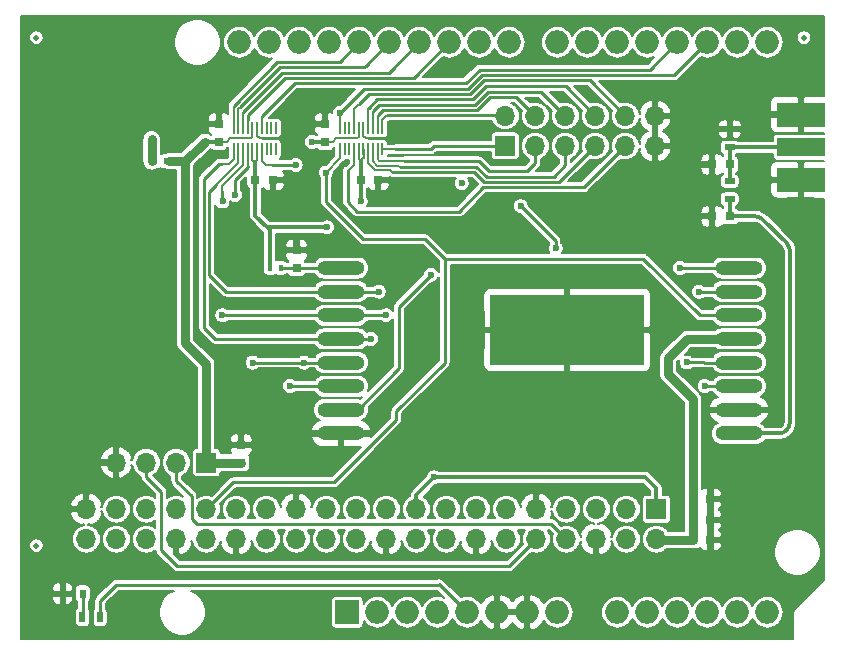
<source format=gtl>
G04 #@! TF.GenerationSoftware,KiCad,Pcbnew,(5.1.2)-2*
G04 #@! TF.CreationDate,2020-02-19T10:12:50-05:00*
G04 #@! TF.ProjectId,LoRaShield2,4c6f5261-5368-4696-956c-64322e6b6963,V2*
G04 #@! TF.SameCoordinates,PX437ae70PY8b896f8*
G04 #@! TF.FileFunction,Copper,L1,Top*
G04 #@! TF.FilePolarity,Positive*
%FSLAX46Y46*%
G04 Gerber Fmt 4.6, Leading zero omitted, Abs format (unit mm)*
G04 Created by KiCad (PCBNEW (5.1.2)-2) date 2020-02-19 10:12:50*
%MOMM*%
%LPD*%
G04 APERTURE LIST*
%ADD10C,0.330000*%
%ADD11O,2.000000X2.000000*%
%ADD12R,2.000000X2.000000*%
%ADD13R,13.000000X6.000000*%
%ADD14O,4.000000X1.200000*%
%ADD15R,0.800000X0.750000*%
%ADD16R,4.064000X2.000000*%
%ADD17R,4.064000X1.524000*%
%ADD18R,0.900000X0.500000*%
%ADD19R,0.750000X0.800000*%
%ADD20R,1.700000X1.700000*%
%ADD21O,1.700000X1.700000*%
%ADD22R,0.200000X1.100000*%
%ADD23R,0.200000X1.000000*%
%ADD24R,0.600000X0.800000*%
%ADD25R,0.500000X0.900000*%
%ADD26R,0.400000X0.600000*%
%ADD27C,0.500000*%
%ADD28C,0.600000*%
%ADD29C,0.800000*%
%ADD30C,0.250000*%
%ADD31C,0.160000*%
%ADD32C,0.350000*%
%ADD33C,0.330200*%
%ADD34C,0.150000*%
G04 APERTURE END LIST*
D10*
X63274680Y35914680D02*
G75*
G03X62610000Y36190000I-664680J-664680D01*
G01*
X65274680Y33909680D02*
G75*
G02X65550000Y33245000I-664680J-664680D01*
G01*
X65550000Y18755000D02*
G75*
G02X64610000Y17815000I-940000J0D01*
G01*
D11*
X18936000Y50928000D03*
X21476000Y50928000D03*
D12*
X28076000Y2668000D03*
D11*
X58556000Y50928000D03*
X30616000Y2668000D03*
X56016000Y50928000D03*
X33156000Y2668000D03*
X53476000Y50928000D03*
X35696000Y2668000D03*
X50936000Y50928000D03*
X38236000Y2668000D03*
X48396000Y50928000D03*
X40776000Y2668000D03*
X45856000Y50928000D03*
X43316000Y2668000D03*
X41796000Y50928000D03*
X45856000Y2668000D03*
X39256000Y50928000D03*
X50936000Y2668000D03*
X36716000Y50928000D03*
X53476000Y2668000D03*
X34176000Y50928000D03*
X56016000Y2668000D03*
X31636000Y50928000D03*
X58556000Y2668000D03*
X29096000Y50928000D03*
X61096000Y2668000D03*
X26556000Y50928000D03*
X63636000Y2668000D03*
X24016000Y50928000D03*
X63636000Y50928000D03*
X61096000Y50928000D03*
D13*
X46692000Y26565000D03*
D14*
X27542000Y17815000D03*
X27542000Y19815000D03*
X27542000Y21815000D03*
X27542000Y23815000D03*
X27542000Y25815000D03*
X27542000Y27815000D03*
X27542000Y29815000D03*
X27542000Y31815000D03*
X61242000Y31815000D03*
X61242000Y29815000D03*
X61242000Y27815000D03*
X61242000Y25815000D03*
X61242000Y23815000D03*
X61242000Y21815000D03*
X61242000Y19815000D03*
X61242000Y17815000D03*
D15*
X58825000Y8800000D03*
X57325000Y8800000D03*
X58825000Y10500000D03*
X57325000Y10500000D03*
X58825000Y12250000D03*
X57325000Y12250000D03*
D16*
X66500000Y39288000D03*
X66500000Y44812000D03*
D17*
X66500000Y42050000D03*
D15*
X58960000Y36190000D03*
X60460000Y36190000D03*
X58960000Y40590000D03*
X60460000Y40590000D03*
D18*
X60460000Y39170000D03*
X60460000Y37670000D03*
D19*
X23780000Y33320000D03*
X23780000Y31820000D03*
D15*
X21800000Y39265000D03*
X20300000Y39265000D03*
D19*
X17200000Y44015000D03*
X17200000Y42515000D03*
D20*
X54242000Y11400000D03*
D21*
X54242000Y8860000D03*
X51702000Y11400000D03*
X51702000Y8860000D03*
X49162000Y11400000D03*
X49162000Y8860000D03*
X46622000Y11400000D03*
X46622000Y8860000D03*
X44082000Y11400000D03*
X44082000Y8860000D03*
X41542000Y11400000D03*
X41542000Y8860000D03*
X39002000Y11400000D03*
X39002000Y8860000D03*
X36462000Y11400000D03*
X36462000Y8860000D03*
X33922000Y11400000D03*
X33922000Y8860000D03*
X31382000Y11400000D03*
X31382000Y8860000D03*
X28842000Y11400000D03*
X28842000Y8860000D03*
X26302000Y11400000D03*
X26302000Y8860000D03*
X23762000Y11400000D03*
X23762000Y8860000D03*
X21222000Y11400000D03*
X21222000Y8860000D03*
X18682000Y11400000D03*
X18682000Y8860000D03*
X16142000Y11400000D03*
X16142000Y8860000D03*
X13602000Y11400000D03*
X13602000Y8860000D03*
X11062000Y11400000D03*
X11062000Y8860000D03*
X8522000Y11400000D03*
X8522000Y8860000D03*
X5982000Y11400000D03*
X5982000Y8860000D03*
D22*
X18442000Y41915000D03*
D23*
X18842000Y41865000D03*
X19242000Y41865000D03*
X19642000Y41865000D03*
X20042000Y41865000D03*
X20442000Y41865000D03*
X20842000Y41865000D03*
X21242000Y41865000D03*
X21642000Y41865000D03*
X22042000Y41865000D03*
X22042000Y43665000D03*
X21642000Y43665000D03*
X21242000Y43665000D03*
X20842000Y43665000D03*
X20442000Y43665000D03*
X20042000Y43665000D03*
X19642000Y43665000D03*
X19242000Y43665000D03*
X18842000Y43665000D03*
X18442000Y43665000D03*
D15*
X30700000Y39265000D03*
X29200000Y39265000D03*
D19*
X26200000Y44015000D03*
X26200000Y42515000D03*
D18*
X60460000Y42060000D03*
X60460000Y43560000D03*
D22*
X27442000Y41915000D03*
D23*
X27842000Y41865000D03*
X28242000Y41865000D03*
X28642000Y41865000D03*
X29042000Y41865000D03*
X29442000Y41865000D03*
X29842000Y41865000D03*
X30242000Y41865000D03*
X30642000Y41865000D03*
X31042000Y41865000D03*
X31042000Y43665000D03*
X30642000Y43665000D03*
X30242000Y43665000D03*
X29842000Y43665000D03*
X29442000Y43665000D03*
X29042000Y43665000D03*
X28642000Y43665000D03*
X28242000Y43665000D03*
X27842000Y43665000D03*
X27442000Y43665000D03*
D20*
X41450000Y42150000D03*
D21*
X41450000Y44690000D03*
X43990000Y42150000D03*
X43990000Y44690000D03*
X46530000Y42150000D03*
X46530000Y44690000D03*
X49070000Y42150000D03*
X49070000Y44690000D03*
X51610000Y42150000D03*
X51610000Y44690000D03*
X54150000Y42150000D03*
X54150000Y44690000D03*
D24*
X5675001Y4250000D03*
X3975001Y4250000D03*
D25*
X5650000Y2250000D03*
X7150000Y2250000D03*
D26*
X22420000Y31840000D03*
X21520000Y31840000D03*
D21*
X8520000Y15350000D03*
X11060000Y15350000D03*
X13600000Y15350000D03*
D20*
X16140000Y15350000D03*
D19*
X19100000Y15350000D03*
X19100000Y16850000D03*
D27*
X1742000Y51315000D03*
X66742000Y51315000D03*
X1742000Y8315000D03*
D26*
X11800000Y40850000D03*
X12700000Y40850000D03*
D28*
X37750000Y39000000D03*
X55250000Y24190000D03*
X11500000Y42700000D03*
X52500000Y27500000D03*
X42500000Y27500000D03*
X5000000Y50000000D03*
X10000000Y50000000D03*
X2500000Y47500000D03*
X2500000Y42500000D03*
X2500000Y32500000D03*
X2500000Y27500000D03*
X2500000Y22500000D03*
X2500000Y17500000D03*
X2500000Y12500000D03*
X2500000Y5000000D03*
X10000000Y2500000D03*
X17500000Y2500000D03*
X22500000Y2500000D03*
X52500000Y5000000D03*
X57500000Y5000000D03*
X62500000Y5000000D03*
X62500000Y10000000D03*
X60000000Y15000000D03*
X67500000Y15000000D03*
X67500000Y17500000D03*
X67500000Y20000000D03*
X67500000Y22500000D03*
X67500000Y25000000D03*
X67500000Y27500000D03*
X67500000Y30000000D03*
X67500000Y32500000D03*
X67500000Y35000000D03*
X65000000Y37500000D03*
X62500000Y40000000D03*
X57500000Y40000000D03*
X57500000Y37500000D03*
X57500000Y35000000D03*
X60000000Y35000000D03*
X61500000Y33500000D03*
X62500000Y45000000D03*
X62500000Y47500000D03*
X60000000Y45000000D03*
X57500000Y42500000D03*
X67500000Y47500000D03*
X67500000Y52500000D03*
X25000000Y37500000D03*
X22500000Y37500000D03*
X17500000Y22500000D03*
X20000000Y20000000D03*
X22500000Y17500000D03*
X22500000Y22500000D03*
X35000000Y32500000D03*
X37500000Y27500000D03*
X37500000Y22500000D03*
X37500000Y17500000D03*
X42500000Y17500000D03*
X47500000Y17500000D03*
X52500000Y17500000D03*
X52500000Y22500000D03*
X47500000Y22500000D03*
X42500000Y22500000D03*
X47300000Y27300000D03*
X10000000Y45000000D03*
X10000000Y40000000D03*
X10000000Y35000000D03*
X10000000Y30000000D03*
X10000000Y25000000D03*
X12500000Y32500000D03*
X12500000Y27500000D03*
X12500000Y22500000D03*
X33300000Y43700000D03*
X30750000Y37500000D03*
X34000000Y39000000D03*
X38250000Y36000000D03*
X41500000Y36000000D03*
X46000000Y36000000D03*
X50250000Y36250000D03*
X52500000Y34000000D03*
X63750000Y33750000D03*
X64500000Y30000000D03*
X64500000Y27500000D03*
X64500000Y25000000D03*
X64500000Y22500000D03*
X64000000Y20000000D03*
X64500000Y15000000D03*
X64500000Y16500000D03*
X58500000Y20000000D03*
X58500000Y18500000D03*
X58500000Y17000000D03*
X58500000Y15000000D03*
X59000000Y13500000D03*
X59000000Y7500000D03*
X60500000Y11500000D03*
X60500000Y9500000D03*
X15000000Y44500000D03*
X13500000Y42500000D03*
X26500000Y46500000D03*
X23500000Y44000000D03*
X36000000Y43500000D03*
X19000000Y35000000D03*
X19000000Y31500000D03*
X33500000Y27500000D03*
X33500000Y23000000D03*
X33500000Y18500000D03*
X33000000Y14500000D03*
X23500000Y14500000D03*
X27000000Y15000000D03*
X33000000Y5750000D03*
X26500000Y5750000D03*
X16000000Y5750000D03*
X9500000Y6000000D03*
X43500000Y6500000D03*
X48500000Y6500000D03*
X48500000Y2500000D03*
X43500000Y51500000D03*
X52000000Y49500000D03*
X53000000Y47000000D03*
X29200000Y37450000D03*
X26370000Y35260000D03*
X27450000Y44950000D03*
X30745000Y29815000D03*
X31375000Y27825000D03*
X17510000Y37450000D03*
X17490000Y27810000D03*
X30080000Y25810000D03*
X24415000Y23815000D03*
X20065000Y23815000D03*
X18570000Y38010000D03*
X23700000Y40550000D03*
X23215000Y21815000D03*
X42750000Y37050000D03*
X35170000Y31250000D03*
X45710000Y33480000D03*
X56810000Y23820000D03*
X56250000Y31830000D03*
X26250000Y39900000D03*
X57830000Y29820000D03*
X58325000Y21815000D03*
X25100000Y42500000D03*
X16000000Y42500000D03*
X35419919Y14100000D03*
D29*
X57325000Y12250000D02*
X57325000Y10500000D01*
X57325000Y10500000D02*
X57325000Y8800000D01*
X57325000Y16600000D02*
X57325000Y12250000D01*
X57325000Y20735000D02*
X57325000Y16600000D01*
X55250000Y22810000D02*
X57325000Y20735000D01*
X55250000Y24190000D02*
X55250000Y22810000D01*
X61242000Y25815000D02*
X56875000Y25815000D01*
X56875000Y25815000D02*
X55250000Y24190000D01*
X54302000Y8800000D02*
X54242000Y8860000D01*
X57325000Y8800000D02*
X54302000Y8800000D01*
D30*
X7150000Y2250000D02*
X7150000Y3640000D01*
X8514000Y5004000D02*
X35900000Y5004000D01*
X7150000Y3640000D02*
X8514000Y5004000D01*
X35854000Y5050000D02*
X35900000Y5004000D01*
X35900000Y5004000D02*
X38236000Y2668000D01*
D29*
X11500000Y40850000D02*
X11500000Y42700000D01*
X49400000Y27300000D02*
X47300000Y27300000D01*
D31*
X29442000Y43005000D02*
X29647000Y42800000D01*
X29442000Y43665000D02*
X29442000Y43005000D01*
X29647000Y42800000D02*
X32400000Y42800000D01*
X32400000Y42800000D02*
X33300000Y43700000D01*
X20442000Y43665000D02*
X20442000Y43005000D01*
X20442000Y43005000D02*
X20647000Y42800000D01*
D30*
X49400000Y25300000D02*
X52650000Y25300000D01*
X49400000Y29300000D02*
X46200000Y29300000D01*
X45150000Y29300000D02*
X46200000Y29300000D01*
X45250000Y29300000D02*
X45150000Y29300000D01*
X44450000Y28600000D02*
X45150000Y29300000D01*
X44450000Y28600000D02*
X43200000Y27350000D01*
D31*
X20647000Y42800000D02*
X22800000Y42800000D01*
X22800000Y44200000D02*
X24350000Y45750000D01*
X22800000Y42800000D02*
X22800000Y44200000D01*
D29*
X47300000Y27300000D02*
X45850000Y27300000D01*
D31*
X33300000Y43700000D02*
X33350000Y43750000D01*
X20042000Y40958000D02*
X20200000Y40800000D01*
X20200000Y40800000D02*
X20300000Y40800000D01*
X20300000Y40800000D02*
X20442000Y40942000D01*
X20442000Y40942000D02*
X20442000Y41865000D01*
X20042000Y41865000D02*
X20042000Y40958000D01*
X29450000Y41857000D02*
X29442000Y41865000D01*
X29042000Y41058000D02*
X29200000Y40900000D01*
X29200000Y40900000D02*
X29400000Y41100000D01*
X29400000Y41100000D02*
X29450000Y41150000D01*
X29450000Y41150000D02*
X29450000Y41857000D01*
X29042000Y41865000D02*
X29042000Y41058000D01*
D32*
X20300000Y39265000D02*
X20300000Y40800000D01*
X29200000Y39265000D02*
X29200000Y40900000D01*
X29200000Y37450000D02*
X29200000Y39265000D01*
X20300000Y36260000D02*
X20300000Y39265000D01*
X26370000Y35260000D02*
X21300000Y35260000D01*
X21300000Y35260000D02*
X20300000Y36260000D01*
X21520000Y35040000D02*
X21300000Y35260000D01*
X21520000Y31840000D02*
X21520000Y35040000D01*
D30*
X29096000Y50928000D02*
X29096000Y50246006D01*
X22117040Y49250040D02*
X18442000Y45575000D01*
X27418040Y49250040D02*
X22117040Y49250040D01*
X29096000Y50928000D02*
X27418040Y49250040D01*
D31*
X18442000Y44325000D02*
X18442000Y45575000D01*
X18442000Y43665000D02*
X18442000Y44325000D01*
D30*
X31636000Y50928000D02*
X29658010Y48950010D01*
X29658010Y48950010D02*
X29508030Y48800030D01*
X29508030Y48800030D02*
X22350030Y48800030D01*
X22350030Y48800030D02*
X19000000Y45450000D01*
D31*
X18842000Y45292000D02*
X19000000Y45450000D01*
X18842000Y43665000D02*
X18842000Y45292000D01*
D30*
X34176000Y50928000D02*
X31748000Y48500000D01*
X31748000Y48500000D02*
X31598020Y48350020D01*
X31598020Y48350020D02*
X22575020Y48350020D01*
X22575020Y48350020D02*
X19250000Y45025000D01*
D31*
X19236990Y45011990D02*
X19250000Y45025000D01*
X19236990Y43670010D02*
X19236990Y45011990D01*
X19242000Y43665000D02*
X19236990Y43670010D01*
X19642000Y43665000D02*
X19642000Y44325000D01*
D30*
X19642000Y44767000D02*
X19642000Y44325000D01*
X22775010Y47900010D02*
X19642000Y44767000D01*
X36716000Y50928000D02*
X33688010Y47900010D01*
X33688010Y47900010D02*
X22775010Y47900010D01*
D31*
X28642000Y43665000D02*
X28642000Y45278398D01*
X28642000Y45278398D02*
X29042000Y45678398D01*
D30*
X29913602Y46550000D02*
X29042000Y45678398D01*
X38490806Y46550000D02*
X29913602Y46550000D01*
X39640806Y47700000D02*
X38490806Y46550000D01*
X51610000Y44690000D02*
X48600000Y47700000D01*
X48600000Y47700000D02*
X39640806Y47700000D01*
X30600000Y46100000D02*
X29875000Y45375000D01*
X38677204Y46100000D02*
X30600000Y46100000D01*
X39777208Y47200004D02*
X38677204Y46100000D01*
X49070000Y44690000D02*
X46559996Y47200004D01*
X46559996Y47200004D02*
X39777208Y47200004D01*
D31*
X29836991Y45336991D02*
X29875000Y45375000D01*
X29836991Y44330009D02*
X29836991Y45336991D01*
X29842000Y44325000D02*
X29836991Y44330009D01*
X29842000Y43665000D02*
X29842000Y44325000D01*
X30242000Y43665000D02*
X30242000Y45092000D01*
D30*
X30800000Y45650000D02*
X30242000Y45092000D01*
X38863602Y45650000D02*
X30800000Y45650000D01*
X39963604Y46750002D02*
X38863602Y45650000D01*
X46530000Y44690000D02*
X44469998Y46750002D01*
X44469998Y46750002D02*
X39963604Y46750002D01*
X30647010Y44747010D02*
X30647010Y44742000D01*
X31100000Y45200000D02*
X30647010Y44747010D01*
D31*
X30647010Y44742000D02*
X30642000Y44742000D01*
X30642000Y43665000D02*
X30647010Y44742000D01*
D30*
X42380000Y46300000D02*
X40150000Y46300000D01*
X40150000Y46300000D02*
X39050000Y45200000D01*
X43990000Y44690000D02*
X42380000Y46300000D01*
X39050000Y45200000D02*
X31100000Y45200000D01*
D31*
X31042000Y43665000D02*
X31042000Y44325000D01*
X31042000Y44325000D02*
X31450000Y44733000D01*
X31450000Y44733000D02*
X31450000Y44750000D01*
D30*
X31450000Y44750000D02*
X41390000Y44750000D01*
X41390000Y44750000D02*
X41450000Y44690000D01*
D31*
X20842000Y43665000D02*
X20842000Y44666264D01*
D30*
X23625736Y47450000D02*
X20842000Y44666264D01*
X38113590Y47450000D02*
X23625736Y47450000D01*
X39288590Y48625000D02*
X38113590Y47450000D01*
X53663038Y48625000D02*
X39288590Y48625000D01*
X56016000Y50928000D02*
X53688019Y48600019D01*
X53688019Y48600019D02*
X53663038Y48625000D01*
D31*
X27442000Y44942000D02*
X27450000Y44950000D01*
X27442000Y43665000D02*
X27442000Y44942000D01*
D30*
X27450000Y44950000D02*
X27442000Y44942000D01*
X29500000Y47000000D02*
X27450000Y44950000D01*
X38300000Y47000000D02*
X29500000Y47000000D01*
X39450009Y48150009D02*
X38300000Y47000000D01*
X55777991Y48150009D02*
X39450009Y48150009D01*
X58556000Y50928000D02*
X55778000Y48150000D01*
X55778000Y48150000D02*
X55777991Y48150009D01*
D33*
X60460000Y37670000D02*
X60460000Y36190000D01*
X64625000Y17815000D02*
X61242000Y17815000D01*
X65550000Y33250000D02*
X65550000Y18740000D01*
X62592000Y36190000D02*
X60492000Y36190000D01*
X65274680Y33911480D02*
X63310000Y35880000D01*
X60470000Y42050000D02*
X60460000Y42060000D01*
X66500000Y42050000D02*
X60470000Y42050000D01*
X60460000Y42060000D02*
X60460000Y40590000D01*
X60460000Y40590000D02*
X60460000Y39170000D01*
D31*
X18842000Y40692000D02*
X17000000Y38850000D01*
X18842000Y40692000D02*
X18842000Y41865000D01*
D30*
X27542000Y29815000D02*
X30745000Y29815000D01*
X16400000Y38250000D02*
X17000000Y38850000D01*
X27542000Y29815000D02*
X17805001Y29815000D01*
X16400000Y31220001D02*
X16400000Y38250000D01*
X17805001Y29815000D02*
X16400000Y31220001D01*
D31*
X19242000Y40542000D02*
X19242000Y41865000D01*
X17500000Y38800000D02*
X17500000Y38350000D01*
X19242000Y40542000D02*
X17500000Y38800000D01*
D30*
X27552000Y27825000D02*
X27542000Y27815000D01*
X31375000Y27825000D02*
X27552000Y27825000D01*
X17500000Y37850000D02*
X17500000Y38350000D01*
X17500000Y37850000D02*
X17500000Y37460000D01*
X17500000Y37460000D02*
X17510000Y37450000D01*
X27537000Y27810000D02*
X27542000Y27815000D01*
X17490000Y27810000D02*
X27537000Y27810000D01*
D31*
X18442000Y41042000D02*
X18442000Y41915000D01*
X18050000Y40650000D02*
X18442000Y41042000D01*
X17450000Y40650000D02*
X18050000Y40650000D01*
D30*
X27542000Y25815000D02*
X30075000Y25815000D01*
X30075000Y25815000D02*
X30080000Y25810000D01*
X27542000Y25815000D02*
X16915000Y25815000D01*
X15949991Y39379991D02*
X17220000Y40650000D01*
X15949991Y26780009D02*
X15949991Y39379991D01*
X16915000Y25815000D02*
X15949991Y26780009D01*
X17220000Y40650000D02*
X17450000Y40650000D01*
D31*
X19642000Y40432880D02*
X19642000Y41865000D01*
D30*
X27542000Y23815000D02*
X24415000Y23815000D01*
X24415000Y23815000D02*
X20065000Y23815000D01*
X18570000Y38010000D02*
X18570000Y39297230D01*
X19642000Y40369230D02*
X19642000Y40432880D01*
X18570000Y39297230D02*
X19642000Y40369230D01*
D31*
X21200000Y40550000D02*
X20842000Y40908000D01*
X21700000Y40550000D02*
X21200000Y40550000D01*
D30*
X22850000Y40550000D02*
X21700000Y40550000D01*
D31*
X20842000Y40908000D02*
X20842000Y41865000D01*
D30*
X23700000Y40550000D02*
X22800000Y40550000D01*
X22800000Y40550000D02*
X22850000Y40550000D01*
X27542000Y21815000D02*
X23215000Y21815000D01*
X35420000Y42150000D02*
X41450000Y42150000D01*
D31*
X31042000Y41865000D02*
X32115000Y41865000D01*
D30*
X32115000Y41865000D02*
X35135000Y41865000D01*
X35135000Y41865000D02*
X35420000Y42150000D01*
X42750000Y37050000D02*
X42749998Y37050000D01*
X42749998Y37050000D02*
X42749998Y37050002D01*
X28942000Y19815000D02*
X32450000Y23323000D01*
X27542000Y19815000D02*
X28942000Y19815000D01*
X32450000Y23323000D02*
X32450000Y28530000D01*
X32450000Y28530000D02*
X35170000Y31250000D01*
X45710000Y34090000D02*
X42750000Y37050000D01*
X45710000Y33480000D02*
X45710000Y34090000D01*
D31*
X30642000Y41008000D02*
X30800000Y40850000D01*
X30800000Y40850000D02*
X32900000Y40850000D01*
D30*
X32900000Y40850000D02*
X39200000Y40850000D01*
X39200000Y40850000D02*
X40050000Y40000000D01*
X40050000Y40000000D02*
X43300000Y40000000D01*
X43300000Y40000000D02*
X43990000Y40690000D01*
X43990000Y40690000D02*
X43990000Y42150000D01*
D31*
X30642000Y41865000D02*
X30642000Y41008000D01*
D30*
X61242000Y23815000D02*
X58285000Y23815000D01*
X58280000Y23820000D02*
X58285000Y23815000D01*
X56810000Y23820000D02*
X58280000Y23820000D01*
D31*
X29842000Y40708000D02*
X29842000Y41865000D01*
X30450000Y40100000D02*
X29842000Y40708000D01*
X31700000Y40100000D02*
X30450000Y40100000D01*
X31700000Y40100000D02*
X31850000Y39950000D01*
D30*
X46019996Y39099996D02*
X39677208Y39099996D01*
X39677208Y39099996D02*
X38827208Y39949996D01*
X38827208Y39949996D02*
X31850004Y39949996D01*
X31850004Y39949996D02*
X31850000Y39950000D01*
X49070000Y42150000D02*
X46019996Y39099996D01*
X61242000Y31815000D02*
X56265000Y31815000D01*
X56265000Y31815000D02*
X56250000Y31830000D01*
D31*
X27442000Y41915000D02*
X27442000Y41092000D01*
X27442000Y41092000D02*
X26250000Y39900000D01*
D30*
X26250000Y39900000D02*
X26250000Y37410000D01*
X26250000Y37410000D02*
X29400000Y34260000D01*
X29400000Y34260000D02*
X34660000Y34260000D01*
X34660000Y34260000D02*
X36320000Y32600000D01*
X36320000Y32600000D02*
X53130000Y32600000D01*
X57915000Y27815000D02*
X61242000Y27815000D01*
X53130000Y32600000D02*
X57915000Y27815000D01*
X18412000Y13670000D02*
X26960000Y13670000D01*
X16142000Y11400000D02*
X18412000Y13670000D01*
X26960000Y13670000D02*
X32230000Y18940000D01*
X32230000Y18940000D02*
X32230000Y19720000D01*
X36320000Y23810000D02*
X36320000Y32600000D01*
X32230000Y19720000D02*
X36320000Y23810000D01*
X48109994Y38649994D02*
X39599994Y38649994D01*
X39599994Y38649994D02*
X37550000Y36600000D01*
X37550000Y36600000D02*
X28900000Y36600000D01*
X28900000Y36600000D02*
X28100000Y37400000D01*
X28100000Y37400000D02*
X28100000Y40000000D01*
D31*
X28642000Y40542000D02*
X28100000Y40000000D01*
X28642000Y40542000D02*
X28642000Y41865000D01*
D30*
X51610000Y42150000D02*
X48109994Y38649994D01*
X61242000Y29815000D02*
X57835000Y29815000D01*
X57835000Y29815000D02*
X57830000Y29820000D01*
D31*
X30242000Y40858000D02*
X30610002Y40489998D01*
X30610002Y40489998D02*
X32050000Y40489998D01*
D30*
X46530000Y40530000D02*
X46530000Y42150000D01*
D31*
X32410002Y40489998D02*
X32050000Y40489998D01*
X32500002Y40399998D02*
X32410002Y40489998D01*
D30*
X39013604Y40399998D02*
X32500002Y40399998D01*
X39863604Y39549998D02*
X39013604Y40399998D01*
X45549998Y39549998D02*
X39863604Y39549998D01*
X46530000Y40530000D02*
X45549998Y39549998D01*
D31*
X30242000Y41865000D02*
X30242000Y41008000D01*
X30242000Y41008000D02*
X30242000Y40858000D01*
D30*
X61242000Y21815000D02*
X58325000Y21815000D01*
D31*
X26865000Y42515000D02*
X27150000Y42800000D01*
X26200000Y42515000D02*
X26865000Y42515000D01*
X27150000Y42800000D02*
X28900000Y42800000D01*
X28900000Y42800000D02*
X29042000Y42942000D01*
X29042000Y42942000D02*
X29042000Y43665000D01*
X20042000Y42892000D02*
X19950000Y42800000D01*
X20042000Y43665000D02*
X20042000Y42892000D01*
X19950000Y42800000D02*
X18150000Y42800000D01*
X18150000Y42800000D02*
X17865000Y42515000D01*
X17865000Y42515000D02*
X17200000Y42515000D01*
D32*
X26185000Y42500000D02*
X26200000Y42515000D01*
X25100000Y42500000D02*
X26185000Y42500000D01*
X16015000Y42515000D02*
X16000000Y42500000D01*
X17200000Y42515000D02*
X16015000Y42515000D01*
X16120000Y15370000D02*
X16140000Y15350000D01*
D29*
X16120000Y20860000D02*
X16120000Y15370000D01*
X16000000Y42500000D02*
X14360000Y40860000D01*
X14360000Y40860000D02*
X14360000Y25430000D01*
X16120000Y23670000D02*
X16120000Y20860000D01*
X14360000Y25430000D02*
X16120000Y23670000D01*
X16140000Y15350000D02*
X19100000Y15350000D01*
X14350000Y40850000D02*
X14360000Y40860000D01*
X13000000Y40850000D02*
X14350000Y40850000D01*
D30*
X5675001Y4250000D02*
X5675001Y2275001D01*
X5675001Y2275001D02*
X5650000Y2250000D01*
D32*
X53300000Y14100000D02*
X54242000Y13158000D01*
X54242000Y13158000D02*
X54242000Y11400000D01*
X45850000Y14100000D02*
X53300000Y14100000D01*
X33922000Y11400000D02*
X33922000Y12602081D01*
X33922000Y12602081D02*
X35419919Y14100000D01*
X35419919Y14100000D02*
X45200000Y14100000D01*
X45200000Y14100000D02*
X45850000Y14100000D01*
D30*
X23785000Y31815000D02*
X23780000Y31820000D01*
X27542000Y31815000D02*
X23785000Y31815000D01*
X22440000Y31820000D02*
X22420000Y31840000D01*
X23780000Y31820000D02*
X22440000Y31820000D01*
X11060000Y14147919D02*
X12330000Y12877919D01*
X11060000Y15350000D02*
X11060000Y14147919D01*
X12330000Y12877919D02*
X12330000Y7905000D01*
X12330000Y7905000D02*
X13665000Y6570000D01*
X41792000Y6570000D02*
X44082000Y8860000D01*
X13665000Y6570000D02*
X41792000Y6570000D01*
X13600000Y13775000D02*
X13600000Y15350000D01*
X14890000Y12485000D02*
X13600000Y13775000D01*
X14890000Y10570000D02*
X14890000Y12485000D01*
X15330000Y10130000D02*
X14890000Y10570000D01*
X46622000Y8860000D02*
X45352000Y10130000D01*
X45352000Y10130000D02*
X15330000Y10130000D01*
D34*
G36*
X68400001Y46397603D02*
G01*
X66824750Y46395000D01*
X66679000Y46249250D01*
X66679000Y44991000D01*
X66699000Y44991000D01*
X66699000Y44633000D01*
X66679000Y44633000D01*
X66679000Y43374750D01*
X66824750Y43229000D01*
X68400001Y43226397D01*
X68400001Y43188814D01*
X64468000Y43188814D01*
X64394487Y43181574D01*
X64323800Y43160131D01*
X64258653Y43125309D01*
X64201552Y43078448D01*
X64154691Y43021347D01*
X64119869Y42956200D01*
X64098426Y42885513D01*
X64091186Y42812000D01*
X64091186Y42590100D01*
X61159813Y42590100D01*
X61119347Y42623309D01*
X61054200Y42658131D01*
X60983513Y42679574D01*
X60910000Y42686814D01*
X60010000Y42686814D01*
X59936487Y42679574D01*
X59865800Y42658131D01*
X59800653Y42623309D01*
X59743552Y42576448D01*
X59696691Y42519347D01*
X59661869Y42454200D01*
X59640426Y42383513D01*
X59633186Y42310000D01*
X59633186Y41810000D01*
X59640426Y41736487D01*
X59661869Y41665800D01*
X59696691Y41600653D01*
X59743552Y41543552D01*
X59800653Y41496691D01*
X59865800Y41461869D01*
X59919900Y41445458D01*
X59919901Y41314375D01*
X59915800Y41313131D01*
X59852937Y41279530D01*
X59847092Y41290465D01*
X59774238Y41379238D01*
X59685465Y41452092D01*
X59584184Y41506228D01*
X59474288Y41539565D01*
X59360000Y41550821D01*
X59284750Y41548000D01*
X59139000Y41402250D01*
X59139000Y40769000D01*
X59159000Y40769000D01*
X59159000Y40411000D01*
X59139000Y40411000D01*
X59139000Y39777750D01*
X59284750Y39632000D01*
X59360000Y39629179D01*
X59474288Y39640435D01*
X59584184Y39673772D01*
X59685465Y39727908D01*
X59774238Y39800762D01*
X59847092Y39889535D01*
X59852937Y39900470D01*
X59915800Y39866869D01*
X59919901Y39865625D01*
X59919901Y39784542D01*
X59865800Y39768131D01*
X59800653Y39733309D01*
X59743552Y39686448D01*
X59696691Y39629347D01*
X59661869Y39564200D01*
X59640426Y39493513D01*
X59633186Y39420000D01*
X59633186Y38920000D01*
X59640426Y38846487D01*
X59661869Y38775800D01*
X59696691Y38710653D01*
X59743552Y38653552D01*
X59800653Y38606691D01*
X59865800Y38571869D01*
X59936487Y38550426D01*
X60010000Y38543186D01*
X60910000Y38543186D01*
X60983513Y38550426D01*
X61054200Y38571869D01*
X61119347Y38606691D01*
X61176448Y38653552D01*
X61223309Y38710653D01*
X61258131Y38775800D01*
X61279574Y38846487D01*
X61286814Y38920000D01*
X61286814Y39420000D01*
X61279574Y39493513D01*
X61258131Y39564200D01*
X61223309Y39629347D01*
X61176448Y39686448D01*
X61119347Y39733309D01*
X61054200Y39768131D01*
X61000100Y39784542D01*
X61000100Y39865625D01*
X61004200Y39866869D01*
X61069347Y39901691D01*
X61126448Y39948552D01*
X61173309Y40005653D01*
X61208131Y40070800D01*
X61229574Y40141487D01*
X61236814Y40215000D01*
X61236814Y40288000D01*
X63882179Y40288000D01*
X63885000Y39612750D01*
X64030750Y39467000D01*
X66321000Y39467000D01*
X66321000Y40725250D01*
X66175250Y40871000D01*
X64468000Y40873821D01*
X64353712Y40862565D01*
X64243816Y40829228D01*
X64142535Y40775092D01*
X64053762Y40702238D01*
X63980908Y40613465D01*
X63926772Y40512184D01*
X63893435Y40402288D01*
X63882179Y40288000D01*
X61236814Y40288000D01*
X61236814Y40965000D01*
X61229574Y41038513D01*
X61208131Y41109200D01*
X61173309Y41174347D01*
X61126448Y41231448D01*
X61069347Y41278309D01*
X61004200Y41313131D01*
X61000100Y41314375D01*
X61000100Y41445458D01*
X61054200Y41461869D01*
X61119347Y41496691D01*
X61135442Y41509900D01*
X64091186Y41509900D01*
X64091186Y41288000D01*
X64098426Y41214487D01*
X64119869Y41143800D01*
X64154691Y41078653D01*
X64201552Y41021552D01*
X64258653Y40974691D01*
X64323800Y40939869D01*
X64394487Y40918426D01*
X64468000Y40911186D01*
X68400001Y40911186D01*
X68400001Y40873603D01*
X66824750Y40871000D01*
X66679000Y40725250D01*
X66679000Y39467000D01*
X66699000Y39467000D01*
X66699000Y39109000D01*
X66679000Y39109000D01*
X66679000Y37850750D01*
X66824750Y37705000D01*
X68400001Y37702397D01*
X68400000Y5386396D01*
X65997429Y2983824D01*
X65980264Y2969737D01*
X65966177Y2952572D01*
X65966172Y2952567D01*
X65924029Y2901216D01*
X65882243Y2823040D01*
X65856512Y2738215D01*
X65847824Y2650000D01*
X65850001Y2627896D01*
X65850000Y450000D01*
X450000Y450000D01*
X450000Y3860482D01*
X3089274Y3860482D01*
X3098483Y3746011D01*
X3129848Y3635536D01*
X3182163Y3533303D01*
X3253417Y3443240D01*
X3340873Y3368809D01*
X3441169Y3312870D01*
X3550451Y3277572D01*
X3650251Y3267000D01*
X3796001Y3412750D01*
X3796001Y4071000D01*
X4154001Y4071000D01*
X4154001Y3412750D01*
X4299751Y3267000D01*
X4399551Y3277572D01*
X4508833Y3312870D01*
X4609129Y3368809D01*
X4696585Y3443240D01*
X4767839Y3533303D01*
X4820154Y3635536D01*
X4851519Y3746011D01*
X4860728Y3860482D01*
X4858001Y3925250D01*
X4712251Y4071000D01*
X4154001Y4071000D01*
X3796001Y4071000D01*
X3237751Y4071000D01*
X3092001Y3925250D01*
X3089274Y3860482D01*
X450000Y3860482D01*
X450000Y4639518D01*
X3089274Y4639518D01*
X3092001Y4574750D01*
X3237751Y4429000D01*
X3796001Y4429000D01*
X3796001Y5087250D01*
X4154001Y5087250D01*
X4154001Y4429000D01*
X4712251Y4429000D01*
X4858001Y4574750D01*
X4860728Y4639518D01*
X4859885Y4650000D01*
X4998187Y4650000D01*
X4998187Y3850000D01*
X5005427Y3776487D01*
X5026870Y3705800D01*
X5061692Y3640653D01*
X5108553Y3583552D01*
X5165654Y3536691D01*
X5175001Y3531695D01*
X5175002Y3000464D01*
X5133552Y2966448D01*
X5086691Y2909347D01*
X5051869Y2844200D01*
X5030426Y2773513D01*
X5023186Y2700000D01*
X5023186Y1800000D01*
X5030426Y1726487D01*
X5051869Y1655800D01*
X5086691Y1590653D01*
X5133552Y1533552D01*
X5190653Y1486691D01*
X5255800Y1451869D01*
X5326487Y1430426D01*
X5400000Y1423186D01*
X5900000Y1423186D01*
X5973513Y1430426D01*
X6044200Y1451869D01*
X6109347Y1486691D01*
X6166448Y1533552D01*
X6213309Y1590653D01*
X6248131Y1655800D01*
X6269574Y1726487D01*
X6276814Y1800000D01*
X6276814Y2700000D01*
X6523186Y2700000D01*
X6523186Y1800000D01*
X6530426Y1726487D01*
X6551869Y1655800D01*
X6586691Y1590653D01*
X6633552Y1533552D01*
X6690653Y1486691D01*
X6755800Y1451869D01*
X6826487Y1430426D01*
X6900000Y1423186D01*
X7400000Y1423186D01*
X7473513Y1430426D01*
X7544200Y1451869D01*
X7609347Y1486691D01*
X7666448Y1533552D01*
X7713309Y1590653D01*
X7748131Y1655800D01*
X7769574Y1726487D01*
X7776814Y1800000D01*
X7776814Y2700000D01*
X7769574Y2773513D01*
X7748131Y2844200D01*
X7713309Y2909347D01*
X7666448Y2966448D01*
X7650000Y2979946D01*
X7650000Y3432895D01*
X8721107Y4504000D01*
X13377573Y4504000D01*
X13170487Y4418222D01*
X12847011Y4202083D01*
X12571917Y3926989D01*
X12355778Y3603513D01*
X12206898Y3244086D01*
X12131000Y2862521D01*
X12131000Y2473479D01*
X12206898Y2091914D01*
X12355778Y1732487D01*
X12571917Y1409011D01*
X12847011Y1133917D01*
X13170487Y917778D01*
X13529914Y768898D01*
X13911479Y693000D01*
X14300521Y693000D01*
X14682086Y768898D01*
X15041513Y917778D01*
X15364989Y1133917D01*
X15640083Y1409011D01*
X15856222Y1732487D01*
X16005102Y2091914D01*
X16081000Y2473479D01*
X16081000Y2862521D01*
X16005102Y3244086D01*
X15856222Y3603513D01*
X15640083Y3926989D01*
X15364989Y4202083D01*
X15041513Y4418222D01*
X14834427Y4504000D01*
X35692895Y4504000D01*
X36284195Y3912699D01*
X36224736Y3944481D01*
X35965547Y4023105D01*
X35763549Y4043000D01*
X35628451Y4043000D01*
X35426453Y4023105D01*
X35167264Y3944481D01*
X34928395Y3816802D01*
X34719024Y3644976D01*
X34547198Y3435605D01*
X34426000Y3208861D01*
X34304802Y3435605D01*
X34132976Y3644976D01*
X33923605Y3816802D01*
X33684736Y3944481D01*
X33425547Y4023105D01*
X33223549Y4043000D01*
X33088451Y4043000D01*
X32886453Y4023105D01*
X32627264Y3944481D01*
X32388395Y3816802D01*
X32179024Y3644976D01*
X32007198Y3435605D01*
X31886000Y3208861D01*
X31764802Y3435605D01*
X31592976Y3644976D01*
X31383605Y3816802D01*
X31144736Y3944481D01*
X30885547Y4023105D01*
X30683549Y4043000D01*
X30548451Y4043000D01*
X30346453Y4023105D01*
X30087264Y3944481D01*
X29848395Y3816802D01*
X29639024Y3644976D01*
X29467198Y3435605D01*
X29452814Y3408695D01*
X29452814Y3668000D01*
X29445574Y3741513D01*
X29424131Y3812200D01*
X29389309Y3877347D01*
X29342448Y3934448D01*
X29285347Y3981309D01*
X29220200Y4016131D01*
X29149513Y4037574D01*
X29076000Y4044814D01*
X27076000Y4044814D01*
X27002487Y4037574D01*
X26931800Y4016131D01*
X26866653Y3981309D01*
X26809552Y3934448D01*
X26762691Y3877347D01*
X26727869Y3812200D01*
X26706426Y3741513D01*
X26699186Y3668000D01*
X26699186Y1668000D01*
X26706426Y1594487D01*
X26727869Y1523800D01*
X26762691Y1458653D01*
X26809552Y1401552D01*
X26866653Y1354691D01*
X26931800Y1319869D01*
X27002487Y1298426D01*
X27076000Y1291186D01*
X29076000Y1291186D01*
X29149513Y1298426D01*
X29220200Y1319869D01*
X29285347Y1354691D01*
X29342448Y1401552D01*
X29389309Y1458653D01*
X29424131Y1523800D01*
X29445574Y1594487D01*
X29452814Y1668000D01*
X29452814Y1927305D01*
X29467198Y1900395D01*
X29639024Y1691024D01*
X29848395Y1519198D01*
X30087264Y1391519D01*
X30346453Y1312895D01*
X30548451Y1293000D01*
X30683549Y1293000D01*
X30885547Y1312895D01*
X31144736Y1391519D01*
X31383605Y1519198D01*
X31592976Y1691024D01*
X31764802Y1900395D01*
X31886000Y2127139D01*
X32007198Y1900395D01*
X32179024Y1691024D01*
X32388395Y1519198D01*
X32627264Y1391519D01*
X32886453Y1312895D01*
X33088451Y1293000D01*
X33223549Y1293000D01*
X33425547Y1312895D01*
X33684736Y1391519D01*
X33923605Y1519198D01*
X34132976Y1691024D01*
X34304802Y1900395D01*
X34426000Y2127139D01*
X34547198Y1900395D01*
X34719024Y1691024D01*
X34928395Y1519198D01*
X35167264Y1391519D01*
X35426453Y1312895D01*
X35628451Y1293000D01*
X35763549Y1293000D01*
X35965547Y1312895D01*
X36224736Y1391519D01*
X36463605Y1519198D01*
X36672976Y1691024D01*
X36844802Y1900395D01*
X36966000Y2127139D01*
X37087198Y1900395D01*
X37259024Y1691024D01*
X37468395Y1519198D01*
X37707264Y1391519D01*
X37966453Y1312895D01*
X38168451Y1293000D01*
X38303549Y1293000D01*
X38505547Y1312895D01*
X38764736Y1391519D01*
X39003605Y1519198D01*
X39212976Y1691024D01*
X39384802Y1900395D01*
X39390544Y1911138D01*
X39528449Y1693563D01*
X39742524Y1468901D01*
X39996315Y1290320D01*
X40280068Y1164683D01*
X40353156Y1142519D01*
X40597000Y1241940D01*
X40597000Y2489000D01*
X40955000Y2489000D01*
X40955000Y1241940D01*
X41198844Y1142519D01*
X41271932Y1164683D01*
X41555685Y1290320D01*
X41809476Y1468901D01*
X42023551Y1693563D01*
X42046000Y1728981D01*
X42068449Y1693563D01*
X42282524Y1468901D01*
X42536315Y1290320D01*
X42820068Y1164683D01*
X42893156Y1142519D01*
X43137000Y1241940D01*
X43137000Y2489000D01*
X40955000Y2489000D01*
X40597000Y2489000D01*
X40577000Y2489000D01*
X40577000Y2847000D01*
X40597000Y2847000D01*
X40597000Y4094060D01*
X40955000Y4094060D01*
X40955000Y2847000D01*
X43137000Y2847000D01*
X43137000Y4094060D01*
X43495000Y4094060D01*
X43495000Y2847000D01*
X43515000Y2847000D01*
X43515000Y2489000D01*
X43495000Y2489000D01*
X43495000Y1241940D01*
X43738844Y1142519D01*
X43811932Y1164683D01*
X44095685Y1290320D01*
X44349476Y1468901D01*
X44563551Y1693563D01*
X44701456Y1911138D01*
X44707198Y1900395D01*
X44879024Y1691024D01*
X45088395Y1519198D01*
X45327264Y1391519D01*
X45586453Y1312895D01*
X45788451Y1293000D01*
X45923549Y1293000D01*
X46125547Y1312895D01*
X46384736Y1391519D01*
X46623605Y1519198D01*
X46832976Y1691024D01*
X47004802Y1900395D01*
X47132481Y2139264D01*
X47211105Y2398453D01*
X47237653Y2668000D01*
X49554347Y2668000D01*
X49580895Y2398453D01*
X49659519Y2139264D01*
X49787198Y1900395D01*
X49959024Y1691024D01*
X50168395Y1519198D01*
X50407264Y1391519D01*
X50666453Y1312895D01*
X50868451Y1293000D01*
X51003549Y1293000D01*
X51205547Y1312895D01*
X51464736Y1391519D01*
X51703605Y1519198D01*
X51912976Y1691024D01*
X52084802Y1900395D01*
X52206000Y2127139D01*
X52327198Y1900395D01*
X52499024Y1691024D01*
X52708395Y1519198D01*
X52947264Y1391519D01*
X53206453Y1312895D01*
X53408451Y1293000D01*
X53543549Y1293000D01*
X53745547Y1312895D01*
X54004736Y1391519D01*
X54243605Y1519198D01*
X54452976Y1691024D01*
X54624802Y1900395D01*
X54746000Y2127139D01*
X54867198Y1900395D01*
X55039024Y1691024D01*
X55248395Y1519198D01*
X55487264Y1391519D01*
X55746453Y1312895D01*
X55948451Y1293000D01*
X56083549Y1293000D01*
X56285547Y1312895D01*
X56544736Y1391519D01*
X56783605Y1519198D01*
X56992976Y1691024D01*
X57164802Y1900395D01*
X57286000Y2127139D01*
X57407198Y1900395D01*
X57579024Y1691024D01*
X57788395Y1519198D01*
X58027264Y1391519D01*
X58286453Y1312895D01*
X58488451Y1293000D01*
X58623549Y1293000D01*
X58825547Y1312895D01*
X59084736Y1391519D01*
X59323605Y1519198D01*
X59532976Y1691024D01*
X59704802Y1900395D01*
X59826000Y2127139D01*
X59947198Y1900395D01*
X60119024Y1691024D01*
X60328395Y1519198D01*
X60567264Y1391519D01*
X60826453Y1312895D01*
X61028451Y1293000D01*
X61163549Y1293000D01*
X61365547Y1312895D01*
X61624736Y1391519D01*
X61863605Y1519198D01*
X62072976Y1691024D01*
X62244802Y1900395D01*
X62366000Y2127139D01*
X62487198Y1900395D01*
X62659024Y1691024D01*
X62868395Y1519198D01*
X63107264Y1391519D01*
X63366453Y1312895D01*
X63568451Y1293000D01*
X63703549Y1293000D01*
X63905547Y1312895D01*
X64164736Y1391519D01*
X64403605Y1519198D01*
X64612976Y1691024D01*
X64784802Y1900395D01*
X64912481Y2139264D01*
X64991105Y2398453D01*
X65017653Y2668000D01*
X64991105Y2937547D01*
X64912481Y3196736D01*
X64784802Y3435605D01*
X64612976Y3644976D01*
X64403605Y3816802D01*
X64164736Y3944481D01*
X63905547Y4023105D01*
X63703549Y4043000D01*
X63568451Y4043000D01*
X63366453Y4023105D01*
X63107264Y3944481D01*
X62868395Y3816802D01*
X62659024Y3644976D01*
X62487198Y3435605D01*
X62366000Y3208861D01*
X62244802Y3435605D01*
X62072976Y3644976D01*
X61863605Y3816802D01*
X61624736Y3944481D01*
X61365547Y4023105D01*
X61163549Y4043000D01*
X61028451Y4043000D01*
X60826453Y4023105D01*
X60567264Y3944481D01*
X60328395Y3816802D01*
X60119024Y3644976D01*
X59947198Y3435605D01*
X59826000Y3208861D01*
X59704802Y3435605D01*
X59532976Y3644976D01*
X59323605Y3816802D01*
X59084736Y3944481D01*
X58825547Y4023105D01*
X58623549Y4043000D01*
X58488451Y4043000D01*
X58286453Y4023105D01*
X58027264Y3944481D01*
X57788395Y3816802D01*
X57579024Y3644976D01*
X57407198Y3435605D01*
X57286000Y3208861D01*
X57164802Y3435605D01*
X56992976Y3644976D01*
X56783605Y3816802D01*
X56544736Y3944481D01*
X56285547Y4023105D01*
X56083549Y4043000D01*
X55948451Y4043000D01*
X55746453Y4023105D01*
X55487264Y3944481D01*
X55248395Y3816802D01*
X55039024Y3644976D01*
X54867198Y3435605D01*
X54746000Y3208861D01*
X54624802Y3435605D01*
X54452976Y3644976D01*
X54243605Y3816802D01*
X54004736Y3944481D01*
X53745547Y4023105D01*
X53543549Y4043000D01*
X53408451Y4043000D01*
X53206453Y4023105D01*
X52947264Y3944481D01*
X52708395Y3816802D01*
X52499024Y3644976D01*
X52327198Y3435605D01*
X52206000Y3208861D01*
X52084802Y3435605D01*
X51912976Y3644976D01*
X51703605Y3816802D01*
X51464736Y3944481D01*
X51205547Y4023105D01*
X51003549Y4043000D01*
X50868451Y4043000D01*
X50666453Y4023105D01*
X50407264Y3944481D01*
X50168395Y3816802D01*
X49959024Y3644976D01*
X49787198Y3435605D01*
X49659519Y3196736D01*
X49580895Y2937547D01*
X49554347Y2668000D01*
X47237653Y2668000D01*
X47211105Y2937547D01*
X47132481Y3196736D01*
X47004802Y3435605D01*
X46832976Y3644976D01*
X46623605Y3816802D01*
X46384736Y3944481D01*
X46125547Y4023105D01*
X45923549Y4043000D01*
X45788451Y4043000D01*
X45586453Y4023105D01*
X45327264Y3944481D01*
X45088395Y3816802D01*
X44879024Y3644976D01*
X44707198Y3435605D01*
X44701456Y3424862D01*
X44563551Y3642437D01*
X44349476Y3867099D01*
X44095685Y4045680D01*
X43811932Y4171317D01*
X43738844Y4193481D01*
X43495000Y4094060D01*
X43137000Y4094060D01*
X42893156Y4193481D01*
X42820068Y4171317D01*
X42536315Y4045680D01*
X42282524Y3867099D01*
X42068449Y3642437D01*
X42046000Y3607019D01*
X42023551Y3642437D01*
X41809476Y3867099D01*
X41555685Y4045680D01*
X41271932Y4171317D01*
X41198844Y4193481D01*
X40955000Y4094060D01*
X40597000Y4094060D01*
X40353156Y4193481D01*
X40280068Y4171317D01*
X39996315Y4045680D01*
X39742524Y3867099D01*
X39528449Y3642437D01*
X39390544Y3424862D01*
X39384802Y3435605D01*
X39212976Y3644976D01*
X39003605Y3816802D01*
X38764736Y3944481D01*
X38505547Y4023105D01*
X38303549Y4043000D01*
X38168451Y4043000D01*
X37966453Y4023105D01*
X37707264Y3944481D01*
X37680781Y3930325D01*
X36270929Y5340176D01*
X36255264Y5359264D01*
X36236179Y5374927D01*
X36190186Y5420919D01*
X36133128Y5467745D01*
X36046267Y5514174D01*
X35952017Y5542765D01*
X35854000Y5552419D01*
X35755983Y5542765D01*
X35661733Y5514174D01*
X35642699Y5504000D01*
X8538549Y5504000D01*
X8513999Y5506418D01*
X8489449Y5504000D01*
X8489440Y5504000D01*
X8415983Y5496765D01*
X8321733Y5468175D01*
X8321731Y5468174D01*
X8310513Y5462178D01*
X8234871Y5421746D01*
X8158736Y5359264D01*
X8143080Y5340187D01*
X6813819Y4010924D01*
X6794737Y3995264D01*
X6732255Y3919129D01*
X6695305Y3850000D01*
X6685826Y3832267D01*
X6657235Y3738017D01*
X6647581Y3640000D01*
X6650001Y3615430D01*
X6650001Y2979947D01*
X6633552Y2966448D01*
X6586691Y2909347D01*
X6551869Y2844200D01*
X6530426Y2773513D01*
X6523186Y2700000D01*
X6276814Y2700000D01*
X6269574Y2773513D01*
X6248131Y2844200D01*
X6213309Y2909347D01*
X6175001Y2956026D01*
X6175001Y3531695D01*
X6184348Y3536691D01*
X6241449Y3583552D01*
X6288310Y3640653D01*
X6323132Y3705800D01*
X6344575Y3776487D01*
X6351815Y3850000D01*
X6351815Y4650000D01*
X6344575Y4723513D01*
X6323132Y4794200D01*
X6288310Y4859347D01*
X6241449Y4916448D01*
X6184348Y4963309D01*
X6119201Y4998131D01*
X6048514Y5019574D01*
X5975001Y5026814D01*
X5375001Y5026814D01*
X5301488Y5019574D01*
X5230801Y4998131D01*
X5165654Y4963309D01*
X5108553Y4916448D01*
X5061692Y4859347D01*
X5026870Y4794200D01*
X5005427Y4723513D01*
X4998187Y4650000D01*
X4859885Y4650000D01*
X4851519Y4753989D01*
X4820154Y4864464D01*
X4767839Y4966697D01*
X4696585Y5056760D01*
X4609129Y5131191D01*
X4508833Y5187130D01*
X4399551Y5222428D01*
X4299751Y5233000D01*
X4154001Y5087250D01*
X3796001Y5087250D01*
X3650251Y5233000D01*
X3550451Y5222428D01*
X3441169Y5187130D01*
X3340873Y5131191D01*
X3253417Y5056760D01*
X3182163Y4966697D01*
X3129848Y4864464D01*
X3098483Y4753989D01*
X3089274Y4639518D01*
X450000Y4639518D01*
X450000Y8376557D01*
X1117000Y8376557D01*
X1117000Y8253443D01*
X1141019Y8132694D01*
X1188132Y8018952D01*
X1256531Y7916586D01*
X1343586Y7829531D01*
X1445952Y7761132D01*
X1559694Y7714019D01*
X1680443Y7690000D01*
X1803557Y7690000D01*
X1924306Y7714019D01*
X2038048Y7761132D01*
X2140414Y7829531D01*
X2227469Y7916586D01*
X2295868Y8018952D01*
X2342981Y8132694D01*
X2367000Y8253443D01*
X2367000Y8376557D01*
X2342981Y8497306D01*
X2295868Y8611048D01*
X2227469Y8713414D01*
X2140414Y8800469D01*
X2038048Y8868868D01*
X1924306Y8915981D01*
X1803557Y8940000D01*
X1680443Y8940000D01*
X1559694Y8915981D01*
X1445952Y8868868D01*
X1343586Y8800469D01*
X1256531Y8713414D01*
X1188132Y8611048D01*
X1141019Y8497306D01*
X1117000Y8376557D01*
X450000Y8376557D01*
X450000Y11000788D01*
X4605723Y11000788D01*
X4710050Y10739960D01*
X4863258Y10504497D01*
X5059458Y10303448D01*
X5291111Y10144539D01*
X5549315Y10033877D01*
X5582789Y10023730D01*
X5802998Y10125255D01*
X5802998Y10073297D01*
X5741858Y10067275D01*
X5510945Y9997228D01*
X5298134Y9883478D01*
X5111603Y9730397D01*
X4958522Y9543866D01*
X4844772Y9331055D01*
X4774725Y9100142D01*
X4751073Y8860000D01*
X4774725Y8619858D01*
X4844772Y8388945D01*
X4958522Y8176134D01*
X5111603Y7989603D01*
X5298134Y7836522D01*
X5510945Y7722772D01*
X5741858Y7652725D01*
X5921822Y7635000D01*
X6042178Y7635000D01*
X6222142Y7652725D01*
X6453055Y7722772D01*
X6665866Y7836522D01*
X6852397Y7989603D01*
X7005478Y8176134D01*
X7119228Y8388945D01*
X7189275Y8619858D01*
X7212927Y8860000D01*
X7291073Y8860000D01*
X7314725Y8619858D01*
X7384772Y8388945D01*
X7498522Y8176134D01*
X7651603Y7989603D01*
X7838134Y7836522D01*
X8050945Y7722772D01*
X8281858Y7652725D01*
X8461822Y7635000D01*
X8582178Y7635000D01*
X8762142Y7652725D01*
X8993055Y7722772D01*
X9205866Y7836522D01*
X9392397Y7989603D01*
X9545478Y8176134D01*
X9659228Y8388945D01*
X9729275Y8619858D01*
X9752927Y8860000D01*
X9729275Y9100142D01*
X9659228Y9331055D01*
X9545478Y9543866D01*
X9392397Y9730397D01*
X9205866Y9883478D01*
X8993055Y9997228D01*
X8762142Y10067275D01*
X8582178Y10085000D01*
X8461822Y10085000D01*
X8281858Y10067275D01*
X8050945Y9997228D01*
X7838134Y9883478D01*
X7651603Y9730397D01*
X7498522Y9543866D01*
X7384772Y9331055D01*
X7314725Y9100142D01*
X7291073Y8860000D01*
X7212927Y8860000D01*
X7189275Y9100142D01*
X7119228Y9331055D01*
X7005478Y9543866D01*
X6852397Y9730397D01*
X6665866Y9883478D01*
X6453055Y9997228D01*
X6222142Y10067275D01*
X6161002Y10073297D01*
X6161002Y10125255D01*
X6381211Y10023730D01*
X6414685Y10033877D01*
X6672889Y10144539D01*
X6904542Y10303448D01*
X7100742Y10504497D01*
X7253950Y10739960D01*
X7358277Y11000788D01*
X7258034Y11220998D01*
X7308703Y11220998D01*
X7314725Y11159858D01*
X7384772Y10928945D01*
X7498522Y10716134D01*
X7651603Y10529603D01*
X7838134Y10376522D01*
X8050945Y10262772D01*
X8281858Y10192725D01*
X8461822Y10175000D01*
X8582178Y10175000D01*
X8762142Y10192725D01*
X8993055Y10262772D01*
X9205866Y10376522D01*
X9392397Y10529603D01*
X9545478Y10716134D01*
X9659228Y10928945D01*
X9729275Y11159858D01*
X9752927Y11400000D01*
X9729275Y11640142D01*
X9659228Y11871055D01*
X9545478Y12083866D01*
X9392397Y12270397D01*
X9205866Y12423478D01*
X8993055Y12537228D01*
X8762142Y12607275D01*
X8582178Y12625000D01*
X8461822Y12625000D01*
X8281858Y12607275D01*
X8050945Y12537228D01*
X7838134Y12423478D01*
X7651603Y12270397D01*
X7498522Y12083866D01*
X7384772Y11871055D01*
X7314725Y11640142D01*
X7308703Y11579002D01*
X7258034Y11579002D01*
X7358277Y11799212D01*
X7253950Y12060040D01*
X7100742Y12295503D01*
X6904542Y12496552D01*
X6672889Y12655461D01*
X6414685Y12766123D01*
X6381211Y12776270D01*
X6161000Y12674744D01*
X6161000Y11579000D01*
X6181000Y11579000D01*
X6181000Y11221000D01*
X6161000Y11221000D01*
X6161000Y11201000D01*
X5803000Y11201000D01*
X5803000Y11221000D01*
X4705967Y11221000D01*
X4605723Y11000788D01*
X450000Y11000788D01*
X450000Y11799212D01*
X4605723Y11799212D01*
X4705967Y11579000D01*
X5803000Y11579000D01*
X5803000Y12674744D01*
X5582789Y12776270D01*
X5549315Y12766123D01*
X5291111Y12655461D01*
X5059458Y12496552D01*
X4863258Y12295503D01*
X4710050Y12060040D01*
X4605723Y11799212D01*
X450000Y11799212D01*
X450000Y14950788D01*
X7143723Y14950788D01*
X7248050Y14689960D01*
X7401258Y14454497D01*
X7597458Y14253448D01*
X7829111Y14094539D01*
X8087315Y13983877D01*
X8120789Y13973730D01*
X8341000Y14075256D01*
X8341000Y15171000D01*
X7243967Y15171000D01*
X7143723Y14950788D01*
X450000Y14950788D01*
X450000Y15749212D01*
X7143723Y15749212D01*
X7243967Y15529000D01*
X8341000Y15529000D01*
X8341000Y16624744D01*
X8699000Y16624744D01*
X8699000Y15529000D01*
X8719000Y15529000D01*
X8719000Y15171000D01*
X8699000Y15171000D01*
X8699000Y14075256D01*
X8919211Y13973730D01*
X8952685Y13983877D01*
X9210889Y14094539D01*
X9442542Y14253448D01*
X9638742Y14454497D01*
X9791950Y14689960D01*
X9896277Y14950788D01*
X9796034Y15170998D01*
X9846703Y15170998D01*
X9852725Y15109858D01*
X9922772Y14878945D01*
X10036522Y14666134D01*
X10189603Y14479603D01*
X10376134Y14326522D01*
X10560001Y14228243D01*
X10560001Y14172489D01*
X10557581Y14147919D01*
X10567235Y14049902D01*
X10587264Y13983877D01*
X10595826Y13955652D01*
X10642255Y13868790D01*
X10704737Y13792655D01*
X10723819Y13776995D01*
X11830000Y12670812D01*
X11830000Y12354431D01*
X11745866Y12423478D01*
X11533055Y12537228D01*
X11302142Y12607275D01*
X11122178Y12625000D01*
X11001822Y12625000D01*
X10821858Y12607275D01*
X10590945Y12537228D01*
X10378134Y12423478D01*
X10191603Y12270397D01*
X10038522Y12083866D01*
X9924772Y11871055D01*
X9854725Y11640142D01*
X9831073Y11400000D01*
X9854725Y11159858D01*
X9924772Y10928945D01*
X10038522Y10716134D01*
X10191603Y10529603D01*
X10378134Y10376522D01*
X10590945Y10262772D01*
X10821858Y10192725D01*
X11001822Y10175000D01*
X11122178Y10175000D01*
X11302142Y10192725D01*
X11533055Y10262772D01*
X11745866Y10376522D01*
X11830000Y10445569D01*
X11830001Y9814431D01*
X11745866Y9883478D01*
X11533055Y9997228D01*
X11302142Y10067275D01*
X11122178Y10085000D01*
X11001822Y10085000D01*
X10821858Y10067275D01*
X10590945Y9997228D01*
X10378134Y9883478D01*
X10191603Y9730397D01*
X10038522Y9543866D01*
X9924772Y9331055D01*
X9854725Y9100142D01*
X9831073Y8860000D01*
X9854725Y8619858D01*
X9924772Y8388945D01*
X10038522Y8176134D01*
X10191603Y7989603D01*
X10378134Y7836522D01*
X10590945Y7722772D01*
X10821858Y7652725D01*
X11001822Y7635000D01*
X11122178Y7635000D01*
X11302142Y7652725D01*
X11533055Y7722772D01*
X11745866Y7836522D01*
X11827710Y7903689D01*
X11837235Y7806983D01*
X11862781Y7722772D01*
X11865826Y7712733D01*
X11912255Y7625871D01*
X11974737Y7549736D01*
X11993819Y7534076D01*
X13294075Y6233819D01*
X13309736Y6214736D01*
X13385871Y6152254D01*
X13472733Y6105825D01*
X13566983Y6077235D01*
X13640440Y6070000D01*
X13640441Y6070000D01*
X13664999Y6067581D01*
X13689557Y6070000D01*
X41767440Y6070000D01*
X41792000Y6067581D01*
X41816560Y6070000D01*
X41890017Y6077235D01*
X41984267Y6105825D01*
X42071129Y6152254D01*
X42147264Y6214736D01*
X42162929Y6233824D01*
X43642351Y7713245D01*
X43841858Y7652725D01*
X44021822Y7635000D01*
X44142178Y7635000D01*
X44322142Y7652725D01*
X44553055Y7722772D01*
X44765866Y7836522D01*
X44952397Y7989603D01*
X45105478Y8176134D01*
X45219228Y8388945D01*
X45289275Y8619858D01*
X45312927Y8860000D01*
X45289275Y9100142D01*
X45219228Y9331055D01*
X45105478Y9543866D01*
X45034790Y9630000D01*
X45144895Y9630000D01*
X45475245Y9299649D01*
X45414725Y9100142D01*
X45391073Y8860000D01*
X45414725Y8619858D01*
X45484772Y8388945D01*
X45598522Y8176134D01*
X45751603Y7989603D01*
X45938134Y7836522D01*
X46150945Y7722772D01*
X46381858Y7652725D01*
X46561822Y7635000D01*
X46682178Y7635000D01*
X46862142Y7652725D01*
X47093055Y7722772D01*
X47305866Y7836522D01*
X47492397Y7989603D01*
X47645478Y8176134D01*
X47759228Y8388945D01*
X47829275Y8619858D01*
X47835297Y8680998D01*
X47885966Y8680998D01*
X47785723Y8460788D01*
X47890050Y8199960D01*
X48043258Y7964497D01*
X48239458Y7763448D01*
X48471111Y7604539D01*
X48729315Y7493877D01*
X48762789Y7483730D01*
X48983000Y7585256D01*
X48983000Y8681000D01*
X48963000Y8681000D01*
X48963000Y9039000D01*
X48983000Y9039000D01*
X48983000Y9059000D01*
X49341000Y9059000D01*
X49341000Y9039000D01*
X49361000Y9039000D01*
X49361000Y8681000D01*
X49341000Y8681000D01*
X49341000Y7585256D01*
X49561211Y7483730D01*
X49594685Y7493877D01*
X49852889Y7604539D01*
X50084542Y7763448D01*
X50280742Y7964497D01*
X50433950Y8199960D01*
X50538277Y8460788D01*
X50438034Y8680998D01*
X50488703Y8680998D01*
X50494725Y8619858D01*
X50564772Y8388945D01*
X50678522Y8176134D01*
X50831603Y7989603D01*
X51018134Y7836522D01*
X51230945Y7722772D01*
X51461858Y7652725D01*
X51641822Y7635000D01*
X51762178Y7635000D01*
X51942142Y7652725D01*
X52173055Y7722772D01*
X52385866Y7836522D01*
X52572397Y7989603D01*
X52725478Y8176134D01*
X52839228Y8388945D01*
X52909275Y8619858D01*
X52932927Y8860000D01*
X53011073Y8860000D01*
X53034725Y8619858D01*
X53104772Y8388945D01*
X53218522Y8176134D01*
X53371603Y7989603D01*
X53558134Y7836522D01*
X53770945Y7722772D01*
X54001858Y7652725D01*
X54181822Y7635000D01*
X54302178Y7635000D01*
X54482142Y7652725D01*
X54713055Y7722772D01*
X54925866Y7836522D01*
X55112397Y7989603D01*
X55141446Y8025000D01*
X57286935Y8025000D01*
X57325000Y8021251D01*
X57363065Y8025000D01*
X57476926Y8036214D01*
X57516392Y8048186D01*
X57725000Y8048186D01*
X57798513Y8055426D01*
X57869200Y8076869D01*
X57932063Y8110470D01*
X57937908Y8099535D01*
X58010762Y8010762D01*
X58099535Y7937908D01*
X58200816Y7883772D01*
X58310712Y7850435D01*
X58425000Y7839179D01*
X58500250Y7842000D01*
X58646000Y7987750D01*
X58646000Y8621000D01*
X59004000Y8621000D01*
X59004000Y7987750D01*
X59149750Y7842000D01*
X59225000Y7839179D01*
X59339288Y7850435D01*
X59449184Y7883772D01*
X59550465Y7937908D01*
X59556085Y7942521D01*
X64201000Y7942521D01*
X64201000Y7553479D01*
X64276898Y7171914D01*
X64425778Y6812487D01*
X64641917Y6489011D01*
X64917011Y6213917D01*
X65240487Y5997778D01*
X65599914Y5848898D01*
X65981479Y5773000D01*
X66370521Y5773000D01*
X66752086Y5848898D01*
X67111513Y5997778D01*
X67434989Y6213917D01*
X67710083Y6489011D01*
X67926222Y6812487D01*
X68075102Y7171914D01*
X68151000Y7553479D01*
X68151000Y7942521D01*
X68075102Y8324086D01*
X67926222Y8683513D01*
X67710083Y9006989D01*
X67434989Y9282083D01*
X67111513Y9498222D01*
X66752086Y9647102D01*
X66370521Y9723000D01*
X65981479Y9723000D01*
X65599914Y9647102D01*
X65240487Y9498222D01*
X64917011Y9282083D01*
X64641917Y9006989D01*
X64425778Y8683513D01*
X64276898Y8324086D01*
X64201000Y7942521D01*
X59556085Y7942521D01*
X59639238Y8010762D01*
X59712092Y8099535D01*
X59766228Y8200816D01*
X59799565Y8310712D01*
X59810821Y8425000D01*
X59808000Y8475250D01*
X59662250Y8621000D01*
X59004000Y8621000D01*
X58646000Y8621000D01*
X58626000Y8621000D01*
X58626000Y8979000D01*
X58646000Y8979000D01*
X58646000Y9612250D01*
X58608250Y9650000D01*
X58646000Y9687750D01*
X58646000Y10321000D01*
X59004000Y10321000D01*
X59004000Y9687750D01*
X59041750Y9650000D01*
X59004000Y9612250D01*
X59004000Y8979000D01*
X59662250Y8979000D01*
X59808000Y9124750D01*
X59810821Y9175000D01*
X59799565Y9289288D01*
X59766228Y9399184D01*
X59712092Y9500465D01*
X59639238Y9589238D01*
X59565199Y9650000D01*
X59639238Y9710762D01*
X59712092Y9799535D01*
X59766228Y9900816D01*
X59799565Y10010712D01*
X59810821Y10125000D01*
X59808000Y10175250D01*
X59662250Y10321000D01*
X59004000Y10321000D01*
X58646000Y10321000D01*
X58626000Y10321000D01*
X58626000Y10679000D01*
X58646000Y10679000D01*
X58646000Y11312250D01*
X58583250Y11375000D01*
X58646000Y11437750D01*
X58646000Y12071000D01*
X59004000Y12071000D01*
X59004000Y11437750D01*
X59066750Y11375000D01*
X59004000Y11312250D01*
X59004000Y10679000D01*
X59662250Y10679000D01*
X59808000Y10824750D01*
X59810821Y10875000D01*
X59799565Y10989288D01*
X59766228Y11099184D01*
X59712092Y11200465D01*
X59639238Y11289238D01*
X59550465Y11362092D01*
X59526316Y11375000D01*
X59550465Y11387908D01*
X59639238Y11460762D01*
X59712092Y11549535D01*
X59766228Y11650816D01*
X59799565Y11760712D01*
X59810821Y11875000D01*
X59808000Y11925250D01*
X59662250Y12071000D01*
X59004000Y12071000D01*
X58646000Y12071000D01*
X58626000Y12071000D01*
X58626000Y12429000D01*
X58646000Y12429000D01*
X58646000Y13062250D01*
X59004000Y13062250D01*
X59004000Y12429000D01*
X59662250Y12429000D01*
X59808000Y12574750D01*
X59810821Y12625000D01*
X59799565Y12739288D01*
X59766228Y12849184D01*
X59712092Y12950465D01*
X59639238Y13039238D01*
X59550465Y13112092D01*
X59449184Y13166228D01*
X59339288Y13199565D01*
X59225000Y13210821D01*
X59149750Y13208000D01*
X59004000Y13062250D01*
X58646000Y13062250D01*
X58500250Y13208000D01*
X58425000Y13210821D01*
X58310712Y13199565D01*
X58200816Y13166228D01*
X58100000Y13112341D01*
X58100000Y19455273D01*
X58715020Y19455273D01*
X58758924Y19306594D01*
X58878920Y19105065D01*
X59035927Y18930819D01*
X59223911Y18790551D01*
X59422109Y18696104D01*
X59297698Y18629605D01*
X59149235Y18507765D01*
X59027395Y18359302D01*
X58936860Y18189921D01*
X58881108Y18006133D01*
X58862283Y17815000D01*
X58881108Y17623867D01*
X58936860Y17440079D01*
X59027395Y17270698D01*
X59149235Y17122235D01*
X59297698Y17000395D01*
X59467079Y16909860D01*
X59650867Y16854108D01*
X59794108Y16840000D01*
X62689892Y16840000D01*
X62833133Y16854108D01*
X63016921Y16909860D01*
X63186302Y17000395D01*
X63334765Y17122235D01*
X63456605Y17270698D01*
X63458851Y17274900D01*
X64651530Y17274900D01*
X64730878Y17282715D01*
X64737680Y17284778D01*
X64855457Y17297157D01*
X64903411Y17307000D01*
X64951478Y17316170D01*
X64958691Y17318347D01*
X64958695Y17318348D01*
X64958698Y17318349D01*
X65133949Y17372599D01*
X65179121Y17391587D01*
X65224445Y17409900D01*
X65231099Y17413437D01*
X65231104Y17413439D01*
X65231108Y17413442D01*
X65392479Y17500695D01*
X65433078Y17528079D01*
X65474006Y17554862D01*
X65479845Y17559624D01*
X65479851Y17559628D01*
X65479856Y17559633D01*
X65621205Y17676567D01*
X65655724Y17711327D01*
X65690659Y17745538D01*
X65695460Y17751341D01*
X65695467Y17751348D01*
X65695472Y17751356D01*
X65811415Y17893515D01*
X65838503Y17934285D01*
X65866152Y17974666D01*
X65869738Y17981298D01*
X65955865Y18143280D01*
X65974523Y18188549D01*
X65993795Y18233513D01*
X65996025Y18240716D01*
X66049050Y18416342D01*
X66058563Y18464385D01*
X66068732Y18512227D01*
X66069521Y18519726D01*
X66079999Y18626585D01*
X66082285Y18634122D01*
X66090100Y18713470D01*
X66090100Y33276530D01*
X66082285Y33355878D01*
X66081620Y33358070D01*
X66068689Y33485370D01*
X66059012Y33533361D01*
X66050012Y33581453D01*
X66047859Y33588679D01*
X65994222Y33764117D01*
X65975405Y33809321D01*
X65957238Y33854743D01*
X65953725Y33861406D01*
X65953721Y33861415D01*
X65953716Y33861423D01*
X65867030Y34023094D01*
X65839778Y34063802D01*
X65813145Y34104813D01*
X65808408Y34110664D01*
X65808402Y34110672D01*
X65808395Y34110679D01*
X65729016Y34207317D01*
X65726223Y34212555D01*
X65675702Y34274238D01*
X63673539Y36280313D01*
X63664271Y36287934D01*
X63661162Y36291815D01*
X63655859Y36297175D01*
X63653535Y36299491D01*
X63635640Y36314138D01*
X63619462Y36330659D01*
X63613653Y36335465D01*
X63471485Y36451415D01*
X63430700Y36478513D01*
X63390335Y36506151D01*
X63383713Y36509732D01*
X63383704Y36509738D01*
X63383695Y36509742D01*
X63221720Y36595865D01*
X63176451Y36614523D01*
X63131487Y36633795D01*
X63124284Y36636025D01*
X63124286Y36636025D01*
X63124278Y36636027D01*
X62948658Y36689050D01*
X62900636Y36698559D01*
X62852774Y36708732D01*
X62845275Y36709521D01*
X62662694Y36727423D01*
X62645710Y36727423D01*
X62618530Y36730100D01*
X61196960Y36730100D01*
X61173309Y36774347D01*
X61126448Y36831448D01*
X61069347Y36878309D01*
X61004200Y36913131D01*
X61000100Y36914375D01*
X61000100Y37055458D01*
X61054200Y37071869D01*
X61119347Y37106691D01*
X61176448Y37153552D01*
X61223309Y37210653D01*
X61258131Y37275800D01*
X61279574Y37346487D01*
X61286814Y37420000D01*
X61286814Y37920000D01*
X61279574Y37993513D01*
X61258131Y38064200D01*
X61223309Y38129347D01*
X61176448Y38186448D01*
X61119347Y38233309D01*
X61054200Y38268131D01*
X60988702Y38288000D01*
X63882179Y38288000D01*
X63893435Y38173712D01*
X63926772Y38063816D01*
X63980908Y37962535D01*
X64053762Y37873762D01*
X64142535Y37800908D01*
X64243816Y37746772D01*
X64353712Y37713435D01*
X64468000Y37702179D01*
X66175250Y37705000D01*
X66321000Y37850750D01*
X66321000Y39109000D01*
X64030750Y39109000D01*
X63885000Y38963250D01*
X63882179Y38288000D01*
X60988702Y38288000D01*
X60983513Y38289574D01*
X60910000Y38296814D01*
X60010000Y38296814D01*
X59936487Y38289574D01*
X59865800Y38268131D01*
X59800653Y38233309D01*
X59743552Y38186448D01*
X59696691Y38129347D01*
X59661869Y38064200D01*
X59640426Y37993513D01*
X59633186Y37920000D01*
X59633186Y37420000D01*
X59640426Y37346487D01*
X59661869Y37275800D01*
X59696691Y37210653D01*
X59743552Y37153552D01*
X59800653Y37106691D01*
X59865800Y37071869D01*
X59919900Y37055458D01*
X59919901Y36914375D01*
X59915800Y36913131D01*
X59852937Y36879530D01*
X59847092Y36890465D01*
X59774238Y36979238D01*
X59685465Y37052092D01*
X59584184Y37106228D01*
X59474288Y37139565D01*
X59360000Y37150821D01*
X59284750Y37148000D01*
X59139000Y37002250D01*
X59139000Y36369000D01*
X59159000Y36369000D01*
X59159000Y36011000D01*
X59139000Y36011000D01*
X59139000Y35377750D01*
X59284750Y35232000D01*
X59360000Y35229179D01*
X59474288Y35240435D01*
X59584184Y35273772D01*
X59685465Y35327908D01*
X59774238Y35400762D01*
X59847092Y35489535D01*
X59852937Y35500470D01*
X59915800Y35466869D01*
X59986487Y35445426D01*
X60060000Y35438186D01*
X60860000Y35438186D01*
X60933513Y35445426D01*
X61004200Y35466869D01*
X61069347Y35501691D01*
X61126448Y35548552D01*
X61173309Y35605653D01*
X61196960Y35649900D01*
X62584608Y35649900D01*
X62687192Y35639842D01*
X62761440Y35617425D01*
X62829923Y35581012D01*
X62912772Y35513442D01*
X64866301Y33556094D01*
X64940241Y33466078D01*
X64976892Y33397722D01*
X64999570Y33323547D01*
X65009900Y33221854D01*
X65009901Y18780403D01*
X64999842Y18677808D01*
X64977425Y18603560D01*
X64941012Y18535077D01*
X64891991Y18474971D01*
X64832230Y18425533D01*
X64764001Y18388641D01*
X64689910Y18365706D01*
X64588995Y18355100D01*
X63458851Y18355100D01*
X63456605Y18359302D01*
X63334765Y18507765D01*
X63186302Y18629605D01*
X63061891Y18696104D01*
X63260089Y18790551D01*
X63448073Y18930819D01*
X63605080Y19105065D01*
X63725076Y19306594D01*
X63768980Y19455273D01*
X63663688Y19636000D01*
X61421000Y19636000D01*
X61421000Y19616000D01*
X61063000Y19616000D01*
X61063000Y19636000D01*
X58820312Y19636000D01*
X58715020Y19455273D01*
X58100000Y19455273D01*
X58100000Y20696938D01*
X58103749Y20735001D01*
X58100000Y20773065D01*
X58088786Y20886926D01*
X58044470Y21033014D01*
X57987285Y21140000D01*
X57972506Y21167651D01*
X57932151Y21216823D01*
X57875659Y21285659D01*
X57846088Y21309927D01*
X57274533Y21881482D01*
X57650000Y21881482D01*
X57650000Y21748518D01*
X57675940Y21618110D01*
X57726823Y21495268D01*
X57800693Y21384713D01*
X57894713Y21290693D01*
X58005268Y21216823D01*
X58128110Y21165940D01*
X58258518Y21140000D01*
X58391482Y21140000D01*
X58521890Y21165940D01*
X58644732Y21216823D01*
X58755287Y21290693D01*
X58779594Y21315000D01*
X59003715Y21315000D01*
X59027395Y21270698D01*
X59149235Y21122235D01*
X59297698Y21000395D01*
X59422109Y20933896D01*
X59223911Y20839449D01*
X59035927Y20699181D01*
X58878920Y20524935D01*
X58758924Y20323406D01*
X58715020Y20174727D01*
X58820312Y19994000D01*
X61063000Y19994000D01*
X61063000Y20014000D01*
X61421000Y20014000D01*
X61421000Y19994000D01*
X63663688Y19994000D01*
X63768980Y20174727D01*
X63725076Y20323406D01*
X63605080Y20524935D01*
X63448073Y20699181D01*
X63260089Y20839449D01*
X63061891Y20933896D01*
X63186302Y21000395D01*
X63334765Y21122235D01*
X63456605Y21270698D01*
X63547140Y21440079D01*
X63602892Y21623867D01*
X63621717Y21815000D01*
X63602892Y22006133D01*
X63547140Y22189921D01*
X63456605Y22359302D01*
X63334765Y22507765D01*
X63186302Y22629605D01*
X63016921Y22720140D01*
X62833133Y22775892D01*
X62689892Y22790000D01*
X59794108Y22790000D01*
X59650867Y22775892D01*
X59467079Y22720140D01*
X59297698Y22629605D01*
X59149235Y22507765D01*
X59027395Y22359302D01*
X59003715Y22315000D01*
X58779594Y22315000D01*
X58755287Y22339307D01*
X58644732Y22413177D01*
X58521890Y22464060D01*
X58391482Y22490000D01*
X58258518Y22490000D01*
X58128110Y22464060D01*
X58005268Y22413177D01*
X57894713Y22339307D01*
X57800693Y22245287D01*
X57726823Y22134732D01*
X57675940Y22011890D01*
X57650000Y21881482D01*
X57274533Y21881482D01*
X56025000Y23131014D01*
X56025000Y23868986D01*
X56157969Y24001955D01*
X56135000Y23886482D01*
X56135000Y23753518D01*
X56160940Y23623110D01*
X56211823Y23500268D01*
X56285693Y23389713D01*
X56379713Y23295693D01*
X56490268Y23221823D01*
X56613110Y23170940D01*
X56743518Y23145000D01*
X56876482Y23145000D01*
X57006890Y23170940D01*
X57129732Y23221823D01*
X57240287Y23295693D01*
X57264594Y23320000D01*
X58209675Y23320000D01*
X58260440Y23315000D01*
X58260442Y23315000D01*
X58284999Y23312581D01*
X58309557Y23315000D01*
X59003715Y23315000D01*
X59027395Y23270698D01*
X59149235Y23122235D01*
X59297698Y23000395D01*
X59467079Y22909860D01*
X59650867Y22854108D01*
X59794108Y22840000D01*
X62689892Y22840000D01*
X62833133Y22854108D01*
X63016921Y22909860D01*
X63186302Y23000395D01*
X63334765Y23122235D01*
X63456605Y23270698D01*
X63547140Y23440079D01*
X63602892Y23623867D01*
X63621717Y23815000D01*
X63602892Y24006133D01*
X63547140Y24189921D01*
X63456605Y24359302D01*
X63334765Y24507765D01*
X63186302Y24629605D01*
X63016921Y24720140D01*
X62833133Y24775892D01*
X62689892Y24790000D01*
X59794108Y24790000D01*
X59650867Y24775892D01*
X59467079Y24720140D01*
X59297698Y24629605D01*
X59149235Y24507765D01*
X59027395Y24359302D01*
X59003715Y24315000D01*
X58355325Y24315000D01*
X58304560Y24320000D01*
X58280000Y24322419D01*
X58255440Y24320000D01*
X57264594Y24320000D01*
X57240287Y24344307D01*
X57129732Y24418177D01*
X57006890Y24469060D01*
X56876482Y24495000D01*
X56743518Y24495000D01*
X56628045Y24472031D01*
X57196015Y25040000D01*
X59249439Y25040000D01*
X59297698Y25000395D01*
X59467079Y24909860D01*
X59650867Y24854108D01*
X59794108Y24840000D01*
X62689892Y24840000D01*
X62833133Y24854108D01*
X63016921Y24909860D01*
X63186302Y25000395D01*
X63334765Y25122235D01*
X63456605Y25270698D01*
X63547140Y25440079D01*
X63602892Y25623867D01*
X63621717Y25815000D01*
X63602892Y26006133D01*
X63547140Y26189921D01*
X63456605Y26359302D01*
X63334765Y26507765D01*
X63186302Y26629605D01*
X63016921Y26720140D01*
X62833133Y26775892D01*
X62689892Y26790000D01*
X59794108Y26790000D01*
X59650867Y26775892D01*
X59467079Y26720140D01*
X59297698Y26629605D01*
X59249439Y26590000D01*
X56913062Y26590000D01*
X56874999Y26593749D01*
X56836936Y26590000D01*
X56836935Y26590000D01*
X56723074Y26578786D01*
X56576986Y26534470D01*
X56527024Y26507765D01*
X56442349Y26462506D01*
X56399888Y26427658D01*
X56324341Y26365659D01*
X56300072Y26336087D01*
X54728918Y24764932D01*
X54699341Y24740659D01*
X54628121Y24653875D01*
X54602494Y24622650D01*
X54601231Y24620287D01*
X54530530Y24488013D01*
X54486214Y24341925D01*
X54475461Y24232746D01*
X54471251Y24190000D01*
X54475000Y24151937D01*
X54475001Y22848072D01*
X54471251Y22810000D01*
X54486215Y22658074D01*
X54530531Y22511986D01*
X54602494Y22377350D01*
X54633716Y22339307D01*
X54699342Y22259341D01*
X54728914Y22235072D01*
X56550000Y20413985D01*
X56550001Y16638074D01*
X56550000Y16638064D01*
X56550001Y12643428D01*
X56548186Y12625000D01*
X56548186Y11875000D01*
X56550000Y11856579D01*
X56550001Y10893427D01*
X56548186Y10875000D01*
X56548186Y10125000D01*
X56550000Y10106579D01*
X56550001Y9575000D01*
X55239927Y9575000D01*
X55112397Y9730397D01*
X54925866Y9883478D01*
X54713055Y9997228D01*
X54482142Y10067275D01*
X54302178Y10085000D01*
X54181822Y10085000D01*
X54001858Y10067275D01*
X53770945Y9997228D01*
X53558134Y9883478D01*
X53371603Y9730397D01*
X53218522Y9543866D01*
X53104772Y9331055D01*
X53034725Y9100142D01*
X53011073Y8860000D01*
X52932927Y8860000D01*
X52909275Y9100142D01*
X52839228Y9331055D01*
X52725478Y9543866D01*
X52572397Y9730397D01*
X52385866Y9883478D01*
X52173055Y9997228D01*
X51942142Y10067275D01*
X51762178Y10085000D01*
X51641822Y10085000D01*
X51461858Y10067275D01*
X51230945Y9997228D01*
X51018134Y9883478D01*
X50831603Y9730397D01*
X50678522Y9543866D01*
X50564772Y9331055D01*
X50494725Y9100142D01*
X50488703Y9039002D01*
X50438034Y9039002D01*
X50538277Y9259212D01*
X50433950Y9520040D01*
X50280742Y9755503D01*
X50084542Y9956552D01*
X49852889Y10115461D01*
X49594685Y10226123D01*
X49561211Y10236270D01*
X49341002Y10134745D01*
X49341002Y10186703D01*
X49402142Y10192725D01*
X49633055Y10262772D01*
X49845866Y10376522D01*
X50032397Y10529603D01*
X50185478Y10716134D01*
X50299228Y10928945D01*
X50369275Y11159858D01*
X50392927Y11400000D01*
X50471073Y11400000D01*
X50494725Y11159858D01*
X50564772Y10928945D01*
X50678522Y10716134D01*
X50831603Y10529603D01*
X51018134Y10376522D01*
X51230945Y10262772D01*
X51461858Y10192725D01*
X51641822Y10175000D01*
X51762178Y10175000D01*
X51942142Y10192725D01*
X52173055Y10262772D01*
X52385866Y10376522D01*
X52572397Y10529603D01*
X52725478Y10716134D01*
X52839228Y10928945D01*
X52909275Y11159858D01*
X52932927Y11400000D01*
X52909275Y11640142D01*
X52839228Y11871055D01*
X52725478Y12083866D01*
X52572397Y12270397D01*
X52385866Y12423478D01*
X52173055Y12537228D01*
X51942142Y12607275D01*
X51762178Y12625000D01*
X51641822Y12625000D01*
X51461858Y12607275D01*
X51230945Y12537228D01*
X51018134Y12423478D01*
X50831603Y12270397D01*
X50678522Y12083866D01*
X50564772Y11871055D01*
X50494725Y11640142D01*
X50471073Y11400000D01*
X50392927Y11400000D01*
X50369275Y11640142D01*
X50299228Y11871055D01*
X50185478Y12083866D01*
X50032397Y12270397D01*
X49845866Y12423478D01*
X49633055Y12537228D01*
X49402142Y12607275D01*
X49222178Y12625000D01*
X49101822Y12625000D01*
X48921858Y12607275D01*
X48690945Y12537228D01*
X48478134Y12423478D01*
X48291603Y12270397D01*
X48138522Y12083866D01*
X48024772Y11871055D01*
X47954725Y11640142D01*
X47931073Y11400000D01*
X47954725Y11159858D01*
X48024772Y10928945D01*
X48138522Y10716134D01*
X48291603Y10529603D01*
X48478134Y10376522D01*
X48690945Y10262772D01*
X48921858Y10192725D01*
X48982998Y10186703D01*
X48982998Y10134745D01*
X48762789Y10236270D01*
X48729315Y10226123D01*
X48471111Y10115461D01*
X48239458Y9956552D01*
X48043258Y9755503D01*
X47890050Y9520040D01*
X47785723Y9259212D01*
X47885966Y9039002D01*
X47835297Y9039002D01*
X47829275Y9100142D01*
X47759228Y9331055D01*
X47645478Y9543866D01*
X47492397Y9730397D01*
X47305866Y9883478D01*
X47093055Y9997228D01*
X46862142Y10067275D01*
X46682178Y10085000D01*
X46561822Y10085000D01*
X46381858Y10067275D01*
X46182351Y10006755D01*
X45722929Y10466176D01*
X45707264Y10485264D01*
X45631129Y10547746D01*
X45544267Y10594175D01*
X45450017Y10622765D01*
X45376560Y10630000D01*
X45352000Y10632419D01*
X45327440Y10630000D01*
X45282403Y10630000D01*
X45353950Y10739960D01*
X45458277Y11000788D01*
X45358034Y11220998D01*
X45408703Y11220998D01*
X45414725Y11159858D01*
X45484772Y10928945D01*
X45598522Y10716134D01*
X45751603Y10529603D01*
X45938134Y10376522D01*
X46150945Y10262772D01*
X46381858Y10192725D01*
X46561822Y10175000D01*
X46682178Y10175000D01*
X46862142Y10192725D01*
X47093055Y10262772D01*
X47305866Y10376522D01*
X47492397Y10529603D01*
X47645478Y10716134D01*
X47759228Y10928945D01*
X47829275Y11159858D01*
X47852927Y11400000D01*
X47829275Y11640142D01*
X47759228Y11871055D01*
X47645478Y12083866D01*
X47492397Y12270397D01*
X47305866Y12423478D01*
X47093055Y12537228D01*
X46862142Y12607275D01*
X46682178Y12625000D01*
X46561822Y12625000D01*
X46381858Y12607275D01*
X46150945Y12537228D01*
X45938134Y12423478D01*
X45751603Y12270397D01*
X45598522Y12083866D01*
X45484772Y11871055D01*
X45414725Y11640142D01*
X45408703Y11579002D01*
X45358034Y11579002D01*
X45458277Y11799212D01*
X45353950Y12060040D01*
X45200742Y12295503D01*
X45004542Y12496552D01*
X44772889Y12655461D01*
X44514685Y12766123D01*
X44481211Y12776270D01*
X44261000Y12674744D01*
X44261000Y11579000D01*
X44281000Y11579000D01*
X44281000Y11221000D01*
X44261000Y11221000D01*
X44261000Y11201000D01*
X43903000Y11201000D01*
X43903000Y11221000D01*
X43883000Y11221000D01*
X43883000Y11579000D01*
X43903000Y11579000D01*
X43903000Y12674744D01*
X43682789Y12776270D01*
X43649315Y12766123D01*
X43391111Y12655461D01*
X43159458Y12496552D01*
X42963258Y12295503D01*
X42810050Y12060040D01*
X42705723Y11799212D01*
X42805966Y11579002D01*
X42755297Y11579002D01*
X42749275Y11640142D01*
X42679228Y11871055D01*
X42565478Y12083866D01*
X42412397Y12270397D01*
X42225866Y12423478D01*
X42013055Y12537228D01*
X41782142Y12607275D01*
X41602178Y12625000D01*
X41481822Y12625000D01*
X41301858Y12607275D01*
X41070945Y12537228D01*
X40858134Y12423478D01*
X40671603Y12270397D01*
X40518522Y12083866D01*
X40404772Y11871055D01*
X40334725Y11640142D01*
X40311073Y11400000D01*
X40334725Y11159858D01*
X40404772Y10928945D01*
X40518522Y10716134D01*
X40589210Y10630000D01*
X39954790Y10630000D01*
X40025478Y10716134D01*
X40139228Y10928945D01*
X40209275Y11159858D01*
X40232927Y11400000D01*
X40209275Y11640142D01*
X40139228Y11871055D01*
X40025478Y12083866D01*
X39872397Y12270397D01*
X39685866Y12423478D01*
X39473055Y12537228D01*
X39242142Y12607275D01*
X39062178Y12625000D01*
X38941822Y12625000D01*
X38761858Y12607275D01*
X38530945Y12537228D01*
X38318134Y12423478D01*
X38131603Y12270397D01*
X37978522Y12083866D01*
X37864772Y11871055D01*
X37794725Y11640142D01*
X37771073Y11400000D01*
X37794725Y11159858D01*
X37864772Y10928945D01*
X37978522Y10716134D01*
X38049210Y10630000D01*
X37414790Y10630000D01*
X37485478Y10716134D01*
X37599228Y10928945D01*
X37669275Y11159858D01*
X37692927Y11400000D01*
X37669275Y11640142D01*
X37599228Y11871055D01*
X37485478Y12083866D01*
X37332397Y12270397D01*
X37145866Y12423478D01*
X36933055Y12537228D01*
X36702142Y12607275D01*
X36522178Y12625000D01*
X36401822Y12625000D01*
X36221858Y12607275D01*
X35990945Y12537228D01*
X35778134Y12423478D01*
X35591603Y12270397D01*
X35438522Y12083866D01*
X35324772Y11871055D01*
X35254725Y11640142D01*
X35231073Y11400000D01*
X35254725Y11159858D01*
X35324772Y10928945D01*
X35438522Y10716134D01*
X35509210Y10630000D01*
X34874790Y10630000D01*
X34945478Y10716134D01*
X35059228Y10928945D01*
X35129275Y11159858D01*
X35152927Y11400000D01*
X35129275Y11640142D01*
X35059228Y11871055D01*
X34945478Y12083866D01*
X34792397Y12270397D01*
X34605866Y12423478D01*
X34550701Y12452965D01*
X35531759Y13434022D01*
X35616809Y13450940D01*
X35739651Y13501823D01*
X35811753Y13550000D01*
X53072183Y13550000D01*
X53692000Y12930182D01*
X53692000Y12626814D01*
X53392000Y12626814D01*
X53318487Y12619574D01*
X53247800Y12598131D01*
X53182653Y12563309D01*
X53125552Y12516448D01*
X53078691Y12459347D01*
X53043869Y12394200D01*
X53022426Y12323513D01*
X53015186Y12250000D01*
X53015186Y10550000D01*
X53022426Y10476487D01*
X53043869Y10405800D01*
X53078691Y10340653D01*
X53125552Y10283552D01*
X53182653Y10236691D01*
X53247800Y10201869D01*
X53318487Y10180426D01*
X53392000Y10173186D01*
X55092000Y10173186D01*
X55165513Y10180426D01*
X55236200Y10201869D01*
X55301347Y10236691D01*
X55358448Y10283552D01*
X55405309Y10340653D01*
X55440131Y10405800D01*
X55461574Y10476487D01*
X55468814Y10550000D01*
X55468814Y12250000D01*
X55461574Y12323513D01*
X55440131Y12394200D01*
X55405309Y12459347D01*
X55358448Y12516448D01*
X55301347Y12563309D01*
X55236200Y12598131D01*
X55165513Y12619574D01*
X55092000Y12626814D01*
X54792000Y12626814D01*
X54792000Y13130993D01*
X54794660Y13158001D01*
X54792000Y13185009D01*
X54792000Y13185018D01*
X54784042Y13265819D01*
X54752592Y13369494D01*
X54701521Y13465042D01*
X54676220Y13495871D01*
X54650013Y13527805D01*
X54650008Y13527810D01*
X54632790Y13548790D01*
X54611810Y13566008D01*
X53708013Y14469804D01*
X53690790Y14490790D01*
X53607042Y14559521D01*
X53511494Y14610592D01*
X53407819Y14642042D01*
X53327018Y14650000D01*
X53327008Y14650000D01*
X53300000Y14652660D01*
X53272992Y14650000D01*
X35811753Y14650000D01*
X35739651Y14698177D01*
X35616809Y14749060D01*
X35486401Y14775000D01*
X35353437Y14775000D01*
X35223029Y14749060D01*
X35100187Y14698177D01*
X34989632Y14624307D01*
X34895612Y14530287D01*
X34821742Y14419732D01*
X34770859Y14296890D01*
X34753941Y14211840D01*
X33552191Y13010089D01*
X33531211Y12992871D01*
X33513993Y12971891D01*
X33513987Y12971885D01*
X33462479Y12909123D01*
X33431391Y12850959D01*
X33411409Y12813575D01*
X33392120Y12749987D01*
X33379959Y12709899D01*
X33369340Y12602081D01*
X33372001Y12575063D01*
X33372001Y12495031D01*
X33238134Y12423478D01*
X33051603Y12270397D01*
X32898522Y12083866D01*
X32784772Y11871055D01*
X32714725Y11640142D01*
X32691073Y11400000D01*
X32714725Y11159858D01*
X32784772Y10928945D01*
X32898522Y10716134D01*
X32969210Y10630000D01*
X32334790Y10630000D01*
X32405478Y10716134D01*
X32519228Y10928945D01*
X32589275Y11159858D01*
X32612927Y11400000D01*
X32589275Y11640142D01*
X32519228Y11871055D01*
X32405478Y12083866D01*
X32252397Y12270397D01*
X32065866Y12423478D01*
X31853055Y12537228D01*
X31622142Y12607275D01*
X31442178Y12625000D01*
X31321822Y12625000D01*
X31141858Y12607275D01*
X30910945Y12537228D01*
X30698134Y12423478D01*
X30511603Y12270397D01*
X30358522Y12083866D01*
X30244772Y11871055D01*
X30174725Y11640142D01*
X30151073Y11400000D01*
X30174725Y11159858D01*
X30244772Y10928945D01*
X30358522Y10716134D01*
X30429210Y10630000D01*
X29794790Y10630000D01*
X29865478Y10716134D01*
X29979228Y10928945D01*
X30049275Y11159858D01*
X30072927Y11400000D01*
X30049275Y11640142D01*
X29979228Y11871055D01*
X29865478Y12083866D01*
X29712397Y12270397D01*
X29525866Y12423478D01*
X29313055Y12537228D01*
X29082142Y12607275D01*
X28902178Y12625000D01*
X28781822Y12625000D01*
X28601858Y12607275D01*
X28370945Y12537228D01*
X28158134Y12423478D01*
X27971603Y12270397D01*
X27818522Y12083866D01*
X27704772Y11871055D01*
X27634725Y11640142D01*
X27611073Y11400000D01*
X27634725Y11159858D01*
X27704772Y10928945D01*
X27818522Y10716134D01*
X27889210Y10630000D01*
X27254790Y10630000D01*
X27325478Y10716134D01*
X27439228Y10928945D01*
X27509275Y11159858D01*
X27532927Y11400000D01*
X27509275Y11640142D01*
X27439228Y11871055D01*
X27325478Y12083866D01*
X27172397Y12270397D01*
X26985866Y12423478D01*
X26773055Y12537228D01*
X26542142Y12607275D01*
X26362178Y12625000D01*
X26241822Y12625000D01*
X26061858Y12607275D01*
X25830945Y12537228D01*
X25618134Y12423478D01*
X25431603Y12270397D01*
X25278522Y12083866D01*
X25164772Y11871055D01*
X25094725Y11640142D01*
X25088703Y11579002D01*
X25038034Y11579002D01*
X25138277Y11799212D01*
X25033950Y12060040D01*
X24880742Y12295503D01*
X24684542Y12496552D01*
X24452889Y12655461D01*
X24194685Y12766123D01*
X24161211Y12776270D01*
X23941000Y12674744D01*
X23941000Y11579000D01*
X23961000Y11579000D01*
X23961000Y11221000D01*
X23941000Y11221000D01*
X23941000Y11201000D01*
X23583000Y11201000D01*
X23583000Y11221000D01*
X23563000Y11221000D01*
X23563000Y11579000D01*
X23583000Y11579000D01*
X23583000Y12674744D01*
X23362789Y12776270D01*
X23329315Y12766123D01*
X23071111Y12655461D01*
X22839458Y12496552D01*
X22643258Y12295503D01*
X22490050Y12060040D01*
X22385723Y11799212D01*
X22485966Y11579002D01*
X22435297Y11579002D01*
X22429275Y11640142D01*
X22359228Y11871055D01*
X22245478Y12083866D01*
X22092397Y12270397D01*
X21905866Y12423478D01*
X21693055Y12537228D01*
X21462142Y12607275D01*
X21282178Y12625000D01*
X21161822Y12625000D01*
X20981858Y12607275D01*
X20750945Y12537228D01*
X20538134Y12423478D01*
X20351603Y12270397D01*
X20198522Y12083866D01*
X20084772Y11871055D01*
X20014725Y11640142D01*
X19991073Y11400000D01*
X20014725Y11159858D01*
X20084772Y10928945D01*
X20198522Y10716134D01*
X20269210Y10630000D01*
X19634790Y10630000D01*
X19705478Y10716134D01*
X19819228Y10928945D01*
X19889275Y11159858D01*
X19912927Y11400000D01*
X19889275Y11640142D01*
X19819228Y11871055D01*
X19705478Y12083866D01*
X19552397Y12270397D01*
X19365866Y12423478D01*
X19153055Y12537228D01*
X18922142Y12607275D01*
X18742178Y12625000D01*
X18621822Y12625000D01*
X18441858Y12607275D01*
X18210945Y12537228D01*
X17998134Y12423478D01*
X17811603Y12270397D01*
X17658522Y12083866D01*
X17544772Y11871055D01*
X17474725Y11640142D01*
X17451073Y11400000D01*
X17474725Y11159858D01*
X17544772Y10928945D01*
X17658522Y10716134D01*
X17729210Y10630000D01*
X17094790Y10630000D01*
X17165478Y10716134D01*
X17279228Y10928945D01*
X17349275Y11159858D01*
X17372927Y11400000D01*
X17349275Y11640142D01*
X17288755Y11839649D01*
X18619107Y13170000D01*
X26935440Y13170000D01*
X26960000Y13167581D01*
X26984560Y13170000D01*
X27058017Y13177235D01*
X27152267Y13205825D01*
X27239129Y13252254D01*
X27315264Y13314736D01*
X27330929Y13333824D01*
X32566187Y18569080D01*
X32585264Y18584736D01*
X32647746Y18660871D01*
X32694175Y18747733D01*
X32722765Y18841983D01*
X32730000Y18915440D01*
X32730000Y18915449D01*
X32732418Y18939999D01*
X32730000Y18964549D01*
X32730000Y19512895D01*
X36656187Y23439080D01*
X36675264Y23454736D01*
X36737746Y23530871D01*
X36755988Y23565000D01*
X39606179Y23565000D01*
X39617435Y23450712D01*
X39650772Y23340816D01*
X39704908Y23239535D01*
X39777762Y23150762D01*
X39866535Y23077908D01*
X39967816Y23023772D01*
X40077712Y22990435D01*
X40192000Y22979179D01*
X46367250Y22982000D01*
X46513000Y23127750D01*
X46513000Y26386000D01*
X46871000Y26386000D01*
X46871000Y23127750D01*
X47016750Y22982000D01*
X53192000Y22979179D01*
X53306288Y22990435D01*
X53416184Y23023772D01*
X53517465Y23077908D01*
X53606238Y23150762D01*
X53679092Y23239535D01*
X53733228Y23340816D01*
X53766565Y23450712D01*
X53777821Y23565000D01*
X53775000Y26240250D01*
X53629250Y26386000D01*
X46871000Y26386000D01*
X46513000Y26386000D01*
X39754750Y26386000D01*
X39609000Y26240250D01*
X39606179Y23565000D01*
X36755988Y23565000D01*
X36784175Y23617733D01*
X36812765Y23711983D01*
X36820000Y23785440D01*
X36820000Y23785449D01*
X36822418Y23809999D01*
X36820000Y23834549D01*
X36820000Y29565000D01*
X39606179Y29565000D01*
X39609000Y26889750D01*
X39754750Y26744000D01*
X46513000Y26744000D01*
X46513000Y30002250D01*
X46871000Y30002250D01*
X46871000Y26744000D01*
X53629250Y26744000D01*
X53775000Y26889750D01*
X53777821Y29565000D01*
X53766565Y29679288D01*
X53733228Y29789184D01*
X53679092Y29890465D01*
X53606238Y29979238D01*
X53517465Y30052092D01*
X53416184Y30106228D01*
X53306288Y30139565D01*
X53192000Y30150821D01*
X47016750Y30148000D01*
X46871000Y30002250D01*
X46513000Y30002250D01*
X46367250Y30148000D01*
X40192000Y30150821D01*
X40077712Y30139565D01*
X39967816Y30106228D01*
X39866535Y30052092D01*
X39777762Y29979238D01*
X39704908Y29890465D01*
X39650772Y29789184D01*
X39617435Y29679288D01*
X39606179Y29565000D01*
X36820000Y29565000D01*
X36820000Y32100000D01*
X52922895Y32100000D01*
X57544079Y27478814D01*
X57559736Y27459736D01*
X57635871Y27397254D01*
X57722733Y27350825D01*
X57807868Y27325000D01*
X57816983Y27322235D01*
X57915000Y27312581D01*
X57939560Y27315000D01*
X59003715Y27315000D01*
X59027395Y27270698D01*
X59149235Y27122235D01*
X59297698Y27000395D01*
X59467079Y26909860D01*
X59650867Y26854108D01*
X59794108Y26840000D01*
X62689892Y26840000D01*
X62833133Y26854108D01*
X63016921Y26909860D01*
X63186302Y27000395D01*
X63334765Y27122235D01*
X63456605Y27270698D01*
X63547140Y27440079D01*
X63602892Y27623867D01*
X63621717Y27815000D01*
X63602892Y28006133D01*
X63547140Y28189921D01*
X63456605Y28359302D01*
X63334765Y28507765D01*
X63186302Y28629605D01*
X63016921Y28720140D01*
X62833133Y28775892D01*
X62689892Y28790000D01*
X59794108Y28790000D01*
X59650867Y28775892D01*
X59467079Y28720140D01*
X59297698Y28629605D01*
X59149235Y28507765D01*
X59027395Y28359302D01*
X59003715Y28315000D01*
X58122107Y28315000D01*
X56550625Y29886482D01*
X57155000Y29886482D01*
X57155000Y29753518D01*
X57180940Y29623110D01*
X57231823Y29500268D01*
X57305693Y29389713D01*
X57399713Y29295693D01*
X57510268Y29221823D01*
X57633110Y29170940D01*
X57763518Y29145000D01*
X57896482Y29145000D01*
X58026890Y29170940D01*
X58149732Y29221823D01*
X58260287Y29295693D01*
X58279594Y29315000D01*
X59003715Y29315000D01*
X59027395Y29270698D01*
X59149235Y29122235D01*
X59297698Y29000395D01*
X59467079Y28909860D01*
X59650867Y28854108D01*
X59794108Y28840000D01*
X62689892Y28840000D01*
X62833133Y28854108D01*
X63016921Y28909860D01*
X63186302Y29000395D01*
X63334765Y29122235D01*
X63456605Y29270698D01*
X63547140Y29440079D01*
X63602892Y29623867D01*
X63621717Y29815000D01*
X63602892Y30006133D01*
X63547140Y30189921D01*
X63456605Y30359302D01*
X63334765Y30507765D01*
X63186302Y30629605D01*
X63016921Y30720140D01*
X62833133Y30775892D01*
X62689892Y30790000D01*
X59794108Y30790000D01*
X59650867Y30775892D01*
X59467079Y30720140D01*
X59297698Y30629605D01*
X59149235Y30507765D01*
X59027395Y30359302D01*
X59003715Y30315000D01*
X58289594Y30315000D01*
X58260287Y30344307D01*
X58149732Y30418177D01*
X58026890Y30469060D01*
X57896482Y30495000D01*
X57763518Y30495000D01*
X57633110Y30469060D01*
X57510268Y30418177D01*
X57399713Y30344307D01*
X57305693Y30250287D01*
X57231823Y30139732D01*
X57180940Y30016890D01*
X57155000Y29886482D01*
X56550625Y29886482D01*
X54540624Y31896482D01*
X55575000Y31896482D01*
X55575000Y31763518D01*
X55600940Y31633110D01*
X55651823Y31510268D01*
X55725693Y31399713D01*
X55819713Y31305693D01*
X55930268Y31231823D01*
X56053110Y31180940D01*
X56183518Y31155000D01*
X56316482Y31155000D01*
X56446890Y31180940D01*
X56569732Y31231823D01*
X56680287Y31305693D01*
X56689594Y31315000D01*
X59003715Y31315000D01*
X59027395Y31270698D01*
X59149235Y31122235D01*
X59297698Y31000395D01*
X59467079Y30909860D01*
X59650867Y30854108D01*
X59794108Y30840000D01*
X62689892Y30840000D01*
X62833133Y30854108D01*
X63016921Y30909860D01*
X63186302Y31000395D01*
X63334765Y31122235D01*
X63456605Y31270698D01*
X63547140Y31440079D01*
X63602892Y31623867D01*
X63621717Y31815000D01*
X63602892Y32006133D01*
X63547140Y32189921D01*
X63456605Y32359302D01*
X63334765Y32507765D01*
X63186302Y32629605D01*
X63016921Y32720140D01*
X62833133Y32775892D01*
X62689892Y32790000D01*
X59794108Y32790000D01*
X59650867Y32775892D01*
X59467079Y32720140D01*
X59297698Y32629605D01*
X59149235Y32507765D01*
X59027395Y32359302D01*
X59003715Y32315000D01*
X56719594Y32315000D01*
X56680287Y32354307D01*
X56569732Y32428177D01*
X56446890Y32479060D01*
X56316482Y32505000D01*
X56183518Y32505000D01*
X56053110Y32479060D01*
X55930268Y32428177D01*
X55819713Y32354307D01*
X55725693Y32260287D01*
X55651823Y32149732D01*
X55600940Y32026890D01*
X55575000Y31896482D01*
X54540624Y31896482D01*
X53500929Y32936176D01*
X53485264Y32955264D01*
X53409129Y33017746D01*
X53322267Y33064175D01*
X53228017Y33092765D01*
X53154560Y33100000D01*
X53130000Y33102419D01*
X53105440Y33100000D01*
X46267907Y33100000D01*
X46308177Y33160268D01*
X46359060Y33283110D01*
X46385000Y33413518D01*
X46385000Y33546482D01*
X46359060Y33676890D01*
X46308177Y33799732D01*
X46234307Y33910287D01*
X46210000Y33934594D01*
X46210000Y34065443D01*
X46212419Y34090001D01*
X46209204Y34122641D01*
X46202765Y34188017D01*
X46174175Y34282267D01*
X46127746Y34369129D01*
X46065264Y34445264D01*
X46046181Y34460925D01*
X44692106Y35815000D01*
X57974179Y35815000D01*
X57985435Y35700712D01*
X58018772Y35590816D01*
X58072908Y35489535D01*
X58145762Y35400762D01*
X58234535Y35327908D01*
X58335816Y35273772D01*
X58445712Y35240435D01*
X58560000Y35229179D01*
X58635250Y35232000D01*
X58781000Y35377750D01*
X58781000Y36011000D01*
X58122750Y36011000D01*
X57977000Y35865250D01*
X57974179Y35815000D01*
X44692106Y35815000D01*
X43942106Y36565000D01*
X57974179Y36565000D01*
X57977000Y36514750D01*
X58122750Y36369000D01*
X58781000Y36369000D01*
X58781000Y37002250D01*
X58635250Y37148000D01*
X58560000Y37150821D01*
X58445712Y37139565D01*
X58335816Y37106228D01*
X58234535Y37052092D01*
X58145762Y36979238D01*
X58072908Y36890465D01*
X58018772Y36789184D01*
X57985435Y36679288D01*
X57974179Y36565000D01*
X43942106Y36565000D01*
X43425000Y37082105D01*
X43425000Y37116482D01*
X43399060Y37246890D01*
X43348177Y37369732D01*
X43274307Y37480287D01*
X43180287Y37574307D01*
X43069732Y37648177D01*
X42946890Y37699060D01*
X42816482Y37725000D01*
X42683518Y37725000D01*
X42553110Y37699060D01*
X42430268Y37648177D01*
X42319713Y37574307D01*
X42225693Y37480287D01*
X42151823Y37369732D01*
X42100940Y37246890D01*
X42075000Y37116482D01*
X42075000Y36983518D01*
X42100940Y36853110D01*
X42151823Y36730268D01*
X42225693Y36619713D01*
X42319713Y36525693D01*
X42430268Y36451823D01*
X42553110Y36400940D01*
X42683518Y36375000D01*
X42717895Y36375000D01*
X45184457Y33908437D01*
X45111823Y33799732D01*
X45060940Y33676890D01*
X45035000Y33546482D01*
X45035000Y33413518D01*
X45060940Y33283110D01*
X45111823Y33160268D01*
X45152093Y33100000D01*
X36527107Y33100000D01*
X35030929Y34596176D01*
X35015264Y34615264D01*
X34939129Y34677746D01*
X34852267Y34724175D01*
X34758017Y34752765D01*
X34684560Y34760000D01*
X34660000Y34762419D01*
X34635440Y34760000D01*
X29607107Y34760000D01*
X26750000Y37617105D01*
X26750000Y39445406D01*
X26774307Y39469713D01*
X26848177Y39580268D01*
X26899060Y39703110D01*
X26925000Y39833518D01*
X26925000Y39931534D01*
X27747930Y40754463D01*
X27765290Y40768710D01*
X27822149Y40837993D01*
X27846226Y40883037D01*
X27864399Y40917036D01*
X27885982Y40988186D01*
X27942000Y40988186D01*
X28015513Y40995426D01*
X28042000Y41003461D01*
X28068487Y40995426D01*
X28142000Y40988186D01*
X28187000Y40988186D01*
X28187000Y40730467D01*
X27926358Y40469825D01*
X27907734Y40464175D01*
X27820872Y40417746D01*
X27744737Y40355264D01*
X27682255Y40279129D01*
X27635826Y40192267D01*
X27607236Y40098017D01*
X27600001Y40024560D01*
X27600000Y37424560D01*
X27597581Y37400000D01*
X27606250Y37311983D01*
X27607235Y37301984D01*
X27635825Y37207734D01*
X27682254Y37120871D01*
X27744736Y37044736D01*
X27763824Y37029071D01*
X28529080Y36263813D01*
X28544736Y36244736D01*
X28620871Y36182254D01*
X28707733Y36135825D01*
X28801983Y36107235D01*
X28900000Y36097581D01*
X28924560Y36100000D01*
X37525440Y36100000D01*
X37550000Y36097581D01*
X37574560Y36100000D01*
X37648017Y36107235D01*
X37742267Y36135825D01*
X37829129Y36182254D01*
X37905264Y36244736D01*
X37920929Y36263824D01*
X39807101Y38149994D01*
X48085434Y38149994D01*
X48109994Y38147575D01*
X48134554Y38149994D01*
X48208011Y38157229D01*
X48302261Y38185819D01*
X48389123Y38232248D01*
X48465258Y38294730D01*
X48480923Y38313818D01*
X50382105Y40215000D01*
X57974179Y40215000D01*
X57985435Y40100712D01*
X58018772Y39990816D01*
X58072908Y39889535D01*
X58145762Y39800762D01*
X58234535Y39727908D01*
X58335816Y39673772D01*
X58445712Y39640435D01*
X58560000Y39629179D01*
X58635250Y39632000D01*
X58781000Y39777750D01*
X58781000Y40411000D01*
X58122750Y40411000D01*
X57977000Y40265250D01*
X57974179Y40215000D01*
X50382105Y40215000D01*
X51170351Y41003245D01*
X51369858Y40942725D01*
X51549822Y40925000D01*
X51670178Y40925000D01*
X51850142Y40942725D01*
X52081055Y41012772D01*
X52293866Y41126522D01*
X52480397Y41279603D01*
X52633478Y41466134D01*
X52747228Y41678945D01*
X52817275Y41909858D01*
X52823297Y41970998D01*
X52873966Y41970998D01*
X52773723Y41750788D01*
X52878050Y41489960D01*
X53031258Y41254497D01*
X53227458Y41053448D01*
X53459111Y40894539D01*
X53717315Y40783877D01*
X53750789Y40773730D01*
X53971000Y40875256D01*
X53971000Y41971000D01*
X54329000Y41971000D01*
X54329000Y40875256D01*
X54549211Y40773730D01*
X54582685Y40783877D01*
X54840889Y40894539D01*
X54943605Y40965000D01*
X57974179Y40965000D01*
X57977000Y40914750D01*
X58122750Y40769000D01*
X58781000Y40769000D01*
X58781000Y41402250D01*
X58635250Y41548000D01*
X58560000Y41550821D01*
X58445712Y41539565D01*
X58335816Y41506228D01*
X58234535Y41452092D01*
X58145762Y41379238D01*
X58072908Y41290465D01*
X58018772Y41189184D01*
X57985435Y41079288D01*
X57974179Y40965000D01*
X54943605Y40965000D01*
X55072542Y41053448D01*
X55268742Y41254497D01*
X55421950Y41489960D01*
X55526277Y41750788D01*
X55426033Y41971000D01*
X54329000Y41971000D01*
X53971000Y41971000D01*
X53951000Y41971000D01*
X53951000Y42329000D01*
X53971000Y42329000D01*
X53971000Y44511000D01*
X54329000Y44511000D01*
X54329000Y42329000D01*
X55426033Y42329000D01*
X55526277Y42549212D01*
X55421950Y42810040D01*
X55268742Y43045503D01*
X55079668Y43239250D01*
X59427000Y43239250D01*
X59441534Y43168462D01*
X59480070Y43060279D01*
X59538970Y42961694D01*
X59615972Y42876493D01*
X59708117Y42807952D01*
X59811862Y42758704D01*
X59923222Y42730642D01*
X60037916Y42724845D01*
X60135250Y42727000D01*
X60281000Y42872750D01*
X60281000Y43385000D01*
X60639000Y43385000D01*
X60639000Y42872750D01*
X60784750Y42727000D01*
X60882084Y42724845D01*
X60996778Y42730642D01*
X61108138Y42758704D01*
X61211883Y42807952D01*
X61304028Y42876493D01*
X61381030Y42961694D01*
X61439930Y43060279D01*
X61478466Y43168462D01*
X61493000Y43239250D01*
X61347250Y43385000D01*
X60639000Y43385000D01*
X60281000Y43385000D01*
X59572750Y43385000D01*
X59427000Y43239250D01*
X55079668Y43239250D01*
X55072542Y43246552D01*
X54840889Y43405461D01*
X54806966Y43420000D01*
X54840889Y43434539D01*
X55072542Y43593448D01*
X55268742Y43794497D01*
X55324863Y43880750D01*
X59427000Y43880750D01*
X59572750Y43735000D01*
X60281000Y43735000D01*
X60281000Y44247250D01*
X60639000Y44247250D01*
X60639000Y43735000D01*
X61347250Y43735000D01*
X61424250Y43812000D01*
X63882179Y43812000D01*
X63893435Y43697712D01*
X63926772Y43587816D01*
X63980908Y43486535D01*
X64053762Y43397762D01*
X64142535Y43324908D01*
X64243816Y43270772D01*
X64353712Y43237435D01*
X64468000Y43226179D01*
X66175250Y43229000D01*
X66321000Y43374750D01*
X66321000Y44633000D01*
X64030750Y44633000D01*
X63885000Y44487250D01*
X63882179Y43812000D01*
X61424250Y43812000D01*
X61493000Y43880750D01*
X61478466Y43951538D01*
X61439930Y44059721D01*
X61381030Y44158306D01*
X61304028Y44243507D01*
X61211883Y44312048D01*
X61108138Y44361296D01*
X60996778Y44389358D01*
X60882084Y44395155D01*
X60784750Y44393000D01*
X60639000Y44247250D01*
X60281000Y44247250D01*
X60135250Y44393000D01*
X60037916Y44395155D01*
X59923222Y44389358D01*
X59811862Y44361296D01*
X59708117Y44312048D01*
X59615972Y44243507D01*
X59538970Y44158306D01*
X59480070Y44059721D01*
X59441534Y43951538D01*
X59427000Y43880750D01*
X55324863Y43880750D01*
X55421950Y44029960D01*
X55526277Y44290788D01*
X55426033Y44511000D01*
X54329000Y44511000D01*
X53971000Y44511000D01*
X53951000Y44511000D01*
X53951000Y44869000D01*
X53971000Y44869000D01*
X53971000Y45964744D01*
X54329000Y45964744D01*
X54329000Y44869000D01*
X55426033Y44869000D01*
X55526277Y45089212D01*
X55421950Y45350040D01*
X55268742Y45585503D01*
X55072542Y45786552D01*
X55035445Y45812000D01*
X63882179Y45812000D01*
X63885000Y45136750D01*
X64030750Y44991000D01*
X66321000Y44991000D01*
X66321000Y46249250D01*
X66175250Y46395000D01*
X64468000Y46397821D01*
X64353712Y46386565D01*
X64243816Y46353228D01*
X64142535Y46299092D01*
X64053762Y46226238D01*
X63980908Y46137465D01*
X63926772Y46036184D01*
X63893435Y45926288D01*
X63882179Y45812000D01*
X55035445Y45812000D01*
X54840889Y45945461D01*
X54582685Y46056123D01*
X54549211Y46066270D01*
X54329000Y45964744D01*
X53971000Y45964744D01*
X53750789Y46066270D01*
X53717315Y46056123D01*
X53459111Y45945461D01*
X53227458Y45786552D01*
X53031258Y45585503D01*
X52878050Y45350040D01*
X52773723Y45089212D01*
X52873966Y44869002D01*
X52823297Y44869002D01*
X52817275Y44930142D01*
X52747228Y45161055D01*
X52633478Y45373866D01*
X52480397Y45560397D01*
X52293866Y45713478D01*
X52081055Y45827228D01*
X51850142Y45897275D01*
X51670178Y45915000D01*
X51549822Y45915000D01*
X51369858Y45897275D01*
X51170351Y45836755D01*
X49357096Y47650009D01*
X55753349Y47650009D01*
X55778000Y47647581D01*
X55876017Y47657235D01*
X55898908Y47664179D01*
X55970268Y47685826D01*
X56057129Y47732254D01*
X56133264Y47794736D01*
X56148929Y47813824D01*
X58000781Y49665675D01*
X58027264Y49651519D01*
X58286453Y49572895D01*
X58488451Y49553000D01*
X58623549Y49553000D01*
X58825547Y49572895D01*
X59084736Y49651519D01*
X59323605Y49779198D01*
X59532976Y49951024D01*
X59704802Y50160395D01*
X59826000Y50387139D01*
X59947198Y50160395D01*
X60119024Y49951024D01*
X60328395Y49779198D01*
X60567264Y49651519D01*
X60826453Y49572895D01*
X61028451Y49553000D01*
X61163549Y49553000D01*
X61365547Y49572895D01*
X61624736Y49651519D01*
X61863605Y49779198D01*
X62072976Y49951024D01*
X62244802Y50160395D01*
X62366000Y50387139D01*
X62487198Y50160395D01*
X62659024Y49951024D01*
X62868395Y49779198D01*
X63107264Y49651519D01*
X63366453Y49572895D01*
X63568451Y49553000D01*
X63703549Y49553000D01*
X63905547Y49572895D01*
X64164736Y49651519D01*
X64403605Y49779198D01*
X64612976Y49951024D01*
X64784802Y50160395D01*
X64912481Y50399264D01*
X64991105Y50658453D01*
X65017653Y50928000D01*
X64991105Y51197547D01*
X64936803Y51376557D01*
X66117000Y51376557D01*
X66117000Y51253443D01*
X66141019Y51132694D01*
X66188132Y51018952D01*
X66256531Y50916586D01*
X66343586Y50829531D01*
X66445952Y50761132D01*
X66559694Y50714019D01*
X66680443Y50690000D01*
X66803557Y50690000D01*
X66924306Y50714019D01*
X67038048Y50761132D01*
X67140414Y50829531D01*
X67227469Y50916586D01*
X67295868Y51018952D01*
X67342981Y51132694D01*
X67367000Y51253443D01*
X67367000Y51376557D01*
X67342981Y51497306D01*
X67295868Y51611048D01*
X67227469Y51713414D01*
X67140414Y51800469D01*
X67038048Y51868868D01*
X66924306Y51915981D01*
X66803557Y51940000D01*
X66680443Y51940000D01*
X66559694Y51915981D01*
X66445952Y51868868D01*
X66343586Y51800469D01*
X66256531Y51713414D01*
X66188132Y51611048D01*
X66141019Y51497306D01*
X66117000Y51376557D01*
X64936803Y51376557D01*
X64912481Y51456736D01*
X64784802Y51695605D01*
X64612976Y51904976D01*
X64403605Y52076802D01*
X64164736Y52204481D01*
X63905547Y52283105D01*
X63703549Y52303000D01*
X63568451Y52303000D01*
X63366453Y52283105D01*
X63107264Y52204481D01*
X62868395Y52076802D01*
X62659024Y51904976D01*
X62487198Y51695605D01*
X62366000Y51468861D01*
X62244802Y51695605D01*
X62072976Y51904976D01*
X61863605Y52076802D01*
X61624736Y52204481D01*
X61365547Y52283105D01*
X61163549Y52303000D01*
X61028451Y52303000D01*
X60826453Y52283105D01*
X60567264Y52204481D01*
X60328395Y52076802D01*
X60119024Y51904976D01*
X59947198Y51695605D01*
X59826000Y51468861D01*
X59704802Y51695605D01*
X59532976Y51904976D01*
X59323605Y52076802D01*
X59084736Y52204481D01*
X58825547Y52283105D01*
X58623549Y52303000D01*
X58488451Y52303000D01*
X58286453Y52283105D01*
X58027264Y52204481D01*
X57788395Y52076802D01*
X57579024Y51904976D01*
X57407198Y51695605D01*
X57286000Y51468861D01*
X57164802Y51695605D01*
X56992976Y51904976D01*
X56783605Y52076802D01*
X56544736Y52204481D01*
X56285547Y52283105D01*
X56083549Y52303000D01*
X55948451Y52303000D01*
X55746453Y52283105D01*
X55487264Y52204481D01*
X55248395Y52076802D01*
X55039024Y51904976D01*
X54867198Y51695605D01*
X54746000Y51468861D01*
X54624802Y51695605D01*
X54452976Y51904976D01*
X54243605Y52076802D01*
X54004736Y52204481D01*
X53745547Y52283105D01*
X53543549Y52303000D01*
X53408451Y52303000D01*
X53206453Y52283105D01*
X52947264Y52204481D01*
X52708395Y52076802D01*
X52499024Y51904976D01*
X52327198Y51695605D01*
X52206000Y51468861D01*
X52084802Y51695605D01*
X51912976Y51904976D01*
X51703605Y52076802D01*
X51464736Y52204481D01*
X51205547Y52283105D01*
X51003549Y52303000D01*
X50868451Y52303000D01*
X50666453Y52283105D01*
X50407264Y52204481D01*
X50168395Y52076802D01*
X49959024Y51904976D01*
X49787198Y51695605D01*
X49666000Y51468861D01*
X49544802Y51695605D01*
X49372976Y51904976D01*
X49163605Y52076802D01*
X48924736Y52204481D01*
X48665547Y52283105D01*
X48463549Y52303000D01*
X48328451Y52303000D01*
X48126453Y52283105D01*
X47867264Y52204481D01*
X47628395Y52076802D01*
X47419024Y51904976D01*
X47247198Y51695605D01*
X47126000Y51468861D01*
X47004802Y51695605D01*
X46832976Y51904976D01*
X46623605Y52076802D01*
X46384736Y52204481D01*
X46125547Y52283105D01*
X45923549Y52303000D01*
X45788451Y52303000D01*
X45586453Y52283105D01*
X45327264Y52204481D01*
X45088395Y52076802D01*
X44879024Y51904976D01*
X44707198Y51695605D01*
X44579519Y51456736D01*
X44500895Y51197547D01*
X44474347Y50928000D01*
X44500895Y50658453D01*
X44579519Y50399264D01*
X44707198Y50160395D01*
X44879024Y49951024D01*
X45088395Y49779198D01*
X45327264Y49651519D01*
X45586453Y49572895D01*
X45788451Y49553000D01*
X45923549Y49553000D01*
X46125547Y49572895D01*
X46384736Y49651519D01*
X46623605Y49779198D01*
X46832976Y49951024D01*
X47004802Y50160395D01*
X47126000Y50387139D01*
X47247198Y50160395D01*
X47419024Y49951024D01*
X47628395Y49779198D01*
X47867264Y49651519D01*
X48126453Y49572895D01*
X48328451Y49553000D01*
X48463549Y49553000D01*
X48665547Y49572895D01*
X48924736Y49651519D01*
X49163605Y49779198D01*
X49372976Y49951024D01*
X49544802Y50160395D01*
X49666000Y50387139D01*
X49787198Y50160395D01*
X49959024Y49951024D01*
X50168395Y49779198D01*
X50407264Y49651519D01*
X50666453Y49572895D01*
X50868451Y49553000D01*
X51003549Y49553000D01*
X51205547Y49572895D01*
X51464736Y49651519D01*
X51703605Y49779198D01*
X51912976Y49951024D01*
X52084802Y50160395D01*
X52206000Y50387139D01*
X52327198Y50160395D01*
X52499024Y49951024D01*
X52708395Y49779198D01*
X52947264Y49651519D01*
X53206453Y49572895D01*
X53408451Y49553000D01*
X53543549Y49553000D01*
X53745547Y49572895D01*
X54004736Y49651519D01*
X54064195Y49683301D01*
X53505895Y49125000D01*
X39313150Y49125000D01*
X39288590Y49127419D01*
X39264030Y49125000D01*
X39190573Y49117765D01*
X39096323Y49089175D01*
X39009461Y49042746D01*
X38933326Y48980264D01*
X38917665Y48961181D01*
X37906485Y47950000D01*
X34445105Y47950000D01*
X36160781Y49665675D01*
X36187264Y49651519D01*
X36446453Y49572895D01*
X36648451Y49553000D01*
X36783549Y49553000D01*
X36985547Y49572895D01*
X37244736Y49651519D01*
X37483605Y49779198D01*
X37692976Y49951024D01*
X37864802Y50160395D01*
X37986000Y50387139D01*
X38107198Y50160395D01*
X38279024Y49951024D01*
X38488395Y49779198D01*
X38727264Y49651519D01*
X38986453Y49572895D01*
X39188451Y49553000D01*
X39323549Y49553000D01*
X39525547Y49572895D01*
X39784736Y49651519D01*
X40023605Y49779198D01*
X40232976Y49951024D01*
X40404802Y50160395D01*
X40526000Y50387139D01*
X40647198Y50160395D01*
X40819024Y49951024D01*
X41028395Y49779198D01*
X41267264Y49651519D01*
X41526453Y49572895D01*
X41728451Y49553000D01*
X41863549Y49553000D01*
X42065547Y49572895D01*
X42324736Y49651519D01*
X42563605Y49779198D01*
X42772976Y49951024D01*
X42944802Y50160395D01*
X43072481Y50399264D01*
X43151105Y50658453D01*
X43177653Y50928000D01*
X43151105Y51197547D01*
X43072481Y51456736D01*
X42944802Y51695605D01*
X42772976Y51904976D01*
X42563605Y52076802D01*
X42324736Y52204481D01*
X42065547Y52283105D01*
X41863549Y52303000D01*
X41728451Y52303000D01*
X41526453Y52283105D01*
X41267264Y52204481D01*
X41028395Y52076802D01*
X40819024Y51904976D01*
X40647198Y51695605D01*
X40526000Y51468861D01*
X40404802Y51695605D01*
X40232976Y51904976D01*
X40023605Y52076802D01*
X39784736Y52204481D01*
X39525547Y52283105D01*
X39323549Y52303000D01*
X39188451Y52303000D01*
X38986453Y52283105D01*
X38727264Y52204481D01*
X38488395Y52076802D01*
X38279024Y51904976D01*
X38107198Y51695605D01*
X37986000Y51468861D01*
X37864802Y51695605D01*
X37692976Y51904976D01*
X37483605Y52076802D01*
X37244736Y52204481D01*
X36985547Y52283105D01*
X36783549Y52303000D01*
X36648451Y52303000D01*
X36446453Y52283105D01*
X36187264Y52204481D01*
X35948395Y52076802D01*
X35739024Y51904976D01*
X35567198Y51695605D01*
X35446000Y51468861D01*
X35324802Y51695605D01*
X35152976Y51904976D01*
X34943605Y52076802D01*
X34704736Y52204481D01*
X34445547Y52283105D01*
X34243549Y52303000D01*
X34108451Y52303000D01*
X33906453Y52283105D01*
X33647264Y52204481D01*
X33408395Y52076802D01*
X33199024Y51904976D01*
X33027198Y51695605D01*
X32906000Y51468861D01*
X32784802Y51695605D01*
X32612976Y51904976D01*
X32403605Y52076802D01*
X32164736Y52204481D01*
X31905547Y52283105D01*
X31703549Y52303000D01*
X31568451Y52303000D01*
X31366453Y52283105D01*
X31107264Y52204481D01*
X30868395Y52076802D01*
X30659024Y51904976D01*
X30487198Y51695605D01*
X30366000Y51468861D01*
X30244802Y51695605D01*
X30072976Y51904976D01*
X29863605Y52076802D01*
X29624736Y52204481D01*
X29365547Y52283105D01*
X29163549Y52303000D01*
X29028451Y52303000D01*
X28826453Y52283105D01*
X28567264Y52204481D01*
X28328395Y52076802D01*
X28119024Y51904976D01*
X27947198Y51695605D01*
X27826000Y51468861D01*
X27704802Y51695605D01*
X27532976Y51904976D01*
X27323605Y52076802D01*
X27084736Y52204481D01*
X26825547Y52283105D01*
X26623549Y52303000D01*
X26488451Y52303000D01*
X26286453Y52283105D01*
X26027264Y52204481D01*
X25788395Y52076802D01*
X25579024Y51904976D01*
X25407198Y51695605D01*
X25286000Y51468861D01*
X25164802Y51695605D01*
X24992976Y51904976D01*
X24783605Y52076802D01*
X24544736Y52204481D01*
X24285547Y52283105D01*
X24083549Y52303000D01*
X23948451Y52303000D01*
X23746453Y52283105D01*
X23487264Y52204481D01*
X23248395Y52076802D01*
X23039024Y51904976D01*
X22867198Y51695605D01*
X22746000Y51468861D01*
X22624802Y51695605D01*
X22452976Y51904976D01*
X22243605Y52076802D01*
X22004736Y52204481D01*
X21745547Y52283105D01*
X21543549Y52303000D01*
X21408451Y52303000D01*
X21206453Y52283105D01*
X20947264Y52204481D01*
X20708395Y52076802D01*
X20499024Y51904976D01*
X20327198Y51695605D01*
X20206000Y51468861D01*
X20084802Y51695605D01*
X19912976Y51904976D01*
X19703605Y52076802D01*
X19464736Y52204481D01*
X19205547Y52283105D01*
X19003549Y52303000D01*
X18868451Y52303000D01*
X18666453Y52283105D01*
X18407264Y52204481D01*
X18168395Y52076802D01*
X17959024Y51904976D01*
X17787198Y51695605D01*
X17659519Y51456736D01*
X17580895Y51197547D01*
X17554347Y50928000D01*
X17580895Y50658453D01*
X17659519Y50399264D01*
X17787198Y50160395D01*
X17959024Y49951024D01*
X18168395Y49779198D01*
X18407264Y49651519D01*
X18666453Y49572895D01*
X18868451Y49553000D01*
X19003549Y49553000D01*
X19205547Y49572895D01*
X19464736Y49651519D01*
X19703605Y49779198D01*
X19912976Y49951024D01*
X20084802Y50160395D01*
X20206000Y50387139D01*
X20327198Y50160395D01*
X20499024Y49951024D01*
X20708395Y49779198D01*
X20947264Y49651519D01*
X21206453Y49572895D01*
X21408451Y49553000D01*
X21543549Y49553000D01*
X21731394Y49571501D01*
X18071081Y45911186D01*
X18024255Y45854128D01*
X17977826Y45767267D01*
X17949235Y45673017D01*
X17939581Y45575000D01*
X17949235Y45476983D01*
X17977826Y45382733D01*
X17987001Y45365568D01*
X17987000Y44831074D01*
X17900465Y44902092D01*
X17799184Y44956228D01*
X17689288Y44989565D01*
X17575000Y45000821D01*
X17524750Y44998000D01*
X17379000Y44852250D01*
X17379000Y44194000D01*
X17399000Y44194000D01*
X17399000Y43836000D01*
X17379000Y43836000D01*
X17379000Y43816000D01*
X17021000Y43816000D01*
X17021000Y43836000D01*
X16387750Y43836000D01*
X16242000Y43690250D01*
X16239179Y43615000D01*
X16250435Y43500712D01*
X16283772Y43390816D01*
X16337908Y43289535D01*
X16410762Y43200762D01*
X16499535Y43127908D01*
X16510470Y43122063D01*
X16496194Y43095355D01*
X16432650Y43147505D01*
X16298014Y43219469D01*
X16151925Y43263785D01*
X15999999Y43278749D01*
X15848073Y43263785D01*
X15701985Y43219469D01*
X15567349Y43147505D01*
X15478908Y43074923D01*
X14028986Y41625000D01*
X12961935Y41625000D01*
X12848074Y41613786D01*
X12701986Y41569470D01*
X12622182Y41526814D01*
X12500000Y41526814D01*
X12426487Y41519574D01*
X12355800Y41498131D01*
X12290653Y41463309D01*
X12275000Y41450463D01*
X12275000Y42738065D01*
X12263786Y42851926D01*
X12219470Y42998014D01*
X12147506Y43132650D01*
X12050659Y43250659D01*
X11932650Y43347506D01*
X11798014Y43419470D01*
X11651926Y43463786D01*
X11500000Y43478749D01*
X11348075Y43463786D01*
X11201987Y43419470D01*
X11067351Y43347506D01*
X10949342Y43250659D01*
X10852495Y43132650D01*
X10780531Y42998014D01*
X10736215Y42851926D01*
X10725001Y42738065D01*
X10725000Y40811936D01*
X10736214Y40698075D01*
X10780530Y40551987D01*
X10852494Y40417351D01*
X10949341Y40299341D01*
X11067350Y40202494D01*
X11201986Y40130530D01*
X11348074Y40086214D01*
X11500000Y40071251D01*
X11651925Y40086214D01*
X11798013Y40130530D01*
X11877817Y40173186D01*
X12000000Y40173186D01*
X12073513Y40180426D01*
X12144200Y40201869D01*
X12209347Y40236691D01*
X12250000Y40270054D01*
X12290653Y40236691D01*
X12355800Y40201869D01*
X12426487Y40180426D01*
X12500000Y40173186D01*
X12622182Y40173186D01*
X12701986Y40130530D01*
X12848074Y40086214D01*
X12961935Y40075000D01*
X13585000Y40075000D01*
X13585001Y25468073D01*
X13581251Y25430000D01*
X13596215Y25278074D01*
X13640531Y25131986D01*
X13712494Y24997350D01*
X13735967Y24968749D01*
X13809342Y24879341D01*
X13838914Y24855072D01*
X15345000Y23348985D01*
X15345001Y20898074D01*
X15345000Y20898064D01*
X15345001Y16576814D01*
X15290000Y16576814D01*
X15216487Y16569574D01*
X15145800Y16548131D01*
X15080653Y16513309D01*
X15023552Y16466448D01*
X14976691Y16409347D01*
X14941869Y16344200D01*
X14920426Y16273513D01*
X14913186Y16200000D01*
X14913186Y14500000D01*
X14920426Y14426487D01*
X14941869Y14355800D01*
X14976691Y14290653D01*
X15023552Y14233552D01*
X15080653Y14186691D01*
X15145800Y14151869D01*
X15216487Y14130426D01*
X15290000Y14123186D01*
X16990000Y14123186D01*
X17063513Y14130426D01*
X17134200Y14151869D01*
X17199347Y14186691D01*
X17256448Y14233552D01*
X17303309Y14290653D01*
X17338131Y14355800D01*
X17359574Y14426487D01*
X17366814Y14500000D01*
X17366814Y14575000D01*
X18706581Y14575000D01*
X18725000Y14573186D01*
X19475000Y14573186D01*
X19548513Y14580426D01*
X19619200Y14601869D01*
X19684347Y14636691D01*
X19741448Y14683552D01*
X19788309Y14740653D01*
X19823131Y14805800D01*
X19844574Y14876487D01*
X19851814Y14950000D01*
X19851814Y15158608D01*
X19863786Y15198074D01*
X19878749Y15350000D01*
X19863786Y15501926D01*
X19851814Y15541392D01*
X19851814Y15750000D01*
X19844574Y15823513D01*
X19823131Y15894200D01*
X19789530Y15957063D01*
X19800465Y15962908D01*
X19889238Y16035762D01*
X19962092Y16124535D01*
X20016228Y16225816D01*
X20049565Y16335712D01*
X20060821Y16450000D01*
X20058000Y16525250D01*
X19912250Y16671000D01*
X19279000Y16671000D01*
X19279000Y16651000D01*
X18921000Y16651000D01*
X18921000Y16671000D01*
X18287750Y16671000D01*
X18142000Y16525250D01*
X18139179Y16450000D01*
X18150435Y16335712D01*
X18183772Y16225816D01*
X18237659Y16125000D01*
X17366814Y16125000D01*
X17366814Y16200000D01*
X17359574Y16273513D01*
X17338131Y16344200D01*
X17303309Y16409347D01*
X17256448Y16466448D01*
X17199347Y16513309D01*
X17134200Y16548131D01*
X17063513Y16569574D01*
X16990000Y16576814D01*
X16895000Y16576814D01*
X16895000Y17250000D01*
X18139179Y17250000D01*
X18142000Y17174750D01*
X18287750Y17029000D01*
X18921000Y17029000D01*
X18921000Y17687250D01*
X19279000Y17687250D01*
X19279000Y17029000D01*
X19912250Y17029000D01*
X20058000Y17174750D01*
X20060821Y17250000D01*
X20049565Y17364288D01*
X20021965Y17455273D01*
X25015020Y17455273D01*
X25058924Y17306594D01*
X25178920Y17105065D01*
X25335927Y16930819D01*
X25523911Y16790551D01*
X25735648Y16689652D01*
X25963000Y16632000D01*
X27363000Y16632000D01*
X27363000Y17636000D01*
X25120312Y17636000D01*
X25015020Y17455273D01*
X20021965Y17455273D01*
X20016228Y17474184D01*
X19962092Y17575465D01*
X19889238Y17664238D01*
X19800465Y17737092D01*
X19699184Y17791228D01*
X19589288Y17824565D01*
X19475000Y17835821D01*
X19424750Y17833000D01*
X19279000Y17687250D01*
X18921000Y17687250D01*
X18775250Y17833000D01*
X18725000Y17835821D01*
X18610712Y17824565D01*
X18500816Y17791228D01*
X18399535Y17737092D01*
X18310762Y17664238D01*
X18237908Y17575465D01*
X18183772Y17474184D01*
X18150435Y17364288D01*
X18139179Y17250000D01*
X16895000Y17250000D01*
X16895000Y23631937D01*
X16898749Y23670000D01*
X16894614Y23711984D01*
X16883786Y23821926D01*
X16865720Y23881482D01*
X19390000Y23881482D01*
X19390000Y23748518D01*
X19415940Y23618110D01*
X19466823Y23495268D01*
X19540693Y23384713D01*
X19634713Y23290693D01*
X19745268Y23216823D01*
X19868110Y23165940D01*
X19998518Y23140000D01*
X20131482Y23140000D01*
X20261890Y23165940D01*
X20384732Y23216823D01*
X20495287Y23290693D01*
X20519594Y23315000D01*
X23960406Y23315000D01*
X23984713Y23290693D01*
X24095268Y23216823D01*
X24218110Y23165940D01*
X24348518Y23140000D01*
X24481482Y23140000D01*
X24611890Y23165940D01*
X24734732Y23216823D01*
X24845287Y23290693D01*
X24869594Y23315000D01*
X25303715Y23315000D01*
X25327395Y23270698D01*
X25449235Y23122235D01*
X25597698Y23000395D01*
X25767079Y22909860D01*
X25950867Y22854108D01*
X26094108Y22840000D01*
X28989892Y22840000D01*
X29133133Y22854108D01*
X29316921Y22909860D01*
X29486302Y23000395D01*
X29634765Y23122235D01*
X29756605Y23270698D01*
X29847140Y23440079D01*
X29902892Y23623867D01*
X29921717Y23815000D01*
X29902892Y24006133D01*
X29847140Y24189921D01*
X29756605Y24359302D01*
X29634765Y24507765D01*
X29486302Y24629605D01*
X29316921Y24720140D01*
X29133133Y24775892D01*
X28989892Y24790000D01*
X26094108Y24790000D01*
X25950867Y24775892D01*
X25767079Y24720140D01*
X25597698Y24629605D01*
X25449235Y24507765D01*
X25327395Y24359302D01*
X25303715Y24315000D01*
X24869594Y24315000D01*
X24845287Y24339307D01*
X24734732Y24413177D01*
X24611890Y24464060D01*
X24481482Y24490000D01*
X24348518Y24490000D01*
X24218110Y24464060D01*
X24095268Y24413177D01*
X23984713Y24339307D01*
X23960406Y24315000D01*
X20519594Y24315000D01*
X20495287Y24339307D01*
X20384732Y24413177D01*
X20261890Y24464060D01*
X20131482Y24490000D01*
X19998518Y24490000D01*
X19868110Y24464060D01*
X19745268Y24413177D01*
X19634713Y24339307D01*
X19540693Y24245287D01*
X19466823Y24134732D01*
X19415940Y24011890D01*
X19390000Y23881482D01*
X16865720Y23881482D01*
X16839470Y23968014D01*
X16769389Y24099128D01*
X16767506Y24102651D01*
X16716121Y24165263D01*
X16670659Y24220659D01*
X16641088Y24244927D01*
X15135000Y25751014D01*
X15135000Y40538986D01*
X16508200Y41912185D01*
X16511691Y41905653D01*
X16558552Y41848552D01*
X16615653Y41801691D01*
X16680800Y41766869D01*
X16751487Y41745426D01*
X16825000Y41738186D01*
X17575000Y41738186D01*
X17648513Y41745426D01*
X17719200Y41766869D01*
X17784347Y41801691D01*
X17841448Y41848552D01*
X17888309Y41905653D01*
X17923131Y41970800D01*
X17944574Y42041487D01*
X17946976Y42065873D01*
X17954195Y42066584D01*
X17964510Y42069713D01*
X17965186Y42069918D01*
X17965186Y41365000D01*
X17972426Y41291487D01*
X17987000Y41243443D01*
X17987000Y41230467D01*
X17861534Y41105000D01*
X17659432Y41105000D01*
X17642267Y41114175D01*
X17548017Y41142765D01*
X17474560Y41150000D01*
X17244560Y41150000D01*
X17220000Y41152419D01*
X17195440Y41150000D01*
X17121983Y41142765D01*
X17027733Y41114175D01*
X16940871Y41067746D01*
X16864736Y41005264D01*
X16849075Y40986181D01*
X15613810Y39750915D01*
X15594728Y39735255D01*
X15532246Y39659120D01*
X15489461Y39579076D01*
X15485817Y39572258D01*
X15457226Y39478008D01*
X15447572Y39379991D01*
X15449992Y39355421D01*
X15449991Y26804569D01*
X15447572Y26780009D01*
X15449991Y26755450D01*
X15457226Y26681993D01*
X15485816Y26587743D01*
X15532245Y26500880D01*
X15594727Y26424745D01*
X15613815Y26409080D01*
X16544079Y25478814D01*
X16559736Y25459736D01*
X16635871Y25397254D01*
X16722733Y25350825D01*
X16816983Y25322235D01*
X16915000Y25312581D01*
X16939560Y25315000D01*
X25303715Y25315000D01*
X25327395Y25270698D01*
X25449235Y25122235D01*
X25597698Y25000395D01*
X25767079Y24909860D01*
X25950867Y24854108D01*
X26094108Y24840000D01*
X28989892Y24840000D01*
X29133133Y24854108D01*
X29316921Y24909860D01*
X29486302Y25000395D01*
X29634765Y25122235D01*
X29726697Y25234254D01*
X29760268Y25211823D01*
X29883110Y25160940D01*
X30013518Y25135000D01*
X30146482Y25135000D01*
X30276890Y25160940D01*
X30399732Y25211823D01*
X30510287Y25285693D01*
X30604307Y25379713D01*
X30678177Y25490268D01*
X30729060Y25613110D01*
X30755000Y25743518D01*
X30755000Y25876482D01*
X30729060Y26006890D01*
X30678177Y26129732D01*
X30604307Y26240287D01*
X30510287Y26334307D01*
X30399732Y26408177D01*
X30276890Y26459060D01*
X30146482Y26485000D01*
X30013518Y26485000D01*
X29883110Y26459060D01*
X29760268Y26408177D01*
X29731997Y26389287D01*
X29634765Y26507765D01*
X29486302Y26629605D01*
X29316921Y26720140D01*
X29133133Y26775892D01*
X28989892Y26790000D01*
X26094108Y26790000D01*
X25950867Y26775892D01*
X25767079Y26720140D01*
X25597698Y26629605D01*
X25449235Y26507765D01*
X25327395Y26359302D01*
X25303715Y26315000D01*
X17122107Y26315000D01*
X16449991Y26987114D01*
X16449991Y30462904D01*
X17434081Y29478813D01*
X17449737Y29459736D01*
X17525872Y29397254D01*
X17612734Y29350825D01*
X17706984Y29322235D01*
X17780441Y29315000D01*
X17780450Y29315000D01*
X17805000Y29312582D01*
X17829550Y29315000D01*
X25303715Y29315000D01*
X25327395Y29270698D01*
X25449235Y29122235D01*
X25597698Y29000395D01*
X25767079Y28909860D01*
X25950867Y28854108D01*
X26094108Y28840000D01*
X28989892Y28840000D01*
X29133133Y28854108D01*
X29316921Y28909860D01*
X29486302Y29000395D01*
X29634765Y29122235D01*
X29756605Y29270698D01*
X29780285Y29315000D01*
X30290406Y29315000D01*
X30314713Y29290693D01*
X30425268Y29216823D01*
X30548110Y29165940D01*
X30678518Y29140000D01*
X30811482Y29140000D01*
X30941890Y29165940D01*
X31064732Y29216823D01*
X31175287Y29290693D01*
X31269307Y29384713D01*
X31343177Y29495268D01*
X31394060Y29618110D01*
X31420000Y29748518D01*
X31420000Y29881482D01*
X31394060Y30011890D01*
X31343177Y30134732D01*
X31269307Y30245287D01*
X31175287Y30339307D01*
X31064732Y30413177D01*
X30941890Y30464060D01*
X30811482Y30490000D01*
X30678518Y30490000D01*
X30548110Y30464060D01*
X30425268Y30413177D01*
X30314713Y30339307D01*
X30290406Y30315000D01*
X29780285Y30315000D01*
X29756605Y30359302D01*
X29634765Y30507765D01*
X29486302Y30629605D01*
X29316921Y30720140D01*
X29133133Y30775892D01*
X28989892Y30790000D01*
X26094108Y30790000D01*
X25950867Y30775892D01*
X25767079Y30720140D01*
X25597698Y30629605D01*
X25449235Y30507765D01*
X25327395Y30359302D01*
X25303715Y30315000D01*
X18012108Y30315000D01*
X16900000Y31427106D01*
X16900000Y37158811D01*
X16911823Y37130268D01*
X16985693Y37019713D01*
X17079713Y36925693D01*
X17190268Y36851823D01*
X17313110Y36800940D01*
X17443518Y36775000D01*
X17576482Y36775000D01*
X17706890Y36800940D01*
X17829732Y36851823D01*
X17940287Y36925693D01*
X18034307Y37019713D01*
X18108177Y37130268D01*
X18159060Y37253110D01*
X18185000Y37383518D01*
X18185000Y37455433D01*
X18250268Y37411823D01*
X18373110Y37360940D01*
X18503518Y37335000D01*
X18636482Y37335000D01*
X18766890Y37360940D01*
X18889732Y37411823D01*
X19000287Y37485693D01*
X19094307Y37579713D01*
X19168177Y37690268D01*
X19219060Y37813110D01*
X19245000Y37943518D01*
X19245000Y38076482D01*
X19219060Y38206890D01*
X19168177Y38329732D01*
X19094307Y38440287D01*
X19070000Y38464594D01*
X19070000Y39090125D01*
X19523186Y39543310D01*
X19523186Y38890000D01*
X19530426Y38816487D01*
X19551869Y38745800D01*
X19586691Y38680653D01*
X19633552Y38623552D01*
X19690653Y38576691D01*
X19750001Y38544969D01*
X19750000Y36287008D01*
X19747340Y36260000D01*
X19750000Y36232992D01*
X19750000Y36232983D01*
X19757958Y36152182D01*
X19789408Y36048507D01*
X19840479Y35952958D01*
X19909210Y35869210D01*
X19930196Y35851987D01*
X20891987Y34890196D01*
X20909210Y34869210D01*
X20930196Y34851987D01*
X20970001Y34812182D01*
X20970000Y32278039D01*
X20950426Y32213513D01*
X20943186Y32140000D01*
X20943186Y31540000D01*
X20950426Y31466487D01*
X20971869Y31395800D01*
X21006691Y31330653D01*
X21053552Y31273552D01*
X21110653Y31226691D01*
X21175800Y31191869D01*
X21246487Y31170426D01*
X21320000Y31163186D01*
X21720000Y31163186D01*
X21793513Y31170426D01*
X21864200Y31191869D01*
X21929347Y31226691D01*
X21970000Y31260054D01*
X22010653Y31226691D01*
X22075800Y31191869D01*
X22146487Y31170426D01*
X22220000Y31163186D01*
X22620000Y31163186D01*
X22693513Y31170426D01*
X22764200Y31191869D01*
X22829347Y31226691D01*
X22886448Y31273552D01*
X22924566Y31320000D01*
X23043461Y31320000D01*
X23056869Y31275800D01*
X23091691Y31210653D01*
X23138552Y31153552D01*
X23195653Y31106691D01*
X23260800Y31071869D01*
X23331487Y31050426D01*
X23405000Y31043186D01*
X24155000Y31043186D01*
X24228513Y31050426D01*
X24299200Y31071869D01*
X24364347Y31106691D01*
X24421448Y31153552D01*
X24468309Y31210653D01*
X24503131Y31275800D01*
X24515022Y31315000D01*
X25303715Y31315000D01*
X25327395Y31270698D01*
X25449235Y31122235D01*
X25597698Y31000395D01*
X25767079Y30909860D01*
X25950867Y30854108D01*
X26094108Y30840000D01*
X28989892Y30840000D01*
X29133133Y30854108D01*
X29316921Y30909860D01*
X29486302Y31000395D01*
X29634765Y31122235D01*
X29756605Y31270698D01*
X29847140Y31440079D01*
X29902892Y31623867D01*
X29921717Y31815000D01*
X29902892Y32006133D01*
X29847140Y32189921D01*
X29756605Y32359302D01*
X29634765Y32507765D01*
X29486302Y32629605D01*
X29316921Y32720140D01*
X29133133Y32775892D01*
X28989892Y32790000D01*
X26094108Y32790000D01*
X25950867Y32775892D01*
X25767079Y32720140D01*
X25597698Y32629605D01*
X25449235Y32507765D01*
X25327395Y32359302D01*
X25303715Y32315000D01*
X24518056Y32315000D01*
X24503131Y32364200D01*
X24469530Y32427063D01*
X24480465Y32432908D01*
X24569238Y32505762D01*
X24642092Y32594535D01*
X24696228Y32695816D01*
X24729565Y32805712D01*
X24740821Y32920000D01*
X24738000Y32995250D01*
X24592250Y33141000D01*
X23959000Y33141000D01*
X23959000Y33121000D01*
X23601000Y33121000D01*
X23601000Y33141000D01*
X22967750Y33141000D01*
X22822000Y32995250D01*
X22819179Y32920000D01*
X22830435Y32805712D01*
X22863772Y32695816D01*
X22917908Y32594535D01*
X22990762Y32505762D01*
X23079535Y32432908D01*
X23090470Y32427063D01*
X23056869Y32364200D01*
X23043461Y32320000D01*
X22948995Y32320000D01*
X22933309Y32349347D01*
X22886448Y32406448D01*
X22829347Y32453309D01*
X22764200Y32488131D01*
X22693513Y32509574D01*
X22620000Y32516814D01*
X22220000Y32516814D01*
X22146487Y32509574D01*
X22075800Y32488131D01*
X22070000Y32485031D01*
X22070000Y33720000D01*
X22819179Y33720000D01*
X22822000Y33644750D01*
X22967750Y33499000D01*
X23601000Y33499000D01*
X23601000Y34157250D01*
X23959000Y34157250D01*
X23959000Y33499000D01*
X24592250Y33499000D01*
X24738000Y33644750D01*
X24740821Y33720000D01*
X24729565Y33834288D01*
X24696228Y33944184D01*
X24642092Y34045465D01*
X24569238Y34134238D01*
X24480465Y34207092D01*
X24379184Y34261228D01*
X24269288Y34294565D01*
X24155000Y34305821D01*
X24104750Y34303000D01*
X23959000Y34157250D01*
X23601000Y34157250D01*
X23455250Y34303000D01*
X23405000Y34305821D01*
X23290712Y34294565D01*
X23180816Y34261228D01*
X23079535Y34207092D01*
X22990762Y34134238D01*
X22917908Y34045465D01*
X22863772Y33944184D01*
X22830435Y33834288D01*
X22819179Y33720000D01*
X22070000Y33720000D01*
X22070000Y34710000D01*
X25978166Y34710000D01*
X26050268Y34661823D01*
X26173110Y34610940D01*
X26303518Y34585000D01*
X26436482Y34585000D01*
X26566890Y34610940D01*
X26689732Y34661823D01*
X26800287Y34735693D01*
X26894307Y34829713D01*
X26968177Y34940268D01*
X27019060Y35063110D01*
X27045000Y35193518D01*
X27045000Y35326482D01*
X27019060Y35456890D01*
X26968177Y35579732D01*
X26894307Y35690287D01*
X26800287Y35784307D01*
X26689732Y35858177D01*
X26566890Y35909060D01*
X26436482Y35935000D01*
X26303518Y35935000D01*
X26173110Y35909060D01*
X26050268Y35858177D01*
X25978166Y35810000D01*
X21527817Y35810000D01*
X20850000Y36487817D01*
X20850000Y38544969D01*
X20907063Y38575470D01*
X20912908Y38564535D01*
X20985762Y38475762D01*
X21074535Y38402908D01*
X21175816Y38348772D01*
X21285712Y38315435D01*
X21400000Y38304179D01*
X21475250Y38307000D01*
X21621000Y38452750D01*
X21621000Y39086000D01*
X21979000Y39086000D01*
X21979000Y38452750D01*
X22124750Y38307000D01*
X22200000Y38304179D01*
X22314288Y38315435D01*
X22424184Y38348772D01*
X22525465Y38402908D01*
X22614238Y38475762D01*
X22687092Y38564535D01*
X22741228Y38665816D01*
X22774565Y38775712D01*
X22785821Y38890000D01*
X22783000Y38940250D01*
X22637250Y39086000D01*
X21979000Y39086000D01*
X21621000Y39086000D01*
X21601000Y39086000D01*
X21601000Y39444000D01*
X21621000Y39444000D01*
X21621000Y39464000D01*
X21979000Y39464000D01*
X21979000Y39444000D01*
X22637250Y39444000D01*
X22783000Y39589750D01*
X22785821Y39640000D01*
X22774565Y39754288D01*
X22741228Y39864184D01*
X22687092Y39965465D01*
X22617716Y40050000D01*
X23245406Y40050000D01*
X23269713Y40025693D01*
X23380268Y39951823D01*
X23503110Y39900940D01*
X23633518Y39875000D01*
X23766482Y39875000D01*
X23896890Y39900940D01*
X24019732Y39951823D01*
X24130287Y40025693D01*
X24224307Y40119713D01*
X24298177Y40230268D01*
X24349060Y40353110D01*
X24375000Y40483518D01*
X24375000Y40616482D01*
X24349060Y40746890D01*
X24298177Y40869732D01*
X24224307Y40980287D01*
X24130287Y41074307D01*
X24019732Y41148177D01*
X23896890Y41199060D01*
X23766482Y41225000D01*
X23633518Y41225000D01*
X23503110Y41199060D01*
X23380268Y41148177D01*
X23269713Y41074307D01*
X23245406Y41050000D01*
X22348183Y41050000D01*
X22351347Y41051691D01*
X22408448Y41098552D01*
X22455309Y41155653D01*
X22490131Y41220800D01*
X22511574Y41291487D01*
X22518814Y41365000D01*
X22518814Y42365000D01*
X22511574Y42438513D01*
X22490131Y42509200D01*
X22455309Y42574347D01*
X22408448Y42631448D01*
X22351347Y42678309D01*
X22286200Y42713131D01*
X22215513Y42734574D01*
X22142000Y42741814D01*
X21942000Y42741814D01*
X21868487Y42734574D01*
X21842000Y42726539D01*
X21815513Y42734574D01*
X21742000Y42741814D01*
X21542000Y42741814D01*
X21468487Y42734574D01*
X21442000Y42726539D01*
X21415513Y42734574D01*
X21342000Y42741814D01*
X21142000Y42741814D01*
X21068487Y42734574D01*
X21042000Y42726539D01*
X21015513Y42734574D01*
X20943181Y42741698D01*
X20974320Y42769670D01*
X20991855Y42793096D01*
X21015513Y42795426D01*
X21042000Y42803461D01*
X21068487Y42795426D01*
X21142000Y42788186D01*
X21342000Y42788186D01*
X21415513Y42795426D01*
X21442000Y42803461D01*
X21468487Y42795426D01*
X21542000Y42788186D01*
X21742000Y42788186D01*
X21815513Y42795426D01*
X21842000Y42803461D01*
X21868487Y42795426D01*
X21942000Y42788186D01*
X22142000Y42788186D01*
X22215513Y42795426D01*
X22286200Y42816869D01*
X22351347Y42851691D01*
X22408448Y42898552D01*
X22455309Y42955653D01*
X22490131Y43020800D01*
X22511574Y43091487D01*
X22518814Y43165000D01*
X22518814Y44165000D01*
X22511574Y44238513D01*
X22490131Y44309200D01*
X22455309Y44374347D01*
X22421947Y44415000D01*
X25239179Y44415000D01*
X25242000Y44339750D01*
X25387750Y44194000D01*
X26021000Y44194000D01*
X26021000Y44852250D01*
X25875250Y44998000D01*
X25825000Y45000821D01*
X25710712Y44989565D01*
X25600816Y44956228D01*
X25499535Y44902092D01*
X25410762Y44829238D01*
X25337908Y44740465D01*
X25283772Y44639184D01*
X25250435Y44529288D01*
X25239179Y44415000D01*
X22421947Y44415000D01*
X22408448Y44431448D01*
X22351347Y44478309D01*
X22286200Y44513131D01*
X22215513Y44534574D01*
X22142000Y44541814D01*
X21942000Y44541814D01*
X21868487Y44534574D01*
X21842000Y44526539D01*
X21815513Y44534574D01*
X21742000Y44541814D01*
X21542000Y44541814D01*
X21468487Y44534574D01*
X21442000Y44526539D01*
X21416972Y44534131D01*
X23832842Y46950000D01*
X28742893Y46950000D01*
X27417895Y45625000D01*
X27383518Y45625000D01*
X27253110Y45599060D01*
X27130268Y45548177D01*
X27019713Y45474307D01*
X26925693Y45380287D01*
X26851823Y45269732D01*
X26800940Y45146890D01*
X26775000Y45016482D01*
X26775000Y44963564D01*
X26689288Y44989565D01*
X26575000Y45000821D01*
X26524750Y44998000D01*
X26379000Y44852250D01*
X26379000Y44194000D01*
X26399000Y44194000D01*
X26399000Y43836000D01*
X26379000Y43836000D01*
X26379000Y43816000D01*
X26021000Y43816000D01*
X26021000Y43836000D01*
X25387750Y43836000D01*
X25242000Y43690250D01*
X25239179Y43615000D01*
X25250435Y43500712D01*
X25283772Y43390816D01*
X25337908Y43289535D01*
X25410762Y43200762D01*
X25499535Y43127908D01*
X25510470Y43122063D01*
X25477184Y43059789D01*
X25419732Y43098177D01*
X25296890Y43149060D01*
X25166482Y43175000D01*
X25033518Y43175000D01*
X24903110Y43149060D01*
X24780268Y43098177D01*
X24669713Y43024307D01*
X24575693Y42930287D01*
X24501823Y42819732D01*
X24450940Y42696890D01*
X24425000Y42566482D01*
X24425000Y42433518D01*
X24450940Y42303110D01*
X24501823Y42180268D01*
X24575693Y42069713D01*
X24669713Y41975693D01*
X24780268Y41901823D01*
X24903110Y41850940D01*
X25033518Y41825000D01*
X25166482Y41825000D01*
X25296890Y41850940D01*
X25419732Y41901823D01*
X25488999Y41948106D01*
X25511691Y41905653D01*
X25558552Y41848552D01*
X25615653Y41801691D01*
X25680800Y41766869D01*
X25751487Y41745426D01*
X25825000Y41738186D01*
X26575000Y41738186D01*
X26648513Y41745426D01*
X26719200Y41766869D01*
X26784347Y41801691D01*
X26841448Y41848552D01*
X26888309Y41905653D01*
X26923131Y41970800D01*
X26944574Y42041487D01*
X26946976Y42065873D01*
X26954195Y42066584D01*
X26964510Y42069713D01*
X26965186Y42069918D01*
X26965186Y41365000D01*
X26972426Y41291487D01*
X26978383Y41271850D01*
X26281534Y40575000D01*
X26183518Y40575000D01*
X26053110Y40549060D01*
X25930268Y40498177D01*
X25819713Y40424307D01*
X25725693Y40330287D01*
X25651823Y40219732D01*
X25600940Y40096890D01*
X25575000Y39966482D01*
X25575000Y39833518D01*
X25600940Y39703110D01*
X25651823Y39580268D01*
X25725693Y39469713D01*
X25750000Y39445406D01*
X25750001Y37434570D01*
X25747581Y37410000D01*
X25757235Y37311983D01*
X25785826Y37217733D01*
X25832255Y37130871D01*
X25894737Y37054736D01*
X25913819Y37039076D01*
X29029079Y33923814D01*
X29044736Y33904736D01*
X29120871Y33842254D01*
X29207733Y33795825D01*
X29300387Y33767719D01*
X29301983Y33767235D01*
X29400000Y33757581D01*
X29424560Y33760000D01*
X34452895Y33760000D01*
X35820001Y32392892D01*
X35820001Y31442160D01*
X35819060Y31446890D01*
X35768177Y31569732D01*
X35694307Y31680287D01*
X35600287Y31774307D01*
X35489732Y31848177D01*
X35366890Y31899060D01*
X35236482Y31925000D01*
X35103518Y31925000D01*
X34973110Y31899060D01*
X34850268Y31848177D01*
X34739713Y31774307D01*
X34645693Y31680287D01*
X34571823Y31569732D01*
X34520940Y31446890D01*
X34495000Y31316482D01*
X34495000Y31282107D01*
X32113819Y28900924D01*
X32094737Y28885264D01*
X32032255Y28809129D01*
X31985826Y28722267D01*
X31957235Y28628017D01*
X31947581Y28530000D01*
X31950001Y28505430D01*
X31950001Y28179418D01*
X31899307Y28255287D01*
X31805287Y28349307D01*
X31694732Y28423177D01*
X31571890Y28474060D01*
X31441482Y28500000D01*
X31308518Y28500000D01*
X31178110Y28474060D01*
X31055268Y28423177D01*
X30944713Y28349307D01*
X30920406Y28325000D01*
X29774940Y28325000D01*
X29756605Y28359302D01*
X29634765Y28507765D01*
X29486302Y28629605D01*
X29316921Y28720140D01*
X29133133Y28775892D01*
X28989892Y28790000D01*
X26094108Y28790000D01*
X25950867Y28775892D01*
X25767079Y28720140D01*
X25597698Y28629605D01*
X25449235Y28507765D01*
X25327395Y28359302D01*
X25301043Y28310000D01*
X17944594Y28310000D01*
X17920287Y28334307D01*
X17809732Y28408177D01*
X17686890Y28459060D01*
X17556482Y28485000D01*
X17423518Y28485000D01*
X17293110Y28459060D01*
X17170268Y28408177D01*
X17059713Y28334307D01*
X16965693Y28240287D01*
X16891823Y28129732D01*
X16840940Y28006890D01*
X16815000Y27876482D01*
X16815000Y27743518D01*
X16840940Y27613110D01*
X16891823Y27490268D01*
X16965693Y27379713D01*
X17059713Y27285693D01*
X17170268Y27211823D01*
X17293110Y27160940D01*
X17423518Y27135000D01*
X17556482Y27135000D01*
X17686890Y27160940D01*
X17809732Y27211823D01*
X17920287Y27285693D01*
X17944594Y27310000D01*
X25306388Y27310000D01*
X25327395Y27270698D01*
X25449235Y27122235D01*
X25597698Y27000395D01*
X25767079Y26909860D01*
X25950867Y26854108D01*
X26094108Y26840000D01*
X28989892Y26840000D01*
X29133133Y26854108D01*
X29316921Y26909860D01*
X29486302Y27000395D01*
X29634765Y27122235D01*
X29756605Y27270698D01*
X29785630Y27325000D01*
X30920406Y27325000D01*
X30944713Y27300693D01*
X31055268Y27226823D01*
X31178110Y27175940D01*
X31308518Y27150000D01*
X31441482Y27150000D01*
X31571890Y27175940D01*
X31694732Y27226823D01*
X31805287Y27300693D01*
X31899307Y27394713D01*
X31950001Y27470582D01*
X31950000Y23530106D01*
X29832404Y21412509D01*
X29847140Y21440079D01*
X29902892Y21623867D01*
X29921717Y21815000D01*
X29902892Y22006133D01*
X29847140Y22189921D01*
X29756605Y22359302D01*
X29634765Y22507765D01*
X29486302Y22629605D01*
X29316921Y22720140D01*
X29133133Y22775892D01*
X28989892Y22790000D01*
X26094108Y22790000D01*
X25950867Y22775892D01*
X25767079Y22720140D01*
X25597698Y22629605D01*
X25449235Y22507765D01*
X25327395Y22359302D01*
X25303715Y22315000D01*
X23669594Y22315000D01*
X23645287Y22339307D01*
X23534732Y22413177D01*
X23411890Y22464060D01*
X23281482Y22490000D01*
X23148518Y22490000D01*
X23018110Y22464060D01*
X22895268Y22413177D01*
X22784713Y22339307D01*
X22690693Y22245287D01*
X22616823Y22134732D01*
X22565940Y22011890D01*
X22540000Y21881482D01*
X22540000Y21748518D01*
X22565940Y21618110D01*
X22616823Y21495268D01*
X22690693Y21384713D01*
X22784713Y21290693D01*
X22895268Y21216823D01*
X23018110Y21165940D01*
X23148518Y21140000D01*
X23281482Y21140000D01*
X23411890Y21165940D01*
X23534732Y21216823D01*
X23645287Y21290693D01*
X23669594Y21315000D01*
X25303715Y21315000D01*
X25327395Y21270698D01*
X25449235Y21122235D01*
X25597698Y21000395D01*
X25767079Y20909860D01*
X25950867Y20854108D01*
X26094108Y20840000D01*
X28989892Y20840000D01*
X29133133Y20854108D01*
X29316921Y20909860D01*
X29344491Y20924596D01*
X29181204Y20761310D01*
X29133133Y20775892D01*
X28989892Y20790000D01*
X26094108Y20790000D01*
X25950867Y20775892D01*
X25767079Y20720140D01*
X25597698Y20629605D01*
X25449235Y20507765D01*
X25327395Y20359302D01*
X25236860Y20189921D01*
X25181108Y20006133D01*
X25162283Y19815000D01*
X25181108Y19623867D01*
X25236860Y19440079D01*
X25327395Y19270698D01*
X25449235Y19122235D01*
X25597698Y19000395D01*
X25722109Y18933896D01*
X25523911Y18839449D01*
X25335927Y18699181D01*
X25178920Y18524935D01*
X25058924Y18323406D01*
X25015020Y18174727D01*
X25120312Y17994000D01*
X27363000Y17994000D01*
X27363000Y18014000D01*
X27721000Y18014000D01*
X27721000Y17994000D01*
X29963688Y17994000D01*
X30068980Y18174727D01*
X30025076Y18323406D01*
X29905080Y18524935D01*
X29748073Y18699181D01*
X29560089Y18839449D01*
X29361891Y18933896D01*
X29486302Y19000395D01*
X29634765Y19122235D01*
X29756605Y19270698D01*
X29847140Y19440079D01*
X29902892Y19623867D01*
X29921717Y19815000D01*
X29902892Y20006133D01*
X29888310Y20054204D01*
X32786181Y22952075D01*
X32805264Y22967736D01*
X32867746Y23043871D01*
X32914175Y23130733D01*
X32942765Y23224983D01*
X32950000Y23298440D01*
X32950000Y23298441D01*
X32952419Y23322999D01*
X32950000Y23347557D01*
X32950000Y28322895D01*
X35202107Y30575000D01*
X35236482Y30575000D01*
X35366890Y30600940D01*
X35489732Y30651823D01*
X35600287Y30725693D01*
X35694307Y30819713D01*
X35768177Y30930268D01*
X35819060Y31053110D01*
X35820001Y31057840D01*
X35820000Y24017107D01*
X31893819Y20090924D01*
X31874737Y20075264D01*
X31812255Y19999129D01*
X31797335Y19971215D01*
X31765826Y19912267D01*
X31737235Y19818017D01*
X31727581Y19720000D01*
X31730001Y19695430D01*
X31730000Y19147107D01*
X30057637Y17474743D01*
X29963688Y17636000D01*
X27721000Y17636000D01*
X27721000Y16632000D01*
X29121000Y16632000D01*
X29246793Y16663899D01*
X26752895Y14170000D01*
X18436560Y14170000D01*
X18412000Y14172419D01*
X18387440Y14170000D01*
X18313983Y14162765D01*
X18219733Y14134175D01*
X18132871Y14087746D01*
X18056736Y14025264D01*
X18041080Y14006187D01*
X16581649Y12546755D01*
X16382142Y12607275D01*
X16202178Y12625000D01*
X16081822Y12625000D01*
X15901858Y12607275D01*
X15670945Y12537228D01*
X15458134Y12423478D01*
X15390000Y12367562D01*
X15390000Y12460451D01*
X15392418Y12485001D01*
X15390000Y12509551D01*
X15390000Y12509560D01*
X15382765Y12583017D01*
X15354175Y12677267D01*
X15307746Y12764129D01*
X15245264Y12840264D01*
X15226187Y12855920D01*
X14100000Y13982105D01*
X14100000Y14228243D01*
X14283866Y14326522D01*
X14470397Y14479603D01*
X14623478Y14666134D01*
X14737228Y14878945D01*
X14807275Y15109858D01*
X14830927Y15350000D01*
X14807275Y15590142D01*
X14737228Y15821055D01*
X14623478Y16033866D01*
X14470397Y16220397D01*
X14283866Y16373478D01*
X14071055Y16487228D01*
X13840142Y16557275D01*
X13660178Y16575000D01*
X13539822Y16575000D01*
X13359858Y16557275D01*
X13128945Y16487228D01*
X12916134Y16373478D01*
X12729603Y16220397D01*
X12576522Y16033866D01*
X12462772Y15821055D01*
X12392725Y15590142D01*
X12369073Y15350000D01*
X12392725Y15109858D01*
X12462772Y14878945D01*
X12576522Y14666134D01*
X12729603Y14479603D01*
X12916134Y14326522D01*
X13100000Y14228243D01*
X13100000Y13799560D01*
X13097581Y13775000D01*
X13107235Y13676983D01*
X13113857Y13655154D01*
X13135825Y13582734D01*
X13182254Y13495871D01*
X13244736Y13419736D01*
X13263824Y13404071D01*
X14196819Y12471075D01*
X14073055Y12537228D01*
X13842142Y12607275D01*
X13662178Y12625000D01*
X13541822Y12625000D01*
X13361858Y12607275D01*
X13130945Y12537228D01*
X12918134Y12423478D01*
X12830000Y12351149D01*
X12830000Y12853362D01*
X12832419Y12877920D01*
X12829974Y12902746D01*
X12822765Y12975936D01*
X12794175Y13070186D01*
X12747746Y13157048D01*
X12685264Y13233183D01*
X12666187Y13248839D01*
X11642620Y14272405D01*
X11743866Y14326522D01*
X11930397Y14479603D01*
X12083478Y14666134D01*
X12197228Y14878945D01*
X12267275Y15109858D01*
X12290927Y15350000D01*
X12267275Y15590142D01*
X12197228Y15821055D01*
X12083478Y16033866D01*
X11930397Y16220397D01*
X11743866Y16373478D01*
X11531055Y16487228D01*
X11300142Y16557275D01*
X11120178Y16575000D01*
X10999822Y16575000D01*
X10819858Y16557275D01*
X10588945Y16487228D01*
X10376134Y16373478D01*
X10189603Y16220397D01*
X10036522Y16033866D01*
X9922772Y15821055D01*
X9852725Y15590142D01*
X9846703Y15529002D01*
X9796034Y15529002D01*
X9896277Y15749212D01*
X9791950Y16010040D01*
X9638742Y16245503D01*
X9442542Y16446552D01*
X9210889Y16605461D01*
X8952685Y16716123D01*
X8919211Y16726270D01*
X8699000Y16624744D01*
X8341000Y16624744D01*
X8120789Y16726270D01*
X8087315Y16716123D01*
X7829111Y16605461D01*
X7597458Y16446552D01*
X7401258Y16245503D01*
X7248050Y16010040D01*
X7143723Y15749212D01*
X450000Y15749212D01*
X450000Y44415000D01*
X16239179Y44415000D01*
X16242000Y44339750D01*
X16387750Y44194000D01*
X17021000Y44194000D01*
X17021000Y44852250D01*
X16875250Y44998000D01*
X16825000Y45000821D01*
X16710712Y44989565D01*
X16600816Y44956228D01*
X16499535Y44902092D01*
X16410762Y44829238D01*
X16337908Y44740465D01*
X16283772Y44639184D01*
X16250435Y44529288D01*
X16239179Y44415000D01*
X450000Y44415000D01*
X450000Y51376557D01*
X1117000Y51376557D01*
X1117000Y51253443D01*
X1141019Y51132694D01*
X1188132Y51018952D01*
X1256531Y50916586D01*
X1343586Y50829531D01*
X1445952Y50761132D01*
X1559694Y50714019D01*
X1680443Y50690000D01*
X1803557Y50690000D01*
X1924306Y50714019D01*
X2038048Y50761132D01*
X2140414Y50829531D01*
X2227469Y50916586D01*
X2295868Y51018952D01*
X2338767Y51122521D01*
X13401000Y51122521D01*
X13401000Y50733479D01*
X13476898Y50351914D01*
X13625778Y49992487D01*
X13841917Y49669011D01*
X14117011Y49393917D01*
X14440487Y49177778D01*
X14799914Y49028898D01*
X15181479Y48953000D01*
X15570521Y48953000D01*
X15952086Y49028898D01*
X16311513Y49177778D01*
X16634989Y49393917D01*
X16910083Y49669011D01*
X17126222Y49992487D01*
X17275102Y50351914D01*
X17351000Y50733479D01*
X17351000Y51122521D01*
X17275102Y51504086D01*
X17126222Y51863513D01*
X16910083Y52186989D01*
X16634989Y52462083D01*
X16311513Y52678222D01*
X15952086Y52827102D01*
X15570521Y52903000D01*
X15181479Y52903000D01*
X14799914Y52827102D01*
X14440487Y52678222D01*
X14117011Y52462083D01*
X13841917Y52186989D01*
X13625778Y51863513D01*
X13476898Y51504086D01*
X13401000Y51122521D01*
X2338767Y51122521D01*
X2342981Y51132694D01*
X2367000Y51253443D01*
X2367000Y51376557D01*
X2342981Y51497306D01*
X2295868Y51611048D01*
X2227469Y51713414D01*
X2140414Y51800469D01*
X2038048Y51868868D01*
X1924306Y51915981D01*
X1803557Y51940000D01*
X1680443Y51940000D01*
X1559694Y51915981D01*
X1445952Y51868868D01*
X1343586Y51800469D01*
X1256531Y51713414D01*
X1188132Y51611048D01*
X1141019Y51497306D01*
X1117000Y51376557D01*
X450000Y51376557D01*
X450000Y53150000D01*
X68400001Y53150000D01*
X68400001Y46397603D01*
X68400001Y46397603D01*
G37*
X68400001Y46397603D02*
X66824750Y46395000D01*
X66679000Y46249250D01*
X66679000Y44991000D01*
X66699000Y44991000D01*
X66699000Y44633000D01*
X66679000Y44633000D01*
X66679000Y43374750D01*
X66824750Y43229000D01*
X68400001Y43226397D01*
X68400001Y43188814D01*
X64468000Y43188814D01*
X64394487Y43181574D01*
X64323800Y43160131D01*
X64258653Y43125309D01*
X64201552Y43078448D01*
X64154691Y43021347D01*
X64119869Y42956200D01*
X64098426Y42885513D01*
X64091186Y42812000D01*
X64091186Y42590100D01*
X61159813Y42590100D01*
X61119347Y42623309D01*
X61054200Y42658131D01*
X60983513Y42679574D01*
X60910000Y42686814D01*
X60010000Y42686814D01*
X59936487Y42679574D01*
X59865800Y42658131D01*
X59800653Y42623309D01*
X59743552Y42576448D01*
X59696691Y42519347D01*
X59661869Y42454200D01*
X59640426Y42383513D01*
X59633186Y42310000D01*
X59633186Y41810000D01*
X59640426Y41736487D01*
X59661869Y41665800D01*
X59696691Y41600653D01*
X59743552Y41543552D01*
X59800653Y41496691D01*
X59865800Y41461869D01*
X59919900Y41445458D01*
X59919901Y41314375D01*
X59915800Y41313131D01*
X59852937Y41279530D01*
X59847092Y41290465D01*
X59774238Y41379238D01*
X59685465Y41452092D01*
X59584184Y41506228D01*
X59474288Y41539565D01*
X59360000Y41550821D01*
X59284750Y41548000D01*
X59139000Y41402250D01*
X59139000Y40769000D01*
X59159000Y40769000D01*
X59159000Y40411000D01*
X59139000Y40411000D01*
X59139000Y39777750D01*
X59284750Y39632000D01*
X59360000Y39629179D01*
X59474288Y39640435D01*
X59584184Y39673772D01*
X59685465Y39727908D01*
X59774238Y39800762D01*
X59847092Y39889535D01*
X59852937Y39900470D01*
X59915800Y39866869D01*
X59919901Y39865625D01*
X59919901Y39784542D01*
X59865800Y39768131D01*
X59800653Y39733309D01*
X59743552Y39686448D01*
X59696691Y39629347D01*
X59661869Y39564200D01*
X59640426Y39493513D01*
X59633186Y39420000D01*
X59633186Y38920000D01*
X59640426Y38846487D01*
X59661869Y38775800D01*
X59696691Y38710653D01*
X59743552Y38653552D01*
X59800653Y38606691D01*
X59865800Y38571869D01*
X59936487Y38550426D01*
X60010000Y38543186D01*
X60910000Y38543186D01*
X60983513Y38550426D01*
X61054200Y38571869D01*
X61119347Y38606691D01*
X61176448Y38653552D01*
X61223309Y38710653D01*
X61258131Y38775800D01*
X61279574Y38846487D01*
X61286814Y38920000D01*
X61286814Y39420000D01*
X61279574Y39493513D01*
X61258131Y39564200D01*
X61223309Y39629347D01*
X61176448Y39686448D01*
X61119347Y39733309D01*
X61054200Y39768131D01*
X61000100Y39784542D01*
X61000100Y39865625D01*
X61004200Y39866869D01*
X61069347Y39901691D01*
X61126448Y39948552D01*
X61173309Y40005653D01*
X61208131Y40070800D01*
X61229574Y40141487D01*
X61236814Y40215000D01*
X61236814Y40288000D01*
X63882179Y40288000D01*
X63885000Y39612750D01*
X64030750Y39467000D01*
X66321000Y39467000D01*
X66321000Y40725250D01*
X66175250Y40871000D01*
X64468000Y40873821D01*
X64353712Y40862565D01*
X64243816Y40829228D01*
X64142535Y40775092D01*
X64053762Y40702238D01*
X63980908Y40613465D01*
X63926772Y40512184D01*
X63893435Y40402288D01*
X63882179Y40288000D01*
X61236814Y40288000D01*
X61236814Y40965000D01*
X61229574Y41038513D01*
X61208131Y41109200D01*
X61173309Y41174347D01*
X61126448Y41231448D01*
X61069347Y41278309D01*
X61004200Y41313131D01*
X61000100Y41314375D01*
X61000100Y41445458D01*
X61054200Y41461869D01*
X61119347Y41496691D01*
X61135442Y41509900D01*
X64091186Y41509900D01*
X64091186Y41288000D01*
X64098426Y41214487D01*
X64119869Y41143800D01*
X64154691Y41078653D01*
X64201552Y41021552D01*
X64258653Y40974691D01*
X64323800Y40939869D01*
X64394487Y40918426D01*
X64468000Y40911186D01*
X68400001Y40911186D01*
X68400001Y40873603D01*
X66824750Y40871000D01*
X66679000Y40725250D01*
X66679000Y39467000D01*
X66699000Y39467000D01*
X66699000Y39109000D01*
X66679000Y39109000D01*
X66679000Y37850750D01*
X66824750Y37705000D01*
X68400001Y37702397D01*
X68400000Y5386396D01*
X65997429Y2983824D01*
X65980264Y2969737D01*
X65966177Y2952572D01*
X65966172Y2952567D01*
X65924029Y2901216D01*
X65882243Y2823040D01*
X65856512Y2738215D01*
X65847824Y2650000D01*
X65850001Y2627896D01*
X65850000Y450000D01*
X450000Y450000D01*
X450000Y3860482D01*
X3089274Y3860482D01*
X3098483Y3746011D01*
X3129848Y3635536D01*
X3182163Y3533303D01*
X3253417Y3443240D01*
X3340873Y3368809D01*
X3441169Y3312870D01*
X3550451Y3277572D01*
X3650251Y3267000D01*
X3796001Y3412750D01*
X3796001Y4071000D01*
X4154001Y4071000D01*
X4154001Y3412750D01*
X4299751Y3267000D01*
X4399551Y3277572D01*
X4508833Y3312870D01*
X4609129Y3368809D01*
X4696585Y3443240D01*
X4767839Y3533303D01*
X4820154Y3635536D01*
X4851519Y3746011D01*
X4860728Y3860482D01*
X4858001Y3925250D01*
X4712251Y4071000D01*
X4154001Y4071000D01*
X3796001Y4071000D01*
X3237751Y4071000D01*
X3092001Y3925250D01*
X3089274Y3860482D01*
X450000Y3860482D01*
X450000Y4639518D01*
X3089274Y4639518D01*
X3092001Y4574750D01*
X3237751Y4429000D01*
X3796001Y4429000D01*
X3796001Y5087250D01*
X4154001Y5087250D01*
X4154001Y4429000D01*
X4712251Y4429000D01*
X4858001Y4574750D01*
X4860728Y4639518D01*
X4859885Y4650000D01*
X4998187Y4650000D01*
X4998187Y3850000D01*
X5005427Y3776487D01*
X5026870Y3705800D01*
X5061692Y3640653D01*
X5108553Y3583552D01*
X5165654Y3536691D01*
X5175001Y3531695D01*
X5175002Y3000464D01*
X5133552Y2966448D01*
X5086691Y2909347D01*
X5051869Y2844200D01*
X5030426Y2773513D01*
X5023186Y2700000D01*
X5023186Y1800000D01*
X5030426Y1726487D01*
X5051869Y1655800D01*
X5086691Y1590653D01*
X5133552Y1533552D01*
X5190653Y1486691D01*
X5255800Y1451869D01*
X5326487Y1430426D01*
X5400000Y1423186D01*
X5900000Y1423186D01*
X5973513Y1430426D01*
X6044200Y1451869D01*
X6109347Y1486691D01*
X6166448Y1533552D01*
X6213309Y1590653D01*
X6248131Y1655800D01*
X6269574Y1726487D01*
X6276814Y1800000D01*
X6276814Y2700000D01*
X6523186Y2700000D01*
X6523186Y1800000D01*
X6530426Y1726487D01*
X6551869Y1655800D01*
X6586691Y1590653D01*
X6633552Y1533552D01*
X6690653Y1486691D01*
X6755800Y1451869D01*
X6826487Y1430426D01*
X6900000Y1423186D01*
X7400000Y1423186D01*
X7473513Y1430426D01*
X7544200Y1451869D01*
X7609347Y1486691D01*
X7666448Y1533552D01*
X7713309Y1590653D01*
X7748131Y1655800D01*
X7769574Y1726487D01*
X7776814Y1800000D01*
X7776814Y2700000D01*
X7769574Y2773513D01*
X7748131Y2844200D01*
X7713309Y2909347D01*
X7666448Y2966448D01*
X7650000Y2979946D01*
X7650000Y3432895D01*
X8721107Y4504000D01*
X13377573Y4504000D01*
X13170487Y4418222D01*
X12847011Y4202083D01*
X12571917Y3926989D01*
X12355778Y3603513D01*
X12206898Y3244086D01*
X12131000Y2862521D01*
X12131000Y2473479D01*
X12206898Y2091914D01*
X12355778Y1732487D01*
X12571917Y1409011D01*
X12847011Y1133917D01*
X13170487Y917778D01*
X13529914Y768898D01*
X13911479Y693000D01*
X14300521Y693000D01*
X14682086Y768898D01*
X15041513Y917778D01*
X15364989Y1133917D01*
X15640083Y1409011D01*
X15856222Y1732487D01*
X16005102Y2091914D01*
X16081000Y2473479D01*
X16081000Y2862521D01*
X16005102Y3244086D01*
X15856222Y3603513D01*
X15640083Y3926989D01*
X15364989Y4202083D01*
X15041513Y4418222D01*
X14834427Y4504000D01*
X35692895Y4504000D01*
X36284195Y3912699D01*
X36224736Y3944481D01*
X35965547Y4023105D01*
X35763549Y4043000D01*
X35628451Y4043000D01*
X35426453Y4023105D01*
X35167264Y3944481D01*
X34928395Y3816802D01*
X34719024Y3644976D01*
X34547198Y3435605D01*
X34426000Y3208861D01*
X34304802Y3435605D01*
X34132976Y3644976D01*
X33923605Y3816802D01*
X33684736Y3944481D01*
X33425547Y4023105D01*
X33223549Y4043000D01*
X33088451Y4043000D01*
X32886453Y4023105D01*
X32627264Y3944481D01*
X32388395Y3816802D01*
X32179024Y3644976D01*
X32007198Y3435605D01*
X31886000Y3208861D01*
X31764802Y3435605D01*
X31592976Y3644976D01*
X31383605Y3816802D01*
X31144736Y3944481D01*
X30885547Y4023105D01*
X30683549Y4043000D01*
X30548451Y4043000D01*
X30346453Y4023105D01*
X30087264Y3944481D01*
X29848395Y3816802D01*
X29639024Y3644976D01*
X29467198Y3435605D01*
X29452814Y3408695D01*
X29452814Y3668000D01*
X29445574Y3741513D01*
X29424131Y3812200D01*
X29389309Y3877347D01*
X29342448Y3934448D01*
X29285347Y3981309D01*
X29220200Y4016131D01*
X29149513Y4037574D01*
X29076000Y4044814D01*
X27076000Y4044814D01*
X27002487Y4037574D01*
X26931800Y4016131D01*
X26866653Y3981309D01*
X26809552Y3934448D01*
X26762691Y3877347D01*
X26727869Y3812200D01*
X26706426Y3741513D01*
X26699186Y3668000D01*
X26699186Y1668000D01*
X26706426Y1594487D01*
X26727869Y1523800D01*
X26762691Y1458653D01*
X26809552Y1401552D01*
X26866653Y1354691D01*
X26931800Y1319869D01*
X27002487Y1298426D01*
X27076000Y1291186D01*
X29076000Y1291186D01*
X29149513Y1298426D01*
X29220200Y1319869D01*
X29285347Y1354691D01*
X29342448Y1401552D01*
X29389309Y1458653D01*
X29424131Y1523800D01*
X29445574Y1594487D01*
X29452814Y1668000D01*
X29452814Y1927305D01*
X29467198Y1900395D01*
X29639024Y1691024D01*
X29848395Y1519198D01*
X30087264Y1391519D01*
X30346453Y1312895D01*
X30548451Y1293000D01*
X30683549Y1293000D01*
X30885547Y1312895D01*
X31144736Y1391519D01*
X31383605Y1519198D01*
X31592976Y1691024D01*
X31764802Y1900395D01*
X31886000Y2127139D01*
X32007198Y1900395D01*
X32179024Y1691024D01*
X32388395Y1519198D01*
X32627264Y1391519D01*
X32886453Y1312895D01*
X33088451Y1293000D01*
X33223549Y1293000D01*
X33425547Y1312895D01*
X33684736Y1391519D01*
X33923605Y1519198D01*
X34132976Y1691024D01*
X34304802Y1900395D01*
X34426000Y2127139D01*
X34547198Y1900395D01*
X34719024Y1691024D01*
X34928395Y1519198D01*
X35167264Y1391519D01*
X35426453Y1312895D01*
X35628451Y1293000D01*
X35763549Y1293000D01*
X35965547Y1312895D01*
X36224736Y1391519D01*
X36463605Y1519198D01*
X36672976Y1691024D01*
X36844802Y1900395D01*
X36966000Y2127139D01*
X37087198Y1900395D01*
X37259024Y1691024D01*
X37468395Y1519198D01*
X37707264Y1391519D01*
X37966453Y1312895D01*
X38168451Y1293000D01*
X38303549Y1293000D01*
X38505547Y1312895D01*
X38764736Y1391519D01*
X39003605Y1519198D01*
X39212976Y1691024D01*
X39384802Y1900395D01*
X39390544Y1911138D01*
X39528449Y1693563D01*
X39742524Y1468901D01*
X39996315Y1290320D01*
X40280068Y1164683D01*
X40353156Y1142519D01*
X40597000Y1241940D01*
X40597000Y2489000D01*
X40955000Y2489000D01*
X40955000Y1241940D01*
X41198844Y1142519D01*
X41271932Y1164683D01*
X41555685Y1290320D01*
X41809476Y1468901D01*
X42023551Y1693563D01*
X42046000Y1728981D01*
X42068449Y1693563D01*
X42282524Y1468901D01*
X42536315Y1290320D01*
X42820068Y1164683D01*
X42893156Y1142519D01*
X43137000Y1241940D01*
X43137000Y2489000D01*
X40955000Y2489000D01*
X40597000Y2489000D01*
X40577000Y2489000D01*
X40577000Y2847000D01*
X40597000Y2847000D01*
X40597000Y4094060D01*
X40955000Y4094060D01*
X40955000Y2847000D01*
X43137000Y2847000D01*
X43137000Y4094060D01*
X43495000Y4094060D01*
X43495000Y2847000D01*
X43515000Y2847000D01*
X43515000Y2489000D01*
X43495000Y2489000D01*
X43495000Y1241940D01*
X43738844Y1142519D01*
X43811932Y1164683D01*
X44095685Y1290320D01*
X44349476Y1468901D01*
X44563551Y1693563D01*
X44701456Y1911138D01*
X44707198Y1900395D01*
X44879024Y1691024D01*
X45088395Y1519198D01*
X45327264Y1391519D01*
X45586453Y1312895D01*
X45788451Y1293000D01*
X45923549Y1293000D01*
X46125547Y1312895D01*
X46384736Y1391519D01*
X46623605Y1519198D01*
X46832976Y1691024D01*
X47004802Y1900395D01*
X47132481Y2139264D01*
X47211105Y2398453D01*
X47237653Y2668000D01*
X49554347Y2668000D01*
X49580895Y2398453D01*
X49659519Y2139264D01*
X49787198Y1900395D01*
X49959024Y1691024D01*
X50168395Y1519198D01*
X50407264Y1391519D01*
X50666453Y1312895D01*
X50868451Y1293000D01*
X51003549Y1293000D01*
X51205547Y1312895D01*
X51464736Y1391519D01*
X51703605Y1519198D01*
X51912976Y1691024D01*
X52084802Y1900395D01*
X52206000Y2127139D01*
X52327198Y1900395D01*
X52499024Y1691024D01*
X52708395Y1519198D01*
X52947264Y1391519D01*
X53206453Y1312895D01*
X53408451Y1293000D01*
X53543549Y1293000D01*
X53745547Y1312895D01*
X54004736Y1391519D01*
X54243605Y1519198D01*
X54452976Y1691024D01*
X54624802Y1900395D01*
X54746000Y2127139D01*
X54867198Y1900395D01*
X55039024Y1691024D01*
X55248395Y1519198D01*
X55487264Y1391519D01*
X55746453Y1312895D01*
X55948451Y1293000D01*
X56083549Y1293000D01*
X56285547Y1312895D01*
X56544736Y1391519D01*
X56783605Y1519198D01*
X56992976Y1691024D01*
X57164802Y1900395D01*
X57286000Y2127139D01*
X57407198Y1900395D01*
X57579024Y1691024D01*
X57788395Y1519198D01*
X58027264Y1391519D01*
X58286453Y1312895D01*
X58488451Y1293000D01*
X58623549Y1293000D01*
X58825547Y1312895D01*
X59084736Y1391519D01*
X59323605Y1519198D01*
X59532976Y1691024D01*
X59704802Y1900395D01*
X59826000Y2127139D01*
X59947198Y1900395D01*
X60119024Y1691024D01*
X60328395Y1519198D01*
X60567264Y1391519D01*
X60826453Y1312895D01*
X61028451Y1293000D01*
X61163549Y1293000D01*
X61365547Y1312895D01*
X61624736Y1391519D01*
X61863605Y1519198D01*
X62072976Y1691024D01*
X62244802Y1900395D01*
X62366000Y2127139D01*
X62487198Y1900395D01*
X62659024Y1691024D01*
X62868395Y1519198D01*
X63107264Y1391519D01*
X63366453Y1312895D01*
X63568451Y1293000D01*
X63703549Y1293000D01*
X63905547Y1312895D01*
X64164736Y1391519D01*
X64403605Y1519198D01*
X64612976Y1691024D01*
X64784802Y1900395D01*
X64912481Y2139264D01*
X64991105Y2398453D01*
X65017653Y2668000D01*
X64991105Y2937547D01*
X64912481Y3196736D01*
X64784802Y3435605D01*
X64612976Y3644976D01*
X64403605Y3816802D01*
X64164736Y3944481D01*
X63905547Y4023105D01*
X63703549Y4043000D01*
X63568451Y4043000D01*
X63366453Y4023105D01*
X63107264Y3944481D01*
X62868395Y3816802D01*
X62659024Y3644976D01*
X62487198Y3435605D01*
X62366000Y3208861D01*
X62244802Y3435605D01*
X62072976Y3644976D01*
X61863605Y3816802D01*
X61624736Y3944481D01*
X61365547Y4023105D01*
X61163549Y4043000D01*
X61028451Y4043000D01*
X60826453Y4023105D01*
X60567264Y3944481D01*
X60328395Y3816802D01*
X60119024Y3644976D01*
X59947198Y3435605D01*
X59826000Y3208861D01*
X59704802Y3435605D01*
X59532976Y3644976D01*
X59323605Y3816802D01*
X59084736Y3944481D01*
X58825547Y4023105D01*
X58623549Y4043000D01*
X58488451Y4043000D01*
X58286453Y4023105D01*
X58027264Y3944481D01*
X57788395Y3816802D01*
X57579024Y3644976D01*
X57407198Y3435605D01*
X57286000Y3208861D01*
X57164802Y3435605D01*
X56992976Y3644976D01*
X56783605Y3816802D01*
X56544736Y3944481D01*
X56285547Y4023105D01*
X56083549Y4043000D01*
X55948451Y4043000D01*
X55746453Y4023105D01*
X55487264Y3944481D01*
X55248395Y3816802D01*
X55039024Y3644976D01*
X54867198Y3435605D01*
X54746000Y3208861D01*
X54624802Y3435605D01*
X54452976Y3644976D01*
X54243605Y3816802D01*
X54004736Y3944481D01*
X53745547Y4023105D01*
X53543549Y4043000D01*
X53408451Y4043000D01*
X53206453Y4023105D01*
X52947264Y3944481D01*
X52708395Y3816802D01*
X52499024Y3644976D01*
X52327198Y3435605D01*
X52206000Y3208861D01*
X52084802Y3435605D01*
X51912976Y3644976D01*
X51703605Y3816802D01*
X51464736Y3944481D01*
X51205547Y4023105D01*
X51003549Y4043000D01*
X50868451Y4043000D01*
X50666453Y4023105D01*
X50407264Y3944481D01*
X50168395Y3816802D01*
X49959024Y3644976D01*
X49787198Y3435605D01*
X49659519Y3196736D01*
X49580895Y2937547D01*
X49554347Y2668000D01*
X47237653Y2668000D01*
X47211105Y2937547D01*
X47132481Y3196736D01*
X47004802Y3435605D01*
X46832976Y3644976D01*
X46623605Y3816802D01*
X46384736Y3944481D01*
X46125547Y4023105D01*
X45923549Y4043000D01*
X45788451Y4043000D01*
X45586453Y4023105D01*
X45327264Y3944481D01*
X45088395Y3816802D01*
X44879024Y3644976D01*
X44707198Y3435605D01*
X44701456Y3424862D01*
X44563551Y3642437D01*
X44349476Y3867099D01*
X44095685Y4045680D01*
X43811932Y4171317D01*
X43738844Y4193481D01*
X43495000Y4094060D01*
X43137000Y4094060D01*
X42893156Y4193481D01*
X42820068Y4171317D01*
X42536315Y4045680D01*
X42282524Y3867099D01*
X42068449Y3642437D01*
X42046000Y3607019D01*
X42023551Y3642437D01*
X41809476Y3867099D01*
X41555685Y4045680D01*
X41271932Y4171317D01*
X41198844Y4193481D01*
X40955000Y4094060D01*
X40597000Y4094060D01*
X40353156Y4193481D01*
X40280068Y4171317D01*
X39996315Y4045680D01*
X39742524Y3867099D01*
X39528449Y3642437D01*
X39390544Y3424862D01*
X39384802Y3435605D01*
X39212976Y3644976D01*
X39003605Y3816802D01*
X38764736Y3944481D01*
X38505547Y4023105D01*
X38303549Y4043000D01*
X38168451Y4043000D01*
X37966453Y4023105D01*
X37707264Y3944481D01*
X37680781Y3930325D01*
X36270929Y5340176D01*
X36255264Y5359264D01*
X36236179Y5374927D01*
X36190186Y5420919D01*
X36133128Y5467745D01*
X36046267Y5514174D01*
X35952017Y5542765D01*
X35854000Y5552419D01*
X35755983Y5542765D01*
X35661733Y5514174D01*
X35642699Y5504000D01*
X8538549Y5504000D01*
X8513999Y5506418D01*
X8489449Y5504000D01*
X8489440Y5504000D01*
X8415983Y5496765D01*
X8321733Y5468175D01*
X8321731Y5468174D01*
X8310513Y5462178D01*
X8234871Y5421746D01*
X8158736Y5359264D01*
X8143080Y5340187D01*
X6813819Y4010924D01*
X6794737Y3995264D01*
X6732255Y3919129D01*
X6695305Y3850000D01*
X6685826Y3832267D01*
X6657235Y3738017D01*
X6647581Y3640000D01*
X6650001Y3615430D01*
X6650001Y2979947D01*
X6633552Y2966448D01*
X6586691Y2909347D01*
X6551869Y2844200D01*
X6530426Y2773513D01*
X6523186Y2700000D01*
X6276814Y2700000D01*
X6269574Y2773513D01*
X6248131Y2844200D01*
X6213309Y2909347D01*
X6175001Y2956026D01*
X6175001Y3531695D01*
X6184348Y3536691D01*
X6241449Y3583552D01*
X6288310Y3640653D01*
X6323132Y3705800D01*
X6344575Y3776487D01*
X6351815Y3850000D01*
X6351815Y4650000D01*
X6344575Y4723513D01*
X6323132Y4794200D01*
X6288310Y4859347D01*
X6241449Y4916448D01*
X6184348Y4963309D01*
X6119201Y4998131D01*
X6048514Y5019574D01*
X5975001Y5026814D01*
X5375001Y5026814D01*
X5301488Y5019574D01*
X5230801Y4998131D01*
X5165654Y4963309D01*
X5108553Y4916448D01*
X5061692Y4859347D01*
X5026870Y4794200D01*
X5005427Y4723513D01*
X4998187Y4650000D01*
X4859885Y4650000D01*
X4851519Y4753989D01*
X4820154Y4864464D01*
X4767839Y4966697D01*
X4696585Y5056760D01*
X4609129Y5131191D01*
X4508833Y5187130D01*
X4399551Y5222428D01*
X4299751Y5233000D01*
X4154001Y5087250D01*
X3796001Y5087250D01*
X3650251Y5233000D01*
X3550451Y5222428D01*
X3441169Y5187130D01*
X3340873Y5131191D01*
X3253417Y5056760D01*
X3182163Y4966697D01*
X3129848Y4864464D01*
X3098483Y4753989D01*
X3089274Y4639518D01*
X450000Y4639518D01*
X450000Y8376557D01*
X1117000Y8376557D01*
X1117000Y8253443D01*
X1141019Y8132694D01*
X1188132Y8018952D01*
X1256531Y7916586D01*
X1343586Y7829531D01*
X1445952Y7761132D01*
X1559694Y7714019D01*
X1680443Y7690000D01*
X1803557Y7690000D01*
X1924306Y7714019D01*
X2038048Y7761132D01*
X2140414Y7829531D01*
X2227469Y7916586D01*
X2295868Y8018952D01*
X2342981Y8132694D01*
X2367000Y8253443D01*
X2367000Y8376557D01*
X2342981Y8497306D01*
X2295868Y8611048D01*
X2227469Y8713414D01*
X2140414Y8800469D01*
X2038048Y8868868D01*
X1924306Y8915981D01*
X1803557Y8940000D01*
X1680443Y8940000D01*
X1559694Y8915981D01*
X1445952Y8868868D01*
X1343586Y8800469D01*
X1256531Y8713414D01*
X1188132Y8611048D01*
X1141019Y8497306D01*
X1117000Y8376557D01*
X450000Y8376557D01*
X450000Y11000788D01*
X4605723Y11000788D01*
X4710050Y10739960D01*
X4863258Y10504497D01*
X5059458Y10303448D01*
X5291111Y10144539D01*
X5549315Y10033877D01*
X5582789Y10023730D01*
X5802998Y10125255D01*
X5802998Y10073297D01*
X5741858Y10067275D01*
X5510945Y9997228D01*
X5298134Y9883478D01*
X5111603Y9730397D01*
X4958522Y9543866D01*
X4844772Y9331055D01*
X4774725Y9100142D01*
X4751073Y8860000D01*
X4774725Y8619858D01*
X4844772Y8388945D01*
X4958522Y8176134D01*
X5111603Y7989603D01*
X5298134Y7836522D01*
X5510945Y7722772D01*
X5741858Y7652725D01*
X5921822Y7635000D01*
X6042178Y7635000D01*
X6222142Y7652725D01*
X6453055Y7722772D01*
X6665866Y7836522D01*
X6852397Y7989603D01*
X7005478Y8176134D01*
X7119228Y8388945D01*
X7189275Y8619858D01*
X7212927Y8860000D01*
X7291073Y8860000D01*
X7314725Y8619858D01*
X7384772Y8388945D01*
X7498522Y8176134D01*
X7651603Y7989603D01*
X7838134Y7836522D01*
X8050945Y7722772D01*
X8281858Y7652725D01*
X8461822Y7635000D01*
X8582178Y7635000D01*
X8762142Y7652725D01*
X8993055Y7722772D01*
X9205866Y7836522D01*
X9392397Y7989603D01*
X9545478Y8176134D01*
X9659228Y8388945D01*
X9729275Y8619858D01*
X9752927Y8860000D01*
X9729275Y9100142D01*
X9659228Y9331055D01*
X9545478Y9543866D01*
X9392397Y9730397D01*
X9205866Y9883478D01*
X8993055Y9997228D01*
X8762142Y10067275D01*
X8582178Y10085000D01*
X8461822Y10085000D01*
X8281858Y10067275D01*
X8050945Y9997228D01*
X7838134Y9883478D01*
X7651603Y9730397D01*
X7498522Y9543866D01*
X7384772Y9331055D01*
X7314725Y9100142D01*
X7291073Y8860000D01*
X7212927Y8860000D01*
X7189275Y9100142D01*
X7119228Y9331055D01*
X7005478Y9543866D01*
X6852397Y9730397D01*
X6665866Y9883478D01*
X6453055Y9997228D01*
X6222142Y10067275D01*
X6161002Y10073297D01*
X6161002Y10125255D01*
X6381211Y10023730D01*
X6414685Y10033877D01*
X6672889Y10144539D01*
X6904542Y10303448D01*
X7100742Y10504497D01*
X7253950Y10739960D01*
X7358277Y11000788D01*
X7258034Y11220998D01*
X7308703Y11220998D01*
X7314725Y11159858D01*
X7384772Y10928945D01*
X7498522Y10716134D01*
X7651603Y10529603D01*
X7838134Y10376522D01*
X8050945Y10262772D01*
X8281858Y10192725D01*
X8461822Y10175000D01*
X8582178Y10175000D01*
X8762142Y10192725D01*
X8993055Y10262772D01*
X9205866Y10376522D01*
X9392397Y10529603D01*
X9545478Y10716134D01*
X9659228Y10928945D01*
X9729275Y11159858D01*
X9752927Y11400000D01*
X9729275Y11640142D01*
X9659228Y11871055D01*
X9545478Y12083866D01*
X9392397Y12270397D01*
X9205866Y12423478D01*
X8993055Y12537228D01*
X8762142Y12607275D01*
X8582178Y12625000D01*
X8461822Y12625000D01*
X8281858Y12607275D01*
X8050945Y12537228D01*
X7838134Y12423478D01*
X7651603Y12270397D01*
X7498522Y12083866D01*
X7384772Y11871055D01*
X7314725Y11640142D01*
X7308703Y11579002D01*
X7258034Y11579002D01*
X7358277Y11799212D01*
X7253950Y12060040D01*
X7100742Y12295503D01*
X6904542Y12496552D01*
X6672889Y12655461D01*
X6414685Y12766123D01*
X6381211Y12776270D01*
X6161000Y12674744D01*
X6161000Y11579000D01*
X6181000Y11579000D01*
X6181000Y11221000D01*
X6161000Y11221000D01*
X6161000Y11201000D01*
X5803000Y11201000D01*
X5803000Y11221000D01*
X4705967Y11221000D01*
X4605723Y11000788D01*
X450000Y11000788D01*
X450000Y11799212D01*
X4605723Y11799212D01*
X4705967Y11579000D01*
X5803000Y11579000D01*
X5803000Y12674744D01*
X5582789Y12776270D01*
X5549315Y12766123D01*
X5291111Y12655461D01*
X5059458Y12496552D01*
X4863258Y12295503D01*
X4710050Y12060040D01*
X4605723Y11799212D01*
X450000Y11799212D01*
X450000Y14950788D01*
X7143723Y14950788D01*
X7248050Y14689960D01*
X7401258Y14454497D01*
X7597458Y14253448D01*
X7829111Y14094539D01*
X8087315Y13983877D01*
X8120789Y13973730D01*
X8341000Y14075256D01*
X8341000Y15171000D01*
X7243967Y15171000D01*
X7143723Y14950788D01*
X450000Y14950788D01*
X450000Y15749212D01*
X7143723Y15749212D01*
X7243967Y15529000D01*
X8341000Y15529000D01*
X8341000Y16624744D01*
X8699000Y16624744D01*
X8699000Y15529000D01*
X8719000Y15529000D01*
X8719000Y15171000D01*
X8699000Y15171000D01*
X8699000Y14075256D01*
X8919211Y13973730D01*
X8952685Y13983877D01*
X9210889Y14094539D01*
X9442542Y14253448D01*
X9638742Y14454497D01*
X9791950Y14689960D01*
X9896277Y14950788D01*
X9796034Y15170998D01*
X9846703Y15170998D01*
X9852725Y15109858D01*
X9922772Y14878945D01*
X10036522Y14666134D01*
X10189603Y14479603D01*
X10376134Y14326522D01*
X10560001Y14228243D01*
X10560001Y14172489D01*
X10557581Y14147919D01*
X10567235Y14049902D01*
X10587264Y13983877D01*
X10595826Y13955652D01*
X10642255Y13868790D01*
X10704737Y13792655D01*
X10723819Y13776995D01*
X11830000Y12670812D01*
X11830000Y12354431D01*
X11745866Y12423478D01*
X11533055Y12537228D01*
X11302142Y12607275D01*
X11122178Y12625000D01*
X11001822Y12625000D01*
X10821858Y12607275D01*
X10590945Y12537228D01*
X10378134Y12423478D01*
X10191603Y12270397D01*
X10038522Y12083866D01*
X9924772Y11871055D01*
X9854725Y11640142D01*
X9831073Y11400000D01*
X9854725Y11159858D01*
X9924772Y10928945D01*
X10038522Y10716134D01*
X10191603Y10529603D01*
X10378134Y10376522D01*
X10590945Y10262772D01*
X10821858Y10192725D01*
X11001822Y10175000D01*
X11122178Y10175000D01*
X11302142Y10192725D01*
X11533055Y10262772D01*
X11745866Y10376522D01*
X11830000Y10445569D01*
X11830001Y9814431D01*
X11745866Y9883478D01*
X11533055Y9997228D01*
X11302142Y10067275D01*
X11122178Y10085000D01*
X11001822Y10085000D01*
X10821858Y10067275D01*
X10590945Y9997228D01*
X10378134Y9883478D01*
X10191603Y9730397D01*
X10038522Y9543866D01*
X9924772Y9331055D01*
X9854725Y9100142D01*
X9831073Y8860000D01*
X9854725Y8619858D01*
X9924772Y8388945D01*
X10038522Y8176134D01*
X10191603Y7989603D01*
X10378134Y7836522D01*
X10590945Y7722772D01*
X10821858Y7652725D01*
X11001822Y7635000D01*
X11122178Y7635000D01*
X11302142Y7652725D01*
X11533055Y7722772D01*
X11745866Y7836522D01*
X11827710Y7903689D01*
X11837235Y7806983D01*
X11862781Y7722772D01*
X11865826Y7712733D01*
X11912255Y7625871D01*
X11974737Y7549736D01*
X11993819Y7534076D01*
X13294075Y6233819D01*
X13309736Y6214736D01*
X13385871Y6152254D01*
X13472733Y6105825D01*
X13566983Y6077235D01*
X13640440Y6070000D01*
X13640441Y6070000D01*
X13664999Y6067581D01*
X13689557Y6070000D01*
X41767440Y6070000D01*
X41792000Y6067581D01*
X41816560Y6070000D01*
X41890017Y6077235D01*
X41984267Y6105825D01*
X42071129Y6152254D01*
X42147264Y6214736D01*
X42162929Y6233824D01*
X43642351Y7713245D01*
X43841858Y7652725D01*
X44021822Y7635000D01*
X44142178Y7635000D01*
X44322142Y7652725D01*
X44553055Y7722772D01*
X44765866Y7836522D01*
X44952397Y7989603D01*
X45105478Y8176134D01*
X45219228Y8388945D01*
X45289275Y8619858D01*
X45312927Y8860000D01*
X45289275Y9100142D01*
X45219228Y9331055D01*
X45105478Y9543866D01*
X45034790Y9630000D01*
X45144895Y9630000D01*
X45475245Y9299649D01*
X45414725Y9100142D01*
X45391073Y8860000D01*
X45414725Y8619858D01*
X45484772Y8388945D01*
X45598522Y8176134D01*
X45751603Y7989603D01*
X45938134Y7836522D01*
X46150945Y7722772D01*
X46381858Y7652725D01*
X46561822Y7635000D01*
X46682178Y7635000D01*
X46862142Y7652725D01*
X47093055Y7722772D01*
X47305866Y7836522D01*
X47492397Y7989603D01*
X47645478Y8176134D01*
X47759228Y8388945D01*
X47829275Y8619858D01*
X47835297Y8680998D01*
X47885966Y8680998D01*
X47785723Y8460788D01*
X47890050Y8199960D01*
X48043258Y7964497D01*
X48239458Y7763448D01*
X48471111Y7604539D01*
X48729315Y7493877D01*
X48762789Y7483730D01*
X48983000Y7585256D01*
X48983000Y8681000D01*
X48963000Y8681000D01*
X48963000Y9039000D01*
X48983000Y9039000D01*
X48983000Y9059000D01*
X49341000Y9059000D01*
X49341000Y9039000D01*
X49361000Y9039000D01*
X49361000Y8681000D01*
X49341000Y8681000D01*
X49341000Y7585256D01*
X49561211Y7483730D01*
X49594685Y7493877D01*
X49852889Y7604539D01*
X50084542Y7763448D01*
X50280742Y7964497D01*
X50433950Y8199960D01*
X50538277Y8460788D01*
X50438034Y8680998D01*
X50488703Y8680998D01*
X50494725Y8619858D01*
X50564772Y8388945D01*
X50678522Y8176134D01*
X50831603Y7989603D01*
X51018134Y7836522D01*
X51230945Y7722772D01*
X51461858Y7652725D01*
X51641822Y7635000D01*
X51762178Y7635000D01*
X51942142Y7652725D01*
X52173055Y7722772D01*
X52385866Y7836522D01*
X52572397Y7989603D01*
X52725478Y8176134D01*
X52839228Y8388945D01*
X52909275Y8619858D01*
X52932927Y8860000D01*
X53011073Y8860000D01*
X53034725Y8619858D01*
X53104772Y8388945D01*
X53218522Y8176134D01*
X53371603Y7989603D01*
X53558134Y7836522D01*
X53770945Y7722772D01*
X54001858Y7652725D01*
X54181822Y7635000D01*
X54302178Y7635000D01*
X54482142Y7652725D01*
X54713055Y7722772D01*
X54925866Y7836522D01*
X55112397Y7989603D01*
X55141446Y8025000D01*
X57286935Y8025000D01*
X57325000Y8021251D01*
X57363065Y8025000D01*
X57476926Y8036214D01*
X57516392Y8048186D01*
X57725000Y8048186D01*
X57798513Y8055426D01*
X57869200Y8076869D01*
X57932063Y8110470D01*
X57937908Y8099535D01*
X58010762Y8010762D01*
X58099535Y7937908D01*
X58200816Y7883772D01*
X58310712Y7850435D01*
X58425000Y7839179D01*
X58500250Y7842000D01*
X58646000Y7987750D01*
X58646000Y8621000D01*
X59004000Y8621000D01*
X59004000Y7987750D01*
X59149750Y7842000D01*
X59225000Y7839179D01*
X59339288Y7850435D01*
X59449184Y7883772D01*
X59550465Y7937908D01*
X59556085Y7942521D01*
X64201000Y7942521D01*
X64201000Y7553479D01*
X64276898Y7171914D01*
X64425778Y6812487D01*
X64641917Y6489011D01*
X64917011Y6213917D01*
X65240487Y5997778D01*
X65599914Y5848898D01*
X65981479Y5773000D01*
X66370521Y5773000D01*
X66752086Y5848898D01*
X67111513Y5997778D01*
X67434989Y6213917D01*
X67710083Y6489011D01*
X67926222Y6812487D01*
X68075102Y7171914D01*
X68151000Y7553479D01*
X68151000Y7942521D01*
X68075102Y8324086D01*
X67926222Y8683513D01*
X67710083Y9006989D01*
X67434989Y9282083D01*
X67111513Y9498222D01*
X66752086Y9647102D01*
X66370521Y9723000D01*
X65981479Y9723000D01*
X65599914Y9647102D01*
X65240487Y9498222D01*
X64917011Y9282083D01*
X64641917Y9006989D01*
X64425778Y8683513D01*
X64276898Y8324086D01*
X64201000Y7942521D01*
X59556085Y7942521D01*
X59639238Y8010762D01*
X59712092Y8099535D01*
X59766228Y8200816D01*
X59799565Y8310712D01*
X59810821Y8425000D01*
X59808000Y8475250D01*
X59662250Y8621000D01*
X59004000Y8621000D01*
X58646000Y8621000D01*
X58626000Y8621000D01*
X58626000Y8979000D01*
X58646000Y8979000D01*
X58646000Y9612250D01*
X58608250Y9650000D01*
X58646000Y9687750D01*
X58646000Y10321000D01*
X59004000Y10321000D01*
X59004000Y9687750D01*
X59041750Y9650000D01*
X59004000Y9612250D01*
X59004000Y8979000D01*
X59662250Y8979000D01*
X59808000Y9124750D01*
X59810821Y9175000D01*
X59799565Y9289288D01*
X59766228Y9399184D01*
X59712092Y9500465D01*
X59639238Y9589238D01*
X59565199Y9650000D01*
X59639238Y9710762D01*
X59712092Y9799535D01*
X59766228Y9900816D01*
X59799565Y10010712D01*
X59810821Y10125000D01*
X59808000Y10175250D01*
X59662250Y10321000D01*
X59004000Y10321000D01*
X58646000Y10321000D01*
X58626000Y10321000D01*
X58626000Y10679000D01*
X58646000Y10679000D01*
X58646000Y11312250D01*
X58583250Y11375000D01*
X58646000Y11437750D01*
X58646000Y12071000D01*
X59004000Y12071000D01*
X59004000Y11437750D01*
X59066750Y11375000D01*
X59004000Y11312250D01*
X59004000Y10679000D01*
X59662250Y10679000D01*
X59808000Y10824750D01*
X59810821Y10875000D01*
X59799565Y10989288D01*
X59766228Y11099184D01*
X59712092Y11200465D01*
X59639238Y11289238D01*
X59550465Y11362092D01*
X59526316Y11375000D01*
X59550465Y11387908D01*
X59639238Y11460762D01*
X59712092Y11549535D01*
X59766228Y11650816D01*
X59799565Y11760712D01*
X59810821Y11875000D01*
X59808000Y11925250D01*
X59662250Y12071000D01*
X59004000Y12071000D01*
X58646000Y12071000D01*
X58626000Y12071000D01*
X58626000Y12429000D01*
X58646000Y12429000D01*
X58646000Y13062250D01*
X59004000Y13062250D01*
X59004000Y12429000D01*
X59662250Y12429000D01*
X59808000Y12574750D01*
X59810821Y12625000D01*
X59799565Y12739288D01*
X59766228Y12849184D01*
X59712092Y12950465D01*
X59639238Y13039238D01*
X59550465Y13112092D01*
X59449184Y13166228D01*
X59339288Y13199565D01*
X59225000Y13210821D01*
X59149750Y13208000D01*
X59004000Y13062250D01*
X58646000Y13062250D01*
X58500250Y13208000D01*
X58425000Y13210821D01*
X58310712Y13199565D01*
X58200816Y13166228D01*
X58100000Y13112341D01*
X58100000Y19455273D01*
X58715020Y19455273D01*
X58758924Y19306594D01*
X58878920Y19105065D01*
X59035927Y18930819D01*
X59223911Y18790551D01*
X59422109Y18696104D01*
X59297698Y18629605D01*
X59149235Y18507765D01*
X59027395Y18359302D01*
X58936860Y18189921D01*
X58881108Y18006133D01*
X58862283Y17815000D01*
X58881108Y17623867D01*
X58936860Y17440079D01*
X59027395Y17270698D01*
X59149235Y17122235D01*
X59297698Y17000395D01*
X59467079Y16909860D01*
X59650867Y16854108D01*
X59794108Y16840000D01*
X62689892Y16840000D01*
X62833133Y16854108D01*
X63016921Y16909860D01*
X63186302Y17000395D01*
X63334765Y17122235D01*
X63456605Y17270698D01*
X63458851Y17274900D01*
X64651530Y17274900D01*
X64730878Y17282715D01*
X64737680Y17284778D01*
X64855457Y17297157D01*
X64903411Y17307000D01*
X64951478Y17316170D01*
X64958691Y17318347D01*
X64958695Y17318348D01*
X64958698Y17318349D01*
X65133949Y17372599D01*
X65179121Y17391587D01*
X65224445Y17409900D01*
X65231099Y17413437D01*
X65231104Y17413439D01*
X65231108Y17413442D01*
X65392479Y17500695D01*
X65433078Y17528079D01*
X65474006Y17554862D01*
X65479845Y17559624D01*
X65479851Y17559628D01*
X65479856Y17559633D01*
X65621205Y17676567D01*
X65655724Y17711327D01*
X65690659Y17745538D01*
X65695460Y17751341D01*
X65695467Y17751348D01*
X65695472Y17751356D01*
X65811415Y17893515D01*
X65838503Y17934285D01*
X65866152Y17974666D01*
X65869738Y17981298D01*
X65955865Y18143280D01*
X65974523Y18188549D01*
X65993795Y18233513D01*
X65996025Y18240716D01*
X66049050Y18416342D01*
X66058563Y18464385D01*
X66068732Y18512227D01*
X66069521Y18519726D01*
X66079999Y18626585D01*
X66082285Y18634122D01*
X66090100Y18713470D01*
X66090100Y33276530D01*
X66082285Y33355878D01*
X66081620Y33358070D01*
X66068689Y33485370D01*
X66059012Y33533361D01*
X66050012Y33581453D01*
X66047859Y33588679D01*
X65994222Y33764117D01*
X65975405Y33809321D01*
X65957238Y33854743D01*
X65953725Y33861406D01*
X65953721Y33861415D01*
X65953716Y33861423D01*
X65867030Y34023094D01*
X65839778Y34063802D01*
X65813145Y34104813D01*
X65808408Y34110664D01*
X65808402Y34110672D01*
X65808395Y34110679D01*
X65729016Y34207317D01*
X65726223Y34212555D01*
X65675702Y34274238D01*
X63673539Y36280313D01*
X63664271Y36287934D01*
X63661162Y36291815D01*
X63655859Y36297175D01*
X63653535Y36299491D01*
X63635640Y36314138D01*
X63619462Y36330659D01*
X63613653Y36335465D01*
X63471485Y36451415D01*
X63430700Y36478513D01*
X63390335Y36506151D01*
X63383713Y36509732D01*
X63383704Y36509738D01*
X63383695Y36509742D01*
X63221720Y36595865D01*
X63176451Y36614523D01*
X63131487Y36633795D01*
X63124284Y36636025D01*
X63124286Y36636025D01*
X63124278Y36636027D01*
X62948658Y36689050D01*
X62900636Y36698559D01*
X62852774Y36708732D01*
X62845275Y36709521D01*
X62662694Y36727423D01*
X62645710Y36727423D01*
X62618530Y36730100D01*
X61196960Y36730100D01*
X61173309Y36774347D01*
X61126448Y36831448D01*
X61069347Y36878309D01*
X61004200Y36913131D01*
X61000100Y36914375D01*
X61000100Y37055458D01*
X61054200Y37071869D01*
X61119347Y37106691D01*
X61176448Y37153552D01*
X61223309Y37210653D01*
X61258131Y37275800D01*
X61279574Y37346487D01*
X61286814Y37420000D01*
X61286814Y37920000D01*
X61279574Y37993513D01*
X61258131Y38064200D01*
X61223309Y38129347D01*
X61176448Y38186448D01*
X61119347Y38233309D01*
X61054200Y38268131D01*
X60988702Y38288000D01*
X63882179Y38288000D01*
X63893435Y38173712D01*
X63926772Y38063816D01*
X63980908Y37962535D01*
X64053762Y37873762D01*
X64142535Y37800908D01*
X64243816Y37746772D01*
X64353712Y37713435D01*
X64468000Y37702179D01*
X66175250Y37705000D01*
X66321000Y37850750D01*
X66321000Y39109000D01*
X64030750Y39109000D01*
X63885000Y38963250D01*
X63882179Y38288000D01*
X60988702Y38288000D01*
X60983513Y38289574D01*
X60910000Y38296814D01*
X60010000Y38296814D01*
X59936487Y38289574D01*
X59865800Y38268131D01*
X59800653Y38233309D01*
X59743552Y38186448D01*
X59696691Y38129347D01*
X59661869Y38064200D01*
X59640426Y37993513D01*
X59633186Y37920000D01*
X59633186Y37420000D01*
X59640426Y37346487D01*
X59661869Y37275800D01*
X59696691Y37210653D01*
X59743552Y37153552D01*
X59800653Y37106691D01*
X59865800Y37071869D01*
X59919900Y37055458D01*
X59919901Y36914375D01*
X59915800Y36913131D01*
X59852937Y36879530D01*
X59847092Y36890465D01*
X59774238Y36979238D01*
X59685465Y37052092D01*
X59584184Y37106228D01*
X59474288Y37139565D01*
X59360000Y37150821D01*
X59284750Y37148000D01*
X59139000Y37002250D01*
X59139000Y36369000D01*
X59159000Y36369000D01*
X59159000Y36011000D01*
X59139000Y36011000D01*
X59139000Y35377750D01*
X59284750Y35232000D01*
X59360000Y35229179D01*
X59474288Y35240435D01*
X59584184Y35273772D01*
X59685465Y35327908D01*
X59774238Y35400762D01*
X59847092Y35489535D01*
X59852937Y35500470D01*
X59915800Y35466869D01*
X59986487Y35445426D01*
X60060000Y35438186D01*
X60860000Y35438186D01*
X60933513Y35445426D01*
X61004200Y35466869D01*
X61069347Y35501691D01*
X61126448Y35548552D01*
X61173309Y35605653D01*
X61196960Y35649900D01*
X62584608Y35649900D01*
X62687192Y35639842D01*
X62761440Y35617425D01*
X62829923Y35581012D01*
X62912772Y35513442D01*
X64866301Y33556094D01*
X64940241Y33466078D01*
X64976892Y33397722D01*
X64999570Y33323547D01*
X65009900Y33221854D01*
X65009901Y18780403D01*
X64999842Y18677808D01*
X64977425Y18603560D01*
X64941012Y18535077D01*
X64891991Y18474971D01*
X64832230Y18425533D01*
X64764001Y18388641D01*
X64689910Y18365706D01*
X64588995Y18355100D01*
X63458851Y18355100D01*
X63456605Y18359302D01*
X63334765Y18507765D01*
X63186302Y18629605D01*
X63061891Y18696104D01*
X63260089Y18790551D01*
X63448073Y18930819D01*
X63605080Y19105065D01*
X63725076Y19306594D01*
X63768980Y19455273D01*
X63663688Y19636000D01*
X61421000Y19636000D01*
X61421000Y19616000D01*
X61063000Y19616000D01*
X61063000Y19636000D01*
X58820312Y19636000D01*
X58715020Y19455273D01*
X58100000Y19455273D01*
X58100000Y20696938D01*
X58103749Y20735001D01*
X58100000Y20773065D01*
X58088786Y20886926D01*
X58044470Y21033014D01*
X57987285Y21140000D01*
X57972506Y21167651D01*
X57932151Y21216823D01*
X57875659Y21285659D01*
X57846088Y21309927D01*
X57274533Y21881482D01*
X57650000Y21881482D01*
X57650000Y21748518D01*
X57675940Y21618110D01*
X57726823Y21495268D01*
X57800693Y21384713D01*
X57894713Y21290693D01*
X58005268Y21216823D01*
X58128110Y21165940D01*
X58258518Y21140000D01*
X58391482Y21140000D01*
X58521890Y21165940D01*
X58644732Y21216823D01*
X58755287Y21290693D01*
X58779594Y21315000D01*
X59003715Y21315000D01*
X59027395Y21270698D01*
X59149235Y21122235D01*
X59297698Y21000395D01*
X59422109Y20933896D01*
X59223911Y20839449D01*
X59035927Y20699181D01*
X58878920Y20524935D01*
X58758924Y20323406D01*
X58715020Y20174727D01*
X58820312Y19994000D01*
X61063000Y19994000D01*
X61063000Y20014000D01*
X61421000Y20014000D01*
X61421000Y19994000D01*
X63663688Y19994000D01*
X63768980Y20174727D01*
X63725076Y20323406D01*
X63605080Y20524935D01*
X63448073Y20699181D01*
X63260089Y20839449D01*
X63061891Y20933896D01*
X63186302Y21000395D01*
X63334765Y21122235D01*
X63456605Y21270698D01*
X63547140Y21440079D01*
X63602892Y21623867D01*
X63621717Y21815000D01*
X63602892Y22006133D01*
X63547140Y22189921D01*
X63456605Y22359302D01*
X63334765Y22507765D01*
X63186302Y22629605D01*
X63016921Y22720140D01*
X62833133Y22775892D01*
X62689892Y22790000D01*
X59794108Y22790000D01*
X59650867Y22775892D01*
X59467079Y22720140D01*
X59297698Y22629605D01*
X59149235Y22507765D01*
X59027395Y22359302D01*
X59003715Y22315000D01*
X58779594Y22315000D01*
X58755287Y22339307D01*
X58644732Y22413177D01*
X58521890Y22464060D01*
X58391482Y22490000D01*
X58258518Y22490000D01*
X58128110Y22464060D01*
X58005268Y22413177D01*
X57894713Y22339307D01*
X57800693Y22245287D01*
X57726823Y22134732D01*
X57675940Y22011890D01*
X57650000Y21881482D01*
X57274533Y21881482D01*
X56025000Y23131014D01*
X56025000Y23868986D01*
X56157969Y24001955D01*
X56135000Y23886482D01*
X56135000Y23753518D01*
X56160940Y23623110D01*
X56211823Y23500268D01*
X56285693Y23389713D01*
X56379713Y23295693D01*
X56490268Y23221823D01*
X56613110Y23170940D01*
X56743518Y23145000D01*
X56876482Y23145000D01*
X57006890Y23170940D01*
X57129732Y23221823D01*
X57240287Y23295693D01*
X57264594Y23320000D01*
X58209675Y23320000D01*
X58260440Y23315000D01*
X58260442Y23315000D01*
X58284999Y23312581D01*
X58309557Y23315000D01*
X59003715Y23315000D01*
X59027395Y23270698D01*
X59149235Y23122235D01*
X59297698Y23000395D01*
X59467079Y22909860D01*
X59650867Y22854108D01*
X59794108Y22840000D01*
X62689892Y22840000D01*
X62833133Y22854108D01*
X63016921Y22909860D01*
X63186302Y23000395D01*
X63334765Y23122235D01*
X63456605Y23270698D01*
X63547140Y23440079D01*
X63602892Y23623867D01*
X63621717Y23815000D01*
X63602892Y24006133D01*
X63547140Y24189921D01*
X63456605Y24359302D01*
X63334765Y24507765D01*
X63186302Y24629605D01*
X63016921Y24720140D01*
X62833133Y24775892D01*
X62689892Y24790000D01*
X59794108Y24790000D01*
X59650867Y24775892D01*
X59467079Y24720140D01*
X59297698Y24629605D01*
X59149235Y24507765D01*
X59027395Y24359302D01*
X59003715Y24315000D01*
X58355325Y24315000D01*
X58304560Y24320000D01*
X58280000Y24322419D01*
X58255440Y24320000D01*
X57264594Y24320000D01*
X57240287Y24344307D01*
X57129732Y24418177D01*
X57006890Y24469060D01*
X56876482Y24495000D01*
X56743518Y24495000D01*
X56628045Y24472031D01*
X57196015Y25040000D01*
X59249439Y25040000D01*
X59297698Y25000395D01*
X59467079Y24909860D01*
X59650867Y24854108D01*
X59794108Y24840000D01*
X62689892Y24840000D01*
X62833133Y24854108D01*
X63016921Y24909860D01*
X63186302Y25000395D01*
X63334765Y25122235D01*
X63456605Y25270698D01*
X63547140Y25440079D01*
X63602892Y25623867D01*
X63621717Y25815000D01*
X63602892Y26006133D01*
X63547140Y26189921D01*
X63456605Y26359302D01*
X63334765Y26507765D01*
X63186302Y26629605D01*
X63016921Y26720140D01*
X62833133Y26775892D01*
X62689892Y26790000D01*
X59794108Y26790000D01*
X59650867Y26775892D01*
X59467079Y26720140D01*
X59297698Y26629605D01*
X59249439Y26590000D01*
X56913062Y26590000D01*
X56874999Y26593749D01*
X56836936Y26590000D01*
X56836935Y26590000D01*
X56723074Y26578786D01*
X56576986Y26534470D01*
X56527024Y26507765D01*
X56442349Y26462506D01*
X56399888Y26427658D01*
X56324341Y26365659D01*
X56300072Y26336087D01*
X54728918Y24764932D01*
X54699341Y24740659D01*
X54628121Y24653875D01*
X54602494Y24622650D01*
X54601231Y24620287D01*
X54530530Y24488013D01*
X54486214Y24341925D01*
X54475461Y24232746D01*
X54471251Y24190000D01*
X54475000Y24151937D01*
X54475001Y22848072D01*
X54471251Y22810000D01*
X54486215Y22658074D01*
X54530531Y22511986D01*
X54602494Y22377350D01*
X54633716Y22339307D01*
X54699342Y22259341D01*
X54728914Y22235072D01*
X56550000Y20413985D01*
X56550001Y16638074D01*
X56550000Y16638064D01*
X56550001Y12643428D01*
X56548186Y12625000D01*
X56548186Y11875000D01*
X56550000Y11856579D01*
X56550001Y10893427D01*
X56548186Y10875000D01*
X56548186Y10125000D01*
X56550000Y10106579D01*
X56550001Y9575000D01*
X55239927Y9575000D01*
X55112397Y9730397D01*
X54925866Y9883478D01*
X54713055Y9997228D01*
X54482142Y10067275D01*
X54302178Y10085000D01*
X54181822Y10085000D01*
X54001858Y10067275D01*
X53770945Y9997228D01*
X53558134Y9883478D01*
X53371603Y9730397D01*
X53218522Y9543866D01*
X53104772Y9331055D01*
X53034725Y9100142D01*
X53011073Y8860000D01*
X52932927Y8860000D01*
X52909275Y9100142D01*
X52839228Y9331055D01*
X52725478Y9543866D01*
X52572397Y9730397D01*
X52385866Y9883478D01*
X52173055Y9997228D01*
X51942142Y10067275D01*
X51762178Y10085000D01*
X51641822Y10085000D01*
X51461858Y10067275D01*
X51230945Y9997228D01*
X51018134Y9883478D01*
X50831603Y9730397D01*
X50678522Y9543866D01*
X50564772Y9331055D01*
X50494725Y9100142D01*
X50488703Y9039002D01*
X50438034Y9039002D01*
X50538277Y9259212D01*
X50433950Y9520040D01*
X50280742Y9755503D01*
X50084542Y9956552D01*
X49852889Y10115461D01*
X49594685Y10226123D01*
X49561211Y10236270D01*
X49341002Y10134745D01*
X49341002Y10186703D01*
X49402142Y10192725D01*
X49633055Y10262772D01*
X49845866Y10376522D01*
X50032397Y10529603D01*
X50185478Y10716134D01*
X50299228Y10928945D01*
X50369275Y11159858D01*
X50392927Y11400000D01*
X50471073Y11400000D01*
X50494725Y11159858D01*
X50564772Y10928945D01*
X50678522Y10716134D01*
X50831603Y10529603D01*
X51018134Y10376522D01*
X51230945Y10262772D01*
X51461858Y10192725D01*
X51641822Y10175000D01*
X51762178Y10175000D01*
X51942142Y10192725D01*
X52173055Y10262772D01*
X52385866Y10376522D01*
X52572397Y10529603D01*
X52725478Y10716134D01*
X52839228Y10928945D01*
X52909275Y11159858D01*
X52932927Y11400000D01*
X52909275Y11640142D01*
X52839228Y11871055D01*
X52725478Y12083866D01*
X52572397Y12270397D01*
X52385866Y12423478D01*
X52173055Y12537228D01*
X51942142Y12607275D01*
X51762178Y12625000D01*
X51641822Y12625000D01*
X51461858Y12607275D01*
X51230945Y12537228D01*
X51018134Y12423478D01*
X50831603Y12270397D01*
X50678522Y12083866D01*
X50564772Y11871055D01*
X50494725Y11640142D01*
X50471073Y11400000D01*
X50392927Y11400000D01*
X50369275Y11640142D01*
X50299228Y11871055D01*
X50185478Y12083866D01*
X50032397Y12270397D01*
X49845866Y12423478D01*
X49633055Y12537228D01*
X49402142Y12607275D01*
X49222178Y12625000D01*
X49101822Y12625000D01*
X48921858Y12607275D01*
X48690945Y12537228D01*
X48478134Y12423478D01*
X48291603Y12270397D01*
X48138522Y12083866D01*
X48024772Y11871055D01*
X47954725Y11640142D01*
X47931073Y11400000D01*
X47954725Y11159858D01*
X48024772Y10928945D01*
X48138522Y10716134D01*
X48291603Y10529603D01*
X48478134Y10376522D01*
X48690945Y10262772D01*
X48921858Y10192725D01*
X48982998Y10186703D01*
X48982998Y10134745D01*
X48762789Y10236270D01*
X48729315Y10226123D01*
X48471111Y10115461D01*
X48239458Y9956552D01*
X48043258Y9755503D01*
X47890050Y9520040D01*
X47785723Y9259212D01*
X47885966Y9039002D01*
X47835297Y9039002D01*
X47829275Y9100142D01*
X47759228Y9331055D01*
X47645478Y9543866D01*
X47492397Y9730397D01*
X47305866Y9883478D01*
X47093055Y9997228D01*
X46862142Y10067275D01*
X46682178Y10085000D01*
X46561822Y10085000D01*
X46381858Y10067275D01*
X46182351Y10006755D01*
X45722929Y10466176D01*
X45707264Y10485264D01*
X45631129Y10547746D01*
X45544267Y10594175D01*
X45450017Y10622765D01*
X45376560Y10630000D01*
X45352000Y10632419D01*
X45327440Y10630000D01*
X45282403Y10630000D01*
X45353950Y10739960D01*
X45458277Y11000788D01*
X45358034Y11220998D01*
X45408703Y11220998D01*
X45414725Y11159858D01*
X45484772Y10928945D01*
X45598522Y10716134D01*
X45751603Y10529603D01*
X45938134Y10376522D01*
X46150945Y10262772D01*
X46381858Y10192725D01*
X46561822Y10175000D01*
X46682178Y10175000D01*
X46862142Y10192725D01*
X47093055Y10262772D01*
X47305866Y10376522D01*
X47492397Y10529603D01*
X47645478Y10716134D01*
X47759228Y10928945D01*
X47829275Y11159858D01*
X47852927Y11400000D01*
X47829275Y11640142D01*
X47759228Y11871055D01*
X47645478Y12083866D01*
X47492397Y12270397D01*
X47305866Y12423478D01*
X47093055Y12537228D01*
X46862142Y12607275D01*
X46682178Y12625000D01*
X46561822Y12625000D01*
X46381858Y12607275D01*
X46150945Y12537228D01*
X45938134Y12423478D01*
X45751603Y12270397D01*
X45598522Y12083866D01*
X45484772Y11871055D01*
X45414725Y11640142D01*
X45408703Y11579002D01*
X45358034Y11579002D01*
X45458277Y11799212D01*
X45353950Y12060040D01*
X45200742Y12295503D01*
X45004542Y12496552D01*
X44772889Y12655461D01*
X44514685Y12766123D01*
X44481211Y12776270D01*
X44261000Y12674744D01*
X44261000Y11579000D01*
X44281000Y11579000D01*
X44281000Y11221000D01*
X44261000Y11221000D01*
X44261000Y11201000D01*
X43903000Y11201000D01*
X43903000Y11221000D01*
X43883000Y11221000D01*
X43883000Y11579000D01*
X43903000Y11579000D01*
X43903000Y12674744D01*
X43682789Y12776270D01*
X43649315Y12766123D01*
X43391111Y12655461D01*
X43159458Y12496552D01*
X42963258Y12295503D01*
X42810050Y12060040D01*
X42705723Y11799212D01*
X42805966Y11579002D01*
X42755297Y11579002D01*
X42749275Y11640142D01*
X42679228Y11871055D01*
X42565478Y12083866D01*
X42412397Y12270397D01*
X42225866Y12423478D01*
X42013055Y12537228D01*
X41782142Y12607275D01*
X41602178Y12625000D01*
X41481822Y12625000D01*
X41301858Y12607275D01*
X41070945Y12537228D01*
X40858134Y12423478D01*
X40671603Y12270397D01*
X40518522Y12083866D01*
X40404772Y11871055D01*
X40334725Y11640142D01*
X40311073Y11400000D01*
X40334725Y11159858D01*
X40404772Y10928945D01*
X40518522Y10716134D01*
X40589210Y10630000D01*
X39954790Y10630000D01*
X40025478Y10716134D01*
X40139228Y10928945D01*
X40209275Y11159858D01*
X40232927Y11400000D01*
X40209275Y11640142D01*
X40139228Y11871055D01*
X40025478Y12083866D01*
X39872397Y12270397D01*
X39685866Y12423478D01*
X39473055Y12537228D01*
X39242142Y12607275D01*
X39062178Y12625000D01*
X38941822Y12625000D01*
X38761858Y12607275D01*
X38530945Y12537228D01*
X38318134Y12423478D01*
X38131603Y12270397D01*
X37978522Y12083866D01*
X37864772Y11871055D01*
X37794725Y11640142D01*
X37771073Y11400000D01*
X37794725Y11159858D01*
X37864772Y10928945D01*
X37978522Y10716134D01*
X38049210Y10630000D01*
X37414790Y10630000D01*
X37485478Y10716134D01*
X37599228Y10928945D01*
X37669275Y11159858D01*
X37692927Y11400000D01*
X37669275Y11640142D01*
X37599228Y11871055D01*
X37485478Y12083866D01*
X37332397Y12270397D01*
X37145866Y12423478D01*
X36933055Y12537228D01*
X36702142Y12607275D01*
X36522178Y12625000D01*
X36401822Y12625000D01*
X36221858Y12607275D01*
X35990945Y12537228D01*
X35778134Y12423478D01*
X35591603Y12270397D01*
X35438522Y12083866D01*
X35324772Y11871055D01*
X35254725Y11640142D01*
X35231073Y11400000D01*
X35254725Y11159858D01*
X35324772Y10928945D01*
X35438522Y10716134D01*
X35509210Y10630000D01*
X34874790Y10630000D01*
X34945478Y10716134D01*
X35059228Y10928945D01*
X35129275Y11159858D01*
X35152927Y11400000D01*
X35129275Y11640142D01*
X35059228Y11871055D01*
X34945478Y12083866D01*
X34792397Y12270397D01*
X34605866Y12423478D01*
X34550701Y12452965D01*
X35531759Y13434022D01*
X35616809Y13450940D01*
X35739651Y13501823D01*
X35811753Y13550000D01*
X53072183Y13550000D01*
X53692000Y12930182D01*
X53692000Y12626814D01*
X53392000Y12626814D01*
X53318487Y12619574D01*
X53247800Y12598131D01*
X53182653Y12563309D01*
X53125552Y12516448D01*
X53078691Y12459347D01*
X53043869Y12394200D01*
X53022426Y12323513D01*
X53015186Y12250000D01*
X53015186Y10550000D01*
X53022426Y10476487D01*
X53043869Y10405800D01*
X53078691Y10340653D01*
X53125552Y10283552D01*
X53182653Y10236691D01*
X53247800Y10201869D01*
X53318487Y10180426D01*
X53392000Y10173186D01*
X55092000Y10173186D01*
X55165513Y10180426D01*
X55236200Y10201869D01*
X55301347Y10236691D01*
X55358448Y10283552D01*
X55405309Y10340653D01*
X55440131Y10405800D01*
X55461574Y10476487D01*
X55468814Y10550000D01*
X55468814Y12250000D01*
X55461574Y12323513D01*
X55440131Y12394200D01*
X55405309Y12459347D01*
X55358448Y12516448D01*
X55301347Y12563309D01*
X55236200Y12598131D01*
X55165513Y12619574D01*
X55092000Y12626814D01*
X54792000Y12626814D01*
X54792000Y13130993D01*
X54794660Y13158001D01*
X54792000Y13185009D01*
X54792000Y13185018D01*
X54784042Y13265819D01*
X54752592Y13369494D01*
X54701521Y13465042D01*
X54676220Y13495871D01*
X54650013Y13527805D01*
X54650008Y13527810D01*
X54632790Y13548790D01*
X54611810Y13566008D01*
X53708013Y14469804D01*
X53690790Y14490790D01*
X53607042Y14559521D01*
X53511494Y14610592D01*
X53407819Y14642042D01*
X53327018Y14650000D01*
X53327008Y14650000D01*
X53300000Y14652660D01*
X53272992Y14650000D01*
X35811753Y14650000D01*
X35739651Y14698177D01*
X35616809Y14749060D01*
X35486401Y14775000D01*
X35353437Y14775000D01*
X35223029Y14749060D01*
X35100187Y14698177D01*
X34989632Y14624307D01*
X34895612Y14530287D01*
X34821742Y14419732D01*
X34770859Y14296890D01*
X34753941Y14211840D01*
X33552191Y13010089D01*
X33531211Y12992871D01*
X33513993Y12971891D01*
X33513987Y12971885D01*
X33462479Y12909123D01*
X33431391Y12850959D01*
X33411409Y12813575D01*
X33392120Y12749987D01*
X33379959Y12709899D01*
X33369340Y12602081D01*
X33372001Y12575063D01*
X33372001Y12495031D01*
X33238134Y12423478D01*
X33051603Y12270397D01*
X32898522Y12083866D01*
X32784772Y11871055D01*
X32714725Y11640142D01*
X32691073Y11400000D01*
X32714725Y11159858D01*
X32784772Y10928945D01*
X32898522Y10716134D01*
X32969210Y10630000D01*
X32334790Y10630000D01*
X32405478Y10716134D01*
X32519228Y10928945D01*
X32589275Y11159858D01*
X32612927Y11400000D01*
X32589275Y11640142D01*
X32519228Y11871055D01*
X32405478Y12083866D01*
X32252397Y12270397D01*
X32065866Y12423478D01*
X31853055Y12537228D01*
X31622142Y12607275D01*
X31442178Y12625000D01*
X31321822Y12625000D01*
X31141858Y12607275D01*
X30910945Y12537228D01*
X30698134Y12423478D01*
X30511603Y12270397D01*
X30358522Y12083866D01*
X30244772Y11871055D01*
X30174725Y11640142D01*
X30151073Y11400000D01*
X30174725Y11159858D01*
X30244772Y10928945D01*
X30358522Y10716134D01*
X30429210Y10630000D01*
X29794790Y10630000D01*
X29865478Y10716134D01*
X29979228Y10928945D01*
X30049275Y11159858D01*
X30072927Y11400000D01*
X30049275Y11640142D01*
X29979228Y11871055D01*
X29865478Y12083866D01*
X29712397Y12270397D01*
X29525866Y12423478D01*
X29313055Y12537228D01*
X29082142Y12607275D01*
X28902178Y12625000D01*
X28781822Y12625000D01*
X28601858Y12607275D01*
X28370945Y12537228D01*
X28158134Y12423478D01*
X27971603Y12270397D01*
X27818522Y12083866D01*
X27704772Y11871055D01*
X27634725Y11640142D01*
X27611073Y11400000D01*
X27634725Y11159858D01*
X27704772Y10928945D01*
X27818522Y10716134D01*
X27889210Y10630000D01*
X27254790Y10630000D01*
X27325478Y10716134D01*
X27439228Y10928945D01*
X27509275Y11159858D01*
X27532927Y11400000D01*
X27509275Y11640142D01*
X27439228Y11871055D01*
X27325478Y12083866D01*
X27172397Y12270397D01*
X26985866Y12423478D01*
X26773055Y12537228D01*
X26542142Y12607275D01*
X26362178Y12625000D01*
X26241822Y12625000D01*
X26061858Y12607275D01*
X25830945Y12537228D01*
X25618134Y12423478D01*
X25431603Y12270397D01*
X25278522Y12083866D01*
X25164772Y11871055D01*
X25094725Y11640142D01*
X25088703Y11579002D01*
X25038034Y11579002D01*
X25138277Y11799212D01*
X25033950Y12060040D01*
X24880742Y12295503D01*
X24684542Y12496552D01*
X24452889Y12655461D01*
X24194685Y12766123D01*
X24161211Y12776270D01*
X23941000Y12674744D01*
X23941000Y11579000D01*
X23961000Y11579000D01*
X23961000Y11221000D01*
X23941000Y11221000D01*
X23941000Y11201000D01*
X23583000Y11201000D01*
X23583000Y11221000D01*
X23563000Y11221000D01*
X23563000Y11579000D01*
X23583000Y11579000D01*
X23583000Y12674744D01*
X23362789Y12776270D01*
X23329315Y12766123D01*
X23071111Y12655461D01*
X22839458Y12496552D01*
X22643258Y12295503D01*
X22490050Y12060040D01*
X22385723Y11799212D01*
X22485966Y11579002D01*
X22435297Y11579002D01*
X22429275Y11640142D01*
X22359228Y11871055D01*
X22245478Y12083866D01*
X22092397Y12270397D01*
X21905866Y12423478D01*
X21693055Y12537228D01*
X21462142Y12607275D01*
X21282178Y12625000D01*
X21161822Y12625000D01*
X20981858Y12607275D01*
X20750945Y12537228D01*
X20538134Y12423478D01*
X20351603Y12270397D01*
X20198522Y12083866D01*
X20084772Y11871055D01*
X20014725Y11640142D01*
X19991073Y11400000D01*
X20014725Y11159858D01*
X20084772Y10928945D01*
X20198522Y10716134D01*
X20269210Y10630000D01*
X19634790Y10630000D01*
X19705478Y10716134D01*
X19819228Y10928945D01*
X19889275Y11159858D01*
X19912927Y11400000D01*
X19889275Y11640142D01*
X19819228Y11871055D01*
X19705478Y12083866D01*
X19552397Y12270397D01*
X19365866Y12423478D01*
X19153055Y12537228D01*
X18922142Y12607275D01*
X18742178Y12625000D01*
X18621822Y12625000D01*
X18441858Y12607275D01*
X18210945Y12537228D01*
X17998134Y12423478D01*
X17811603Y12270397D01*
X17658522Y12083866D01*
X17544772Y11871055D01*
X17474725Y11640142D01*
X17451073Y11400000D01*
X17474725Y11159858D01*
X17544772Y10928945D01*
X17658522Y10716134D01*
X17729210Y10630000D01*
X17094790Y10630000D01*
X17165478Y10716134D01*
X17279228Y10928945D01*
X17349275Y11159858D01*
X17372927Y11400000D01*
X17349275Y11640142D01*
X17288755Y11839649D01*
X18619107Y13170000D01*
X26935440Y13170000D01*
X26960000Y13167581D01*
X26984560Y13170000D01*
X27058017Y13177235D01*
X27152267Y13205825D01*
X27239129Y13252254D01*
X27315264Y13314736D01*
X27330929Y13333824D01*
X32566187Y18569080D01*
X32585264Y18584736D01*
X32647746Y18660871D01*
X32694175Y18747733D01*
X32722765Y18841983D01*
X32730000Y18915440D01*
X32730000Y18915449D01*
X32732418Y18939999D01*
X32730000Y18964549D01*
X32730000Y19512895D01*
X36656187Y23439080D01*
X36675264Y23454736D01*
X36737746Y23530871D01*
X36755988Y23565000D01*
X39606179Y23565000D01*
X39617435Y23450712D01*
X39650772Y23340816D01*
X39704908Y23239535D01*
X39777762Y23150762D01*
X39866535Y23077908D01*
X39967816Y23023772D01*
X40077712Y22990435D01*
X40192000Y22979179D01*
X46367250Y22982000D01*
X46513000Y23127750D01*
X46513000Y26386000D01*
X46871000Y26386000D01*
X46871000Y23127750D01*
X47016750Y22982000D01*
X53192000Y22979179D01*
X53306288Y22990435D01*
X53416184Y23023772D01*
X53517465Y23077908D01*
X53606238Y23150762D01*
X53679092Y23239535D01*
X53733228Y23340816D01*
X53766565Y23450712D01*
X53777821Y23565000D01*
X53775000Y26240250D01*
X53629250Y26386000D01*
X46871000Y26386000D01*
X46513000Y26386000D01*
X39754750Y26386000D01*
X39609000Y26240250D01*
X39606179Y23565000D01*
X36755988Y23565000D01*
X36784175Y23617733D01*
X36812765Y23711983D01*
X36820000Y23785440D01*
X36820000Y23785449D01*
X36822418Y23809999D01*
X36820000Y23834549D01*
X36820000Y29565000D01*
X39606179Y29565000D01*
X39609000Y26889750D01*
X39754750Y26744000D01*
X46513000Y26744000D01*
X46513000Y30002250D01*
X46871000Y30002250D01*
X46871000Y26744000D01*
X53629250Y26744000D01*
X53775000Y26889750D01*
X53777821Y29565000D01*
X53766565Y29679288D01*
X53733228Y29789184D01*
X53679092Y29890465D01*
X53606238Y29979238D01*
X53517465Y30052092D01*
X53416184Y30106228D01*
X53306288Y30139565D01*
X53192000Y30150821D01*
X47016750Y30148000D01*
X46871000Y30002250D01*
X46513000Y30002250D01*
X46367250Y30148000D01*
X40192000Y30150821D01*
X40077712Y30139565D01*
X39967816Y30106228D01*
X39866535Y30052092D01*
X39777762Y29979238D01*
X39704908Y29890465D01*
X39650772Y29789184D01*
X39617435Y29679288D01*
X39606179Y29565000D01*
X36820000Y29565000D01*
X36820000Y32100000D01*
X52922895Y32100000D01*
X57544079Y27478814D01*
X57559736Y27459736D01*
X57635871Y27397254D01*
X57722733Y27350825D01*
X57807868Y27325000D01*
X57816983Y27322235D01*
X57915000Y27312581D01*
X57939560Y27315000D01*
X59003715Y27315000D01*
X59027395Y27270698D01*
X59149235Y27122235D01*
X59297698Y27000395D01*
X59467079Y26909860D01*
X59650867Y26854108D01*
X59794108Y26840000D01*
X62689892Y26840000D01*
X62833133Y26854108D01*
X63016921Y26909860D01*
X63186302Y27000395D01*
X63334765Y27122235D01*
X63456605Y27270698D01*
X63547140Y27440079D01*
X63602892Y27623867D01*
X63621717Y27815000D01*
X63602892Y28006133D01*
X63547140Y28189921D01*
X63456605Y28359302D01*
X63334765Y28507765D01*
X63186302Y28629605D01*
X63016921Y28720140D01*
X62833133Y28775892D01*
X62689892Y28790000D01*
X59794108Y28790000D01*
X59650867Y28775892D01*
X59467079Y28720140D01*
X59297698Y28629605D01*
X59149235Y28507765D01*
X59027395Y28359302D01*
X59003715Y28315000D01*
X58122107Y28315000D01*
X56550625Y29886482D01*
X57155000Y29886482D01*
X57155000Y29753518D01*
X57180940Y29623110D01*
X57231823Y29500268D01*
X57305693Y29389713D01*
X57399713Y29295693D01*
X57510268Y29221823D01*
X57633110Y29170940D01*
X57763518Y29145000D01*
X57896482Y29145000D01*
X58026890Y29170940D01*
X58149732Y29221823D01*
X58260287Y29295693D01*
X58279594Y29315000D01*
X59003715Y29315000D01*
X59027395Y29270698D01*
X59149235Y29122235D01*
X59297698Y29000395D01*
X59467079Y28909860D01*
X59650867Y28854108D01*
X59794108Y28840000D01*
X62689892Y28840000D01*
X62833133Y28854108D01*
X63016921Y28909860D01*
X63186302Y29000395D01*
X63334765Y29122235D01*
X63456605Y29270698D01*
X63547140Y29440079D01*
X63602892Y29623867D01*
X63621717Y29815000D01*
X63602892Y30006133D01*
X63547140Y30189921D01*
X63456605Y30359302D01*
X63334765Y30507765D01*
X63186302Y30629605D01*
X63016921Y30720140D01*
X62833133Y30775892D01*
X62689892Y30790000D01*
X59794108Y30790000D01*
X59650867Y30775892D01*
X59467079Y30720140D01*
X59297698Y30629605D01*
X59149235Y30507765D01*
X59027395Y30359302D01*
X59003715Y30315000D01*
X58289594Y30315000D01*
X58260287Y30344307D01*
X58149732Y30418177D01*
X58026890Y30469060D01*
X57896482Y30495000D01*
X57763518Y30495000D01*
X57633110Y30469060D01*
X57510268Y30418177D01*
X57399713Y30344307D01*
X57305693Y30250287D01*
X57231823Y30139732D01*
X57180940Y30016890D01*
X57155000Y29886482D01*
X56550625Y29886482D01*
X54540624Y31896482D01*
X55575000Y31896482D01*
X55575000Y31763518D01*
X55600940Y31633110D01*
X55651823Y31510268D01*
X55725693Y31399713D01*
X55819713Y31305693D01*
X55930268Y31231823D01*
X56053110Y31180940D01*
X56183518Y31155000D01*
X56316482Y31155000D01*
X56446890Y31180940D01*
X56569732Y31231823D01*
X56680287Y31305693D01*
X56689594Y31315000D01*
X59003715Y31315000D01*
X59027395Y31270698D01*
X59149235Y31122235D01*
X59297698Y31000395D01*
X59467079Y30909860D01*
X59650867Y30854108D01*
X59794108Y30840000D01*
X62689892Y30840000D01*
X62833133Y30854108D01*
X63016921Y30909860D01*
X63186302Y31000395D01*
X63334765Y31122235D01*
X63456605Y31270698D01*
X63547140Y31440079D01*
X63602892Y31623867D01*
X63621717Y31815000D01*
X63602892Y32006133D01*
X63547140Y32189921D01*
X63456605Y32359302D01*
X63334765Y32507765D01*
X63186302Y32629605D01*
X63016921Y32720140D01*
X62833133Y32775892D01*
X62689892Y32790000D01*
X59794108Y32790000D01*
X59650867Y32775892D01*
X59467079Y32720140D01*
X59297698Y32629605D01*
X59149235Y32507765D01*
X59027395Y32359302D01*
X59003715Y32315000D01*
X56719594Y32315000D01*
X56680287Y32354307D01*
X56569732Y32428177D01*
X56446890Y32479060D01*
X56316482Y32505000D01*
X56183518Y32505000D01*
X56053110Y32479060D01*
X55930268Y32428177D01*
X55819713Y32354307D01*
X55725693Y32260287D01*
X55651823Y32149732D01*
X55600940Y32026890D01*
X55575000Y31896482D01*
X54540624Y31896482D01*
X53500929Y32936176D01*
X53485264Y32955264D01*
X53409129Y33017746D01*
X53322267Y33064175D01*
X53228017Y33092765D01*
X53154560Y33100000D01*
X53130000Y33102419D01*
X53105440Y33100000D01*
X46267907Y33100000D01*
X46308177Y33160268D01*
X46359060Y33283110D01*
X46385000Y33413518D01*
X46385000Y33546482D01*
X46359060Y33676890D01*
X46308177Y33799732D01*
X46234307Y33910287D01*
X46210000Y33934594D01*
X46210000Y34065443D01*
X46212419Y34090001D01*
X46209204Y34122641D01*
X46202765Y34188017D01*
X46174175Y34282267D01*
X46127746Y34369129D01*
X46065264Y34445264D01*
X46046181Y34460925D01*
X44692106Y35815000D01*
X57974179Y35815000D01*
X57985435Y35700712D01*
X58018772Y35590816D01*
X58072908Y35489535D01*
X58145762Y35400762D01*
X58234535Y35327908D01*
X58335816Y35273772D01*
X58445712Y35240435D01*
X58560000Y35229179D01*
X58635250Y35232000D01*
X58781000Y35377750D01*
X58781000Y36011000D01*
X58122750Y36011000D01*
X57977000Y35865250D01*
X57974179Y35815000D01*
X44692106Y35815000D01*
X43942106Y36565000D01*
X57974179Y36565000D01*
X57977000Y36514750D01*
X58122750Y36369000D01*
X58781000Y36369000D01*
X58781000Y37002250D01*
X58635250Y37148000D01*
X58560000Y37150821D01*
X58445712Y37139565D01*
X58335816Y37106228D01*
X58234535Y37052092D01*
X58145762Y36979238D01*
X58072908Y36890465D01*
X58018772Y36789184D01*
X57985435Y36679288D01*
X57974179Y36565000D01*
X43942106Y36565000D01*
X43425000Y37082105D01*
X43425000Y37116482D01*
X43399060Y37246890D01*
X43348177Y37369732D01*
X43274307Y37480287D01*
X43180287Y37574307D01*
X43069732Y37648177D01*
X42946890Y37699060D01*
X42816482Y37725000D01*
X42683518Y37725000D01*
X42553110Y37699060D01*
X42430268Y37648177D01*
X42319713Y37574307D01*
X42225693Y37480287D01*
X42151823Y37369732D01*
X42100940Y37246890D01*
X42075000Y37116482D01*
X42075000Y36983518D01*
X42100940Y36853110D01*
X42151823Y36730268D01*
X42225693Y36619713D01*
X42319713Y36525693D01*
X42430268Y36451823D01*
X42553110Y36400940D01*
X42683518Y36375000D01*
X42717895Y36375000D01*
X45184457Y33908437D01*
X45111823Y33799732D01*
X45060940Y33676890D01*
X45035000Y33546482D01*
X45035000Y33413518D01*
X45060940Y33283110D01*
X45111823Y33160268D01*
X45152093Y33100000D01*
X36527107Y33100000D01*
X35030929Y34596176D01*
X35015264Y34615264D01*
X34939129Y34677746D01*
X34852267Y34724175D01*
X34758017Y34752765D01*
X34684560Y34760000D01*
X34660000Y34762419D01*
X34635440Y34760000D01*
X29607107Y34760000D01*
X26750000Y37617105D01*
X26750000Y39445406D01*
X26774307Y39469713D01*
X26848177Y39580268D01*
X26899060Y39703110D01*
X26925000Y39833518D01*
X26925000Y39931534D01*
X27747930Y40754463D01*
X27765290Y40768710D01*
X27822149Y40837993D01*
X27846226Y40883037D01*
X27864399Y40917036D01*
X27885982Y40988186D01*
X27942000Y40988186D01*
X28015513Y40995426D01*
X28042000Y41003461D01*
X28068487Y40995426D01*
X28142000Y40988186D01*
X28187000Y40988186D01*
X28187000Y40730467D01*
X27926358Y40469825D01*
X27907734Y40464175D01*
X27820872Y40417746D01*
X27744737Y40355264D01*
X27682255Y40279129D01*
X27635826Y40192267D01*
X27607236Y40098017D01*
X27600001Y40024560D01*
X27600000Y37424560D01*
X27597581Y37400000D01*
X27606250Y37311983D01*
X27607235Y37301984D01*
X27635825Y37207734D01*
X27682254Y37120871D01*
X27744736Y37044736D01*
X27763824Y37029071D01*
X28529080Y36263813D01*
X28544736Y36244736D01*
X28620871Y36182254D01*
X28707733Y36135825D01*
X28801983Y36107235D01*
X28900000Y36097581D01*
X28924560Y36100000D01*
X37525440Y36100000D01*
X37550000Y36097581D01*
X37574560Y36100000D01*
X37648017Y36107235D01*
X37742267Y36135825D01*
X37829129Y36182254D01*
X37905264Y36244736D01*
X37920929Y36263824D01*
X39807101Y38149994D01*
X48085434Y38149994D01*
X48109994Y38147575D01*
X48134554Y38149994D01*
X48208011Y38157229D01*
X48302261Y38185819D01*
X48389123Y38232248D01*
X48465258Y38294730D01*
X48480923Y38313818D01*
X50382105Y40215000D01*
X57974179Y40215000D01*
X57985435Y40100712D01*
X58018772Y39990816D01*
X58072908Y39889535D01*
X58145762Y39800762D01*
X58234535Y39727908D01*
X58335816Y39673772D01*
X58445712Y39640435D01*
X58560000Y39629179D01*
X58635250Y39632000D01*
X58781000Y39777750D01*
X58781000Y40411000D01*
X58122750Y40411000D01*
X57977000Y40265250D01*
X57974179Y40215000D01*
X50382105Y40215000D01*
X51170351Y41003245D01*
X51369858Y40942725D01*
X51549822Y40925000D01*
X51670178Y40925000D01*
X51850142Y40942725D01*
X52081055Y41012772D01*
X52293866Y41126522D01*
X52480397Y41279603D01*
X52633478Y41466134D01*
X52747228Y41678945D01*
X52817275Y41909858D01*
X52823297Y41970998D01*
X52873966Y41970998D01*
X52773723Y41750788D01*
X52878050Y41489960D01*
X53031258Y41254497D01*
X53227458Y41053448D01*
X53459111Y40894539D01*
X53717315Y40783877D01*
X53750789Y40773730D01*
X53971000Y40875256D01*
X53971000Y41971000D01*
X54329000Y41971000D01*
X54329000Y40875256D01*
X54549211Y40773730D01*
X54582685Y40783877D01*
X54840889Y40894539D01*
X54943605Y40965000D01*
X57974179Y40965000D01*
X57977000Y40914750D01*
X58122750Y40769000D01*
X58781000Y40769000D01*
X58781000Y41402250D01*
X58635250Y41548000D01*
X58560000Y41550821D01*
X58445712Y41539565D01*
X58335816Y41506228D01*
X58234535Y41452092D01*
X58145762Y41379238D01*
X58072908Y41290465D01*
X58018772Y41189184D01*
X57985435Y41079288D01*
X57974179Y40965000D01*
X54943605Y40965000D01*
X55072542Y41053448D01*
X55268742Y41254497D01*
X55421950Y41489960D01*
X55526277Y41750788D01*
X55426033Y41971000D01*
X54329000Y41971000D01*
X53971000Y41971000D01*
X53951000Y41971000D01*
X53951000Y42329000D01*
X53971000Y42329000D01*
X53971000Y44511000D01*
X54329000Y44511000D01*
X54329000Y42329000D01*
X55426033Y42329000D01*
X55526277Y42549212D01*
X55421950Y42810040D01*
X55268742Y43045503D01*
X55079668Y43239250D01*
X59427000Y43239250D01*
X59441534Y43168462D01*
X59480070Y43060279D01*
X59538970Y42961694D01*
X59615972Y42876493D01*
X59708117Y42807952D01*
X59811862Y42758704D01*
X59923222Y42730642D01*
X60037916Y42724845D01*
X60135250Y42727000D01*
X60281000Y42872750D01*
X60281000Y43385000D01*
X60639000Y43385000D01*
X60639000Y42872750D01*
X60784750Y42727000D01*
X60882084Y42724845D01*
X60996778Y42730642D01*
X61108138Y42758704D01*
X61211883Y42807952D01*
X61304028Y42876493D01*
X61381030Y42961694D01*
X61439930Y43060279D01*
X61478466Y43168462D01*
X61493000Y43239250D01*
X61347250Y43385000D01*
X60639000Y43385000D01*
X60281000Y43385000D01*
X59572750Y43385000D01*
X59427000Y43239250D01*
X55079668Y43239250D01*
X55072542Y43246552D01*
X54840889Y43405461D01*
X54806966Y43420000D01*
X54840889Y43434539D01*
X55072542Y43593448D01*
X55268742Y43794497D01*
X55324863Y43880750D01*
X59427000Y43880750D01*
X59572750Y43735000D01*
X60281000Y43735000D01*
X60281000Y44247250D01*
X60639000Y44247250D01*
X60639000Y43735000D01*
X61347250Y43735000D01*
X61424250Y43812000D01*
X63882179Y43812000D01*
X63893435Y43697712D01*
X63926772Y43587816D01*
X63980908Y43486535D01*
X64053762Y43397762D01*
X64142535Y43324908D01*
X64243816Y43270772D01*
X64353712Y43237435D01*
X64468000Y43226179D01*
X66175250Y43229000D01*
X66321000Y43374750D01*
X66321000Y44633000D01*
X64030750Y44633000D01*
X63885000Y44487250D01*
X63882179Y43812000D01*
X61424250Y43812
... [80981 chars truncated]
</source>
